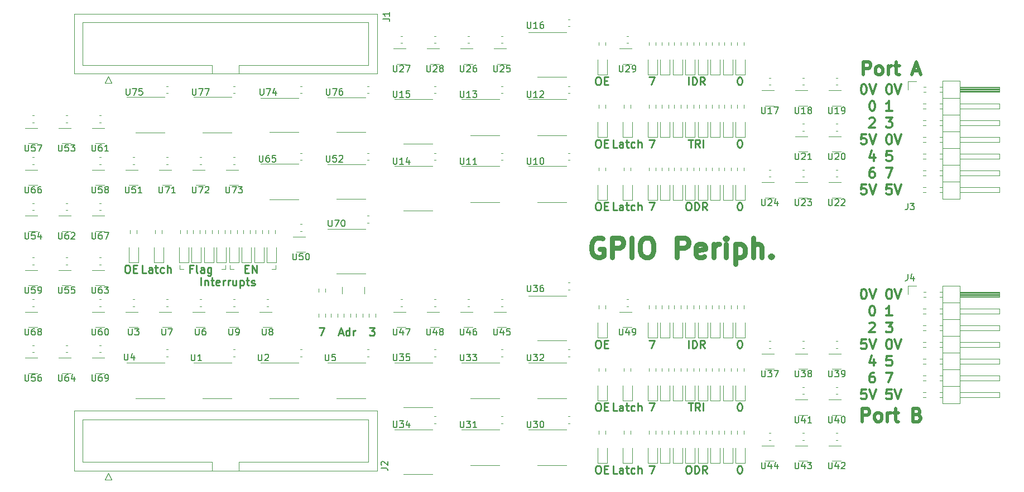
<source format=gbr>
%TF.GenerationSoftware,KiCad,Pcbnew,(5.1.9)-1*%
%TF.CreationDate,2021-05-31T11:51:56+02:00*%
%TF.ProjectId,periph_gpio,70657269-7068-45f6-9770-696f2e6b6963,v1.0*%
%TF.SameCoordinates,Original*%
%TF.FileFunction,Legend,Top*%
%TF.FilePolarity,Positive*%
%FSLAX46Y46*%
G04 Gerber Fmt 4.6, Leading zero omitted, Abs format (unit mm)*
G04 Created by KiCad (PCBNEW (5.1.9)-1) date 2021-05-31 11:51:56*
%MOMM*%
%LPD*%
G01*
G04 APERTURE LIST*
%ADD10C,0.250000*%
%ADD11C,0.750000*%
%ADD12C,0.120000*%
%ADD13C,0.300000*%
%ADD14C,0.500000*%
%ADD15C,0.150000*%
G04 APERTURE END LIST*
D10*
X-65969642Y-39277857D02*
X-65969642Y-38077857D01*
X-65398214Y-38477857D02*
X-65398214Y-39277857D01*
X-65398214Y-38592142D02*
X-65341071Y-38535000D01*
X-65226785Y-38477857D01*
X-65055357Y-38477857D01*
X-64941071Y-38535000D01*
X-64883928Y-38649285D01*
X-64883928Y-39277857D01*
X-64483928Y-38477857D02*
X-64026785Y-38477857D01*
X-64312500Y-38077857D02*
X-64312500Y-39106428D01*
X-64255357Y-39220714D01*
X-64141071Y-39277857D01*
X-64026785Y-39277857D01*
X-63169642Y-39220714D02*
X-63283928Y-39277857D01*
X-63512500Y-39277857D01*
X-63626785Y-39220714D01*
X-63683928Y-39106428D01*
X-63683928Y-38649285D01*
X-63626785Y-38535000D01*
X-63512500Y-38477857D01*
X-63283928Y-38477857D01*
X-63169642Y-38535000D01*
X-63112500Y-38649285D01*
X-63112500Y-38763571D01*
X-63683928Y-38877857D01*
X-62598214Y-39277857D02*
X-62598214Y-38477857D01*
X-62598214Y-38706428D02*
X-62541071Y-38592142D01*
X-62483928Y-38535000D01*
X-62369642Y-38477857D01*
X-62255357Y-38477857D01*
X-61855357Y-39277857D02*
X-61855357Y-38477857D01*
X-61855357Y-38706428D02*
X-61798214Y-38592142D01*
X-61741071Y-38535000D01*
X-61626785Y-38477857D01*
X-61512500Y-38477857D01*
X-60598214Y-38477857D02*
X-60598214Y-39277857D01*
X-61112500Y-38477857D02*
X-61112500Y-39106428D01*
X-61055357Y-39220714D01*
X-60941071Y-39277857D01*
X-60769642Y-39277857D01*
X-60655357Y-39220714D01*
X-60598214Y-39163571D01*
X-60026785Y-38477857D02*
X-60026785Y-39677857D01*
X-60026785Y-38535000D02*
X-59912500Y-38477857D01*
X-59683928Y-38477857D01*
X-59569642Y-38535000D01*
X-59512500Y-38592142D01*
X-59455357Y-38706428D01*
X-59455357Y-39049285D01*
X-59512500Y-39163571D01*
X-59569642Y-39220714D01*
X-59683928Y-39277857D01*
X-59912500Y-39277857D01*
X-60026785Y-39220714D01*
X-59112500Y-38477857D02*
X-58655357Y-38477857D01*
X-58941071Y-38077857D02*
X-58941071Y-39106428D01*
X-58883928Y-39220714D01*
X-58769642Y-39277857D01*
X-58655357Y-39277857D01*
X-58312500Y-39220714D02*
X-58198214Y-39277857D01*
X-57969642Y-39277857D01*
X-57855357Y-39220714D01*
X-57798214Y-39106428D01*
X-57798214Y-39049285D01*
X-57855357Y-38935000D01*
X-57969642Y-38877857D01*
X-58141071Y-38877857D01*
X-58255357Y-38820714D01*
X-58312500Y-38706428D01*
X-58312500Y-38649285D01*
X-58255357Y-38535000D01*
X-58141071Y-38477857D01*
X-57969642Y-38477857D01*
X-57855357Y-38535000D01*
D11*
X-5015000Y-32155000D02*
X-5300714Y-32012142D01*
X-5729285Y-32012142D01*
X-6157857Y-32155000D01*
X-6443571Y-32440714D01*
X-6586428Y-32726428D01*
X-6729285Y-33297857D01*
X-6729285Y-33726428D01*
X-6586428Y-34297857D01*
X-6443571Y-34583571D01*
X-6157857Y-34869285D01*
X-5729285Y-35012142D01*
X-5443571Y-35012142D01*
X-5015000Y-34869285D01*
X-4872142Y-34726428D01*
X-4872142Y-33726428D01*
X-5443571Y-33726428D01*
X-3586428Y-35012142D02*
X-3586428Y-32012142D01*
X-2443571Y-32012142D01*
X-2157857Y-32155000D01*
X-2015000Y-32297857D01*
X-1872142Y-32583571D01*
X-1872142Y-33012142D01*
X-2015000Y-33297857D01*
X-2157857Y-33440714D01*
X-2443571Y-33583571D01*
X-3586428Y-33583571D01*
X-586428Y-35012142D02*
X-586428Y-32012142D01*
X1413571Y-32012142D02*
X1985000Y-32012142D01*
X2270714Y-32155000D01*
X2556428Y-32440714D01*
X2699285Y-33012142D01*
X2699285Y-34012142D01*
X2556428Y-34583571D01*
X2270714Y-34869285D01*
X1985000Y-35012142D01*
X1413571Y-35012142D01*
X1127857Y-34869285D01*
X842142Y-34583571D01*
X699285Y-34012142D01*
X699285Y-33012142D01*
X842142Y-32440714D01*
X1127857Y-32155000D01*
X1413571Y-32012142D01*
X6270714Y-35012142D02*
X6270714Y-32012142D01*
X7413571Y-32012142D01*
X7699285Y-32155000D01*
X7842142Y-32297857D01*
X7984999Y-32583571D01*
X7984999Y-33012142D01*
X7842142Y-33297857D01*
X7699285Y-33440714D01*
X7413571Y-33583571D01*
X6270714Y-33583571D01*
X10413571Y-34869285D02*
X10127857Y-35012142D01*
X9556428Y-35012142D01*
X9270714Y-34869285D01*
X9127857Y-34583571D01*
X9127857Y-33440714D01*
X9270714Y-33155000D01*
X9556428Y-33012142D01*
X10127857Y-33012142D01*
X10413571Y-33155000D01*
X10556428Y-33440714D01*
X10556428Y-33726428D01*
X9127857Y-34012142D01*
X11842142Y-35012142D02*
X11842142Y-33012142D01*
X11842142Y-33583571D02*
X11985000Y-33297857D01*
X12127857Y-33155000D01*
X12413571Y-33012142D01*
X12699285Y-33012142D01*
X13699285Y-35012142D02*
X13699285Y-33012142D01*
X13699285Y-32012142D02*
X13556428Y-32155000D01*
X13699285Y-32297857D01*
X13842142Y-32155000D01*
X13699285Y-32012142D01*
X13699285Y-32297857D01*
X15127857Y-33012142D02*
X15127857Y-36012142D01*
X15127857Y-33155000D02*
X15413571Y-33012142D01*
X15985000Y-33012142D01*
X16270714Y-33155000D01*
X16413571Y-33297857D01*
X16556428Y-33583571D01*
X16556428Y-34440714D01*
X16413571Y-34726428D01*
X16270714Y-34869285D01*
X15985000Y-35012142D01*
X15413571Y-35012142D01*
X15127857Y-34869285D01*
X17842142Y-35012142D02*
X17842142Y-32012142D01*
X19127857Y-35012142D02*
X19127857Y-33440714D01*
X18985000Y-33155000D01*
X18699285Y-33012142D01*
X18270714Y-33012142D01*
X17985000Y-33155000D01*
X17842142Y-33297857D01*
X20556428Y-34726428D02*
X20699285Y-34869285D01*
X20556428Y-35012142D01*
X20413571Y-34869285D01*
X20556428Y-34726428D01*
X20556428Y-35012142D01*
D10*
X-40405000Y-45697857D02*
X-39662142Y-45697857D01*
X-40062142Y-46155000D01*
X-39890714Y-46155000D01*
X-39776428Y-46212142D01*
X-39719285Y-46269285D01*
X-39662142Y-46383571D01*
X-39662142Y-46669285D01*
X-39719285Y-46783571D01*
X-39776428Y-46840714D01*
X-39890714Y-46897857D01*
X-40233571Y-46897857D01*
X-40347857Y-46840714D01*
X-40405000Y-46783571D01*
X-48025000Y-45697857D02*
X-47225000Y-45697857D01*
X-47739285Y-46897857D01*
X-45015000Y-46555000D02*
X-44443571Y-46555000D01*
X-45129285Y-46897857D02*
X-44729285Y-45697857D01*
X-44329285Y-46897857D01*
X-43415000Y-46897857D02*
X-43415000Y-45697857D01*
X-43415000Y-46840714D02*
X-43529285Y-46897857D01*
X-43757857Y-46897857D01*
X-43872142Y-46840714D01*
X-43929285Y-46783571D01*
X-43986428Y-46669285D01*
X-43986428Y-46326428D01*
X-43929285Y-46212142D01*
X-43872142Y-46155000D01*
X-43757857Y-46097857D01*
X-43529285Y-46097857D01*
X-43415000Y-46155000D01*
X-42843571Y-46897857D02*
X-42843571Y-46097857D01*
X-42843571Y-46326428D02*
X-42786428Y-46212142D01*
X-42729285Y-46155000D01*
X-42615000Y-46097857D01*
X-42500714Y-46097857D01*
D12*
X-69215000Y-36195000D02*
X-69215000Y-36830000D01*
X-62230000Y-36830000D02*
X-62865000Y-36830000D01*
X-62230000Y-36195000D02*
X-62230000Y-36830000D01*
X-69215000Y-36830000D02*
X-68580000Y-36830000D01*
D10*
X-59305714Y-36744285D02*
X-58905714Y-36744285D01*
X-58734285Y-37372857D02*
X-59305714Y-37372857D01*
X-59305714Y-36172857D01*
X-58734285Y-36172857D01*
X-58220000Y-37372857D02*
X-58220000Y-36172857D01*
X-57534285Y-37372857D01*
X-57534285Y-36172857D01*
X-67268571Y-36744285D02*
X-67668571Y-36744285D01*
X-67668571Y-37372857D02*
X-67668571Y-36172857D01*
X-67097142Y-36172857D01*
X-66468571Y-37372857D02*
X-66582857Y-37315714D01*
X-66640000Y-37201428D01*
X-66640000Y-36172857D01*
X-65497142Y-37372857D02*
X-65497142Y-36744285D01*
X-65554285Y-36630000D01*
X-65668571Y-36572857D01*
X-65897142Y-36572857D01*
X-66011428Y-36630000D01*
X-65497142Y-37315714D02*
X-65611428Y-37372857D01*
X-65897142Y-37372857D01*
X-66011428Y-37315714D01*
X-66068571Y-37201428D01*
X-66068571Y-37087142D01*
X-66011428Y-36972857D01*
X-65897142Y-36915714D01*
X-65611428Y-36915714D01*
X-65497142Y-36858571D01*
X-64411428Y-36572857D02*
X-64411428Y-37544285D01*
X-64468571Y-37658571D01*
X-64525714Y-37715714D01*
X-64640000Y-37772857D01*
X-64811428Y-37772857D01*
X-64925714Y-37715714D01*
X-64411428Y-37315714D02*
X-64525714Y-37372857D01*
X-64754285Y-37372857D01*
X-64868571Y-37315714D01*
X-64925714Y-37258571D01*
X-64982857Y-37144285D01*
X-64982857Y-36801428D01*
X-64925714Y-36687142D01*
X-64868571Y-36630000D01*
X-64754285Y-36572857D01*
X-64525714Y-36572857D01*
X-64411428Y-36630000D01*
D12*
X-54610000Y-36830000D02*
X-55245000Y-36830000D01*
X-54610000Y-36195000D02*
X-54610000Y-36830000D01*
X-61595000Y-36830000D02*
X-60960000Y-36830000D01*
X-61595000Y-36195000D02*
X-61595000Y-36830000D01*
D10*
X-74278928Y-37372857D02*
X-74850357Y-37372857D01*
X-74850357Y-36172857D01*
X-73364642Y-37372857D02*
X-73364642Y-36744285D01*
X-73421785Y-36630000D01*
X-73536071Y-36572857D01*
X-73764642Y-36572857D01*
X-73878928Y-36630000D01*
X-73364642Y-37315714D02*
X-73478928Y-37372857D01*
X-73764642Y-37372857D01*
X-73878928Y-37315714D01*
X-73936071Y-37201428D01*
X-73936071Y-37087142D01*
X-73878928Y-36972857D01*
X-73764642Y-36915714D01*
X-73478928Y-36915714D01*
X-73364642Y-36858571D01*
X-72964642Y-36572857D02*
X-72507500Y-36572857D01*
X-72793214Y-36172857D02*
X-72793214Y-37201428D01*
X-72736071Y-37315714D01*
X-72621785Y-37372857D01*
X-72507500Y-37372857D01*
X-71593214Y-37315714D02*
X-71707500Y-37372857D01*
X-71936071Y-37372857D01*
X-72050357Y-37315714D01*
X-72107500Y-37258571D01*
X-72164642Y-37144285D01*
X-72164642Y-36801428D01*
X-72107500Y-36687142D01*
X-72050357Y-36630000D01*
X-71936071Y-36572857D01*
X-71707500Y-36572857D01*
X-71593214Y-36630000D01*
X-71078928Y-37372857D02*
X-71078928Y-36172857D01*
X-70564642Y-37372857D02*
X-70564642Y-36744285D01*
X-70621785Y-36630000D01*
X-70736071Y-36572857D01*
X-70907500Y-36572857D01*
X-71021785Y-36630000D01*
X-71078928Y-36687142D01*
X-77238571Y-36172857D02*
X-77010000Y-36172857D01*
X-76895714Y-36230000D01*
X-76781428Y-36344285D01*
X-76724285Y-36572857D01*
X-76724285Y-36972857D01*
X-76781428Y-37201428D01*
X-76895714Y-37315714D01*
X-77010000Y-37372857D01*
X-77238571Y-37372857D01*
X-77352857Y-37315714D01*
X-77467142Y-37201428D01*
X-77524285Y-36972857D01*
X-77524285Y-36572857D01*
X-77467142Y-36344285D01*
X-77352857Y-36230000D01*
X-77238571Y-36172857D01*
X-76210000Y-36744285D02*
X-75810000Y-36744285D01*
X-75638571Y-37372857D02*
X-76210000Y-37372857D01*
X-76210000Y-36172857D01*
X-75638571Y-36172857D01*
D13*
X34516428Y-39818571D02*
X34659285Y-39818571D01*
X34802142Y-39890000D01*
X34873571Y-39961428D01*
X34945000Y-40104285D01*
X35016428Y-40390000D01*
X35016428Y-40747142D01*
X34945000Y-41032857D01*
X34873571Y-41175714D01*
X34802142Y-41247142D01*
X34659285Y-41318571D01*
X34516428Y-41318571D01*
X34373571Y-41247142D01*
X34302142Y-41175714D01*
X34230714Y-41032857D01*
X34159285Y-40747142D01*
X34159285Y-40390000D01*
X34230714Y-40104285D01*
X34302142Y-39961428D01*
X34373571Y-39890000D01*
X34516428Y-39818571D01*
X35445000Y-39818571D02*
X35945000Y-41318571D01*
X36445000Y-39818571D01*
X38373571Y-39818571D02*
X38516428Y-39818571D01*
X38659285Y-39890000D01*
X38730714Y-39961428D01*
X38802142Y-40104285D01*
X38873571Y-40390000D01*
X38873571Y-40747142D01*
X38802142Y-41032857D01*
X38730714Y-41175714D01*
X38659285Y-41247142D01*
X38516428Y-41318571D01*
X38373571Y-41318571D01*
X38230714Y-41247142D01*
X38159285Y-41175714D01*
X38087857Y-41032857D01*
X38016428Y-40747142D01*
X38016428Y-40390000D01*
X38087857Y-40104285D01*
X38159285Y-39961428D01*
X38230714Y-39890000D01*
X38373571Y-39818571D01*
X39302142Y-39818571D02*
X39802142Y-41318571D01*
X40302142Y-39818571D01*
X35817857Y-42358571D02*
X35960714Y-42358571D01*
X36103571Y-42430000D01*
X36175000Y-42501428D01*
X36246428Y-42644285D01*
X36317857Y-42930000D01*
X36317857Y-43287142D01*
X36246428Y-43572857D01*
X36175000Y-43715714D01*
X36103571Y-43787142D01*
X35960714Y-43858571D01*
X35817857Y-43858571D01*
X35675000Y-43787142D01*
X35603571Y-43715714D01*
X35532142Y-43572857D01*
X35460714Y-43287142D01*
X35460714Y-42930000D01*
X35532142Y-42644285D01*
X35603571Y-42501428D01*
X35675000Y-42430000D01*
X35817857Y-42358571D01*
X38889285Y-43858571D02*
X38032142Y-43858571D01*
X38460714Y-43858571D02*
X38460714Y-42358571D01*
X38317857Y-42572857D01*
X38175000Y-42715714D01*
X38032142Y-42787142D01*
X35460714Y-45041428D02*
X35532142Y-44970000D01*
X35675000Y-44898571D01*
X36032142Y-44898571D01*
X36175000Y-44970000D01*
X36246428Y-45041428D01*
X36317857Y-45184285D01*
X36317857Y-45327142D01*
X36246428Y-45541428D01*
X35389285Y-46398571D01*
X36317857Y-46398571D01*
X37960714Y-44898571D02*
X38889285Y-44898571D01*
X38389285Y-45470000D01*
X38603571Y-45470000D01*
X38746428Y-45541428D01*
X38817857Y-45612857D01*
X38889285Y-45755714D01*
X38889285Y-46112857D01*
X38817857Y-46255714D01*
X38746428Y-46327142D01*
X38603571Y-46398571D01*
X38175000Y-46398571D01*
X38032142Y-46327142D01*
X37960714Y-46255714D01*
X34945000Y-47438571D02*
X34230714Y-47438571D01*
X34159285Y-48152857D01*
X34230714Y-48081428D01*
X34373571Y-48010000D01*
X34730714Y-48010000D01*
X34873571Y-48081428D01*
X34945000Y-48152857D01*
X35016428Y-48295714D01*
X35016428Y-48652857D01*
X34945000Y-48795714D01*
X34873571Y-48867142D01*
X34730714Y-48938571D01*
X34373571Y-48938571D01*
X34230714Y-48867142D01*
X34159285Y-48795714D01*
X35445000Y-47438571D02*
X35945000Y-48938571D01*
X36445000Y-47438571D01*
X38373571Y-47438571D02*
X38516428Y-47438571D01*
X38659285Y-47510000D01*
X38730714Y-47581428D01*
X38802142Y-47724285D01*
X38873571Y-48010000D01*
X38873571Y-48367142D01*
X38802142Y-48652857D01*
X38730714Y-48795714D01*
X38659285Y-48867142D01*
X38516428Y-48938571D01*
X38373571Y-48938571D01*
X38230714Y-48867142D01*
X38159285Y-48795714D01*
X38087857Y-48652857D01*
X38016428Y-48367142D01*
X38016428Y-48010000D01*
X38087857Y-47724285D01*
X38159285Y-47581428D01*
X38230714Y-47510000D01*
X38373571Y-47438571D01*
X39302142Y-47438571D02*
X39802142Y-48938571D01*
X40302142Y-47438571D01*
X36175000Y-50478571D02*
X36175000Y-51478571D01*
X35817857Y-49907142D02*
X35460714Y-50978571D01*
X36389285Y-50978571D01*
X38817857Y-49978571D02*
X38103571Y-49978571D01*
X38032142Y-50692857D01*
X38103571Y-50621428D01*
X38246428Y-50550000D01*
X38603571Y-50550000D01*
X38746428Y-50621428D01*
X38817857Y-50692857D01*
X38889285Y-50835714D01*
X38889285Y-51192857D01*
X38817857Y-51335714D01*
X38746428Y-51407142D01*
X38603571Y-51478571D01*
X38246428Y-51478571D01*
X38103571Y-51407142D01*
X38032142Y-51335714D01*
X36175000Y-52518571D02*
X35889285Y-52518571D01*
X35746428Y-52590000D01*
X35675000Y-52661428D01*
X35532142Y-52875714D01*
X35460714Y-53161428D01*
X35460714Y-53732857D01*
X35532142Y-53875714D01*
X35603571Y-53947142D01*
X35746428Y-54018571D01*
X36032142Y-54018571D01*
X36175000Y-53947142D01*
X36246428Y-53875714D01*
X36317857Y-53732857D01*
X36317857Y-53375714D01*
X36246428Y-53232857D01*
X36175000Y-53161428D01*
X36032142Y-53090000D01*
X35746428Y-53090000D01*
X35603571Y-53161428D01*
X35532142Y-53232857D01*
X35460714Y-53375714D01*
X37960714Y-52518571D02*
X38960714Y-52518571D01*
X38317857Y-54018571D01*
X34945000Y-55058571D02*
X34230714Y-55058571D01*
X34159285Y-55772857D01*
X34230714Y-55701428D01*
X34373571Y-55630000D01*
X34730714Y-55630000D01*
X34873571Y-55701428D01*
X34945000Y-55772857D01*
X35016428Y-55915714D01*
X35016428Y-56272857D01*
X34945000Y-56415714D01*
X34873571Y-56487142D01*
X34730714Y-56558571D01*
X34373571Y-56558571D01*
X34230714Y-56487142D01*
X34159285Y-56415714D01*
X35445000Y-55058571D02*
X35945000Y-56558571D01*
X36445000Y-55058571D01*
X38802142Y-55058571D02*
X38087857Y-55058571D01*
X38016428Y-55772857D01*
X38087857Y-55701428D01*
X38230714Y-55630000D01*
X38587857Y-55630000D01*
X38730714Y-55701428D01*
X38802142Y-55772857D01*
X38873571Y-55915714D01*
X38873571Y-56272857D01*
X38802142Y-56415714D01*
X38730714Y-56487142D01*
X38587857Y-56558571D01*
X38230714Y-56558571D01*
X38087857Y-56487142D01*
X38016428Y-56415714D01*
X39302142Y-55058571D02*
X39802142Y-56558571D01*
X40302142Y-55058571D01*
D10*
X2041071Y-47602857D02*
X2841071Y-47602857D01*
X2326785Y-48802857D01*
X15718928Y-47602857D02*
X15833214Y-47602857D01*
X15947500Y-47660000D01*
X16004642Y-47717142D01*
X16061785Y-47831428D01*
X16118928Y-48060000D01*
X16118928Y-48345714D01*
X16061785Y-48574285D01*
X16004642Y-48688571D01*
X15947500Y-48745714D01*
X15833214Y-48802857D01*
X15718928Y-48802857D01*
X15604642Y-48745714D01*
X15547500Y-48688571D01*
X15490357Y-48574285D01*
X15433214Y-48345714D01*
X15433214Y-48060000D01*
X15490357Y-47831428D01*
X15547500Y-47717142D01*
X15604642Y-47660000D01*
X15718928Y-47602857D01*
X15718928Y-57127857D02*
X15833214Y-57127857D01*
X15947500Y-57185000D01*
X16004642Y-57242142D01*
X16061785Y-57356428D01*
X16118928Y-57585000D01*
X16118928Y-57870714D01*
X16061785Y-58099285D01*
X16004642Y-58213571D01*
X15947500Y-58270714D01*
X15833214Y-58327857D01*
X15718928Y-58327857D01*
X15604642Y-58270714D01*
X15547500Y-58213571D01*
X15490357Y-58099285D01*
X15433214Y-57870714D01*
X15433214Y-57585000D01*
X15490357Y-57356428D01*
X15547500Y-57242142D01*
X15604642Y-57185000D01*
X15718928Y-57127857D01*
X2041071Y-57127857D02*
X2841071Y-57127857D01*
X2326785Y-58327857D01*
X15718928Y-66652857D02*
X15833214Y-66652857D01*
X15947500Y-66710000D01*
X16004642Y-66767142D01*
X16061785Y-66881428D01*
X16118928Y-67110000D01*
X16118928Y-67395714D01*
X16061785Y-67624285D01*
X16004642Y-67738571D01*
X15947500Y-67795714D01*
X15833214Y-67852857D01*
X15718928Y-67852857D01*
X15604642Y-67795714D01*
X15547500Y-67738571D01*
X15490357Y-67624285D01*
X15433214Y-67395714D01*
X15433214Y-67110000D01*
X15490357Y-66881428D01*
X15547500Y-66767142D01*
X15604642Y-66710000D01*
X15718928Y-66652857D01*
X2041071Y-66652857D02*
X2841071Y-66652857D01*
X2326785Y-67852857D01*
X-5801071Y-47602857D02*
X-5572500Y-47602857D01*
X-5458214Y-47660000D01*
X-5343928Y-47774285D01*
X-5286785Y-48002857D01*
X-5286785Y-48402857D01*
X-5343928Y-48631428D01*
X-5458214Y-48745714D01*
X-5572500Y-48802857D01*
X-5801071Y-48802857D01*
X-5915357Y-48745714D01*
X-6029642Y-48631428D01*
X-6086785Y-48402857D01*
X-6086785Y-48002857D01*
X-6029642Y-47774285D01*
X-5915357Y-47660000D01*
X-5801071Y-47602857D01*
X-4772500Y-48174285D02*
X-4372500Y-48174285D01*
X-4201071Y-48802857D02*
X-4772500Y-48802857D01*
X-4772500Y-47602857D01*
X-4201071Y-47602857D01*
X-5801071Y-57127857D02*
X-5572500Y-57127857D01*
X-5458214Y-57185000D01*
X-5343928Y-57299285D01*
X-5286785Y-57527857D01*
X-5286785Y-57927857D01*
X-5343928Y-58156428D01*
X-5458214Y-58270714D01*
X-5572500Y-58327857D01*
X-5801071Y-58327857D01*
X-5915357Y-58270714D01*
X-6029642Y-58156428D01*
X-6086785Y-57927857D01*
X-6086785Y-57527857D01*
X-6029642Y-57299285D01*
X-5915357Y-57185000D01*
X-5801071Y-57127857D01*
X-4772500Y-57699285D02*
X-4372500Y-57699285D01*
X-4201071Y-58327857D02*
X-4772500Y-58327857D01*
X-4772500Y-57127857D01*
X-4201071Y-57127857D01*
X-5801071Y-66652857D02*
X-5572500Y-66652857D01*
X-5458214Y-66710000D01*
X-5343928Y-66824285D01*
X-5286785Y-67052857D01*
X-5286785Y-67452857D01*
X-5343928Y-67681428D01*
X-5458214Y-67795714D01*
X-5572500Y-67852857D01*
X-5801071Y-67852857D01*
X-5915357Y-67795714D01*
X-6029642Y-67681428D01*
X-6086785Y-67452857D01*
X-6086785Y-67052857D01*
X-6029642Y-66824285D01*
X-5915357Y-66710000D01*
X-5801071Y-66652857D01*
X-4772500Y-67224285D02*
X-4372500Y-67224285D01*
X-4201071Y-67852857D02*
X-4772500Y-67852857D01*
X-4772500Y-66652857D01*
X-4201071Y-66652857D01*
X-2841428Y-58327857D02*
X-3412857Y-58327857D01*
X-3412857Y-57127857D01*
X-1927142Y-58327857D02*
X-1927142Y-57699285D01*
X-1984285Y-57585000D01*
X-2098571Y-57527857D01*
X-2327142Y-57527857D01*
X-2441428Y-57585000D01*
X-1927142Y-58270714D02*
X-2041428Y-58327857D01*
X-2327142Y-58327857D01*
X-2441428Y-58270714D01*
X-2498571Y-58156428D01*
X-2498571Y-58042142D01*
X-2441428Y-57927857D01*
X-2327142Y-57870714D01*
X-2041428Y-57870714D01*
X-1927142Y-57813571D01*
X-1527142Y-57527857D02*
X-1070000Y-57527857D01*
X-1355714Y-57127857D02*
X-1355714Y-58156428D01*
X-1298571Y-58270714D01*
X-1184285Y-58327857D01*
X-1070000Y-58327857D01*
X-155714Y-58270714D02*
X-270000Y-58327857D01*
X-498571Y-58327857D01*
X-612857Y-58270714D01*
X-670000Y-58213571D01*
X-727142Y-58099285D01*
X-727142Y-57756428D01*
X-670000Y-57642142D01*
X-612857Y-57585000D01*
X-498571Y-57527857D01*
X-270000Y-57527857D01*
X-155714Y-57585000D01*
X358571Y-58327857D02*
X358571Y-57127857D01*
X872857Y-58327857D02*
X872857Y-57699285D01*
X815714Y-57585000D01*
X701428Y-57527857D01*
X529999Y-57527857D01*
X415714Y-57585000D01*
X358571Y-57642142D01*
X-2841428Y-67852857D02*
X-3412857Y-67852857D01*
X-3412857Y-66652857D01*
X-1927142Y-67852857D02*
X-1927142Y-67224285D01*
X-1984285Y-67110000D01*
X-2098571Y-67052857D01*
X-2327142Y-67052857D01*
X-2441428Y-67110000D01*
X-1927142Y-67795714D02*
X-2041428Y-67852857D01*
X-2327142Y-67852857D01*
X-2441428Y-67795714D01*
X-2498571Y-67681428D01*
X-2498571Y-67567142D01*
X-2441428Y-67452857D01*
X-2327142Y-67395714D01*
X-2041428Y-67395714D01*
X-1927142Y-67338571D01*
X-1527142Y-67052857D02*
X-1070000Y-67052857D01*
X-1355714Y-66652857D02*
X-1355714Y-67681428D01*
X-1298571Y-67795714D01*
X-1184285Y-67852857D01*
X-1070000Y-67852857D01*
X-155714Y-67795714D02*
X-270000Y-67852857D01*
X-498571Y-67852857D01*
X-612857Y-67795714D01*
X-670000Y-67738571D01*
X-727142Y-67624285D01*
X-727142Y-67281428D01*
X-670000Y-67167142D01*
X-612857Y-67110000D01*
X-498571Y-67052857D01*
X-270000Y-67052857D01*
X-155714Y-67110000D01*
X358571Y-67852857D02*
X358571Y-66652857D01*
X872857Y-67852857D02*
X872857Y-67224285D01*
X815714Y-67110000D01*
X701428Y-67052857D01*
X529999Y-67052857D01*
X415714Y-67110000D01*
X358571Y-67167142D01*
X7978928Y-57127857D02*
X8664642Y-57127857D01*
X8321785Y-58327857D02*
X8321785Y-57127857D01*
X9750357Y-58327857D02*
X9350357Y-57756428D01*
X9064642Y-58327857D02*
X9064642Y-57127857D01*
X9521785Y-57127857D01*
X9636071Y-57185000D01*
X9693214Y-57242142D01*
X9750357Y-57356428D01*
X9750357Y-57527857D01*
X9693214Y-57642142D01*
X9636071Y-57699285D01*
X9521785Y-57756428D01*
X9064642Y-57756428D01*
X10264642Y-58327857D02*
X10264642Y-57127857D01*
X7893214Y-66652857D02*
X8121785Y-66652857D01*
X8236071Y-66710000D01*
X8350357Y-66824285D01*
X8407500Y-67052857D01*
X8407500Y-67452857D01*
X8350357Y-67681428D01*
X8236071Y-67795714D01*
X8121785Y-67852857D01*
X7893214Y-67852857D01*
X7778928Y-67795714D01*
X7664642Y-67681428D01*
X7607500Y-67452857D01*
X7607500Y-67052857D01*
X7664642Y-66824285D01*
X7778928Y-66710000D01*
X7893214Y-66652857D01*
X8921785Y-67852857D02*
X8921785Y-66652857D01*
X9207500Y-66652857D01*
X9378928Y-66710000D01*
X9493214Y-66824285D01*
X9550357Y-66938571D01*
X9607500Y-67167142D01*
X9607500Y-67338571D01*
X9550357Y-67567142D01*
X9493214Y-67681428D01*
X9378928Y-67795714D01*
X9207500Y-67852857D01*
X8921785Y-67852857D01*
X10807500Y-67852857D02*
X10407500Y-67281428D01*
X10121785Y-67852857D02*
X10121785Y-66652857D01*
X10578928Y-66652857D01*
X10693214Y-66710000D01*
X10750357Y-66767142D01*
X10807500Y-66881428D01*
X10807500Y-67052857D01*
X10750357Y-67167142D01*
X10693214Y-67224285D01*
X10578928Y-67281428D01*
X10121785Y-67281428D01*
X8007500Y-48802857D02*
X8007500Y-47602857D01*
X8578928Y-48802857D02*
X8578928Y-47602857D01*
X8864642Y-47602857D01*
X9036071Y-47660000D01*
X9150357Y-47774285D01*
X9207500Y-47888571D01*
X9264642Y-48117142D01*
X9264642Y-48288571D01*
X9207500Y-48517142D01*
X9150357Y-48631428D01*
X9036071Y-48745714D01*
X8864642Y-48802857D01*
X8578928Y-48802857D01*
X10464642Y-48802857D02*
X10064642Y-48231428D01*
X9778928Y-48802857D02*
X9778928Y-47602857D01*
X10236071Y-47602857D01*
X10350357Y-47660000D01*
X10407500Y-47717142D01*
X10464642Y-47831428D01*
X10464642Y-48002857D01*
X10407500Y-48117142D01*
X10350357Y-48174285D01*
X10236071Y-48231428D01*
X9778928Y-48231428D01*
D14*
X34354047Y-59959761D02*
X34354047Y-57959761D01*
X35115952Y-57959761D01*
X35306428Y-58055000D01*
X35401666Y-58150238D01*
X35496904Y-58340714D01*
X35496904Y-58626428D01*
X35401666Y-58816904D01*
X35306428Y-58912142D01*
X35115952Y-59007380D01*
X34354047Y-59007380D01*
X36639761Y-59959761D02*
X36449285Y-59864523D01*
X36354047Y-59769285D01*
X36258809Y-59578809D01*
X36258809Y-59007380D01*
X36354047Y-58816904D01*
X36449285Y-58721666D01*
X36639761Y-58626428D01*
X36925476Y-58626428D01*
X37115952Y-58721666D01*
X37211190Y-58816904D01*
X37306428Y-59007380D01*
X37306428Y-59578809D01*
X37211190Y-59769285D01*
X37115952Y-59864523D01*
X36925476Y-59959761D01*
X36639761Y-59959761D01*
X38163571Y-59959761D02*
X38163571Y-58626428D01*
X38163571Y-59007380D02*
X38258809Y-58816904D01*
X38354047Y-58721666D01*
X38544523Y-58626428D01*
X38735000Y-58626428D01*
X39115952Y-58626428D02*
X39877857Y-58626428D01*
X39401666Y-57959761D02*
X39401666Y-59674047D01*
X39496904Y-59864523D01*
X39687380Y-59959761D01*
X39877857Y-59959761D01*
X42735000Y-58912142D02*
X43020714Y-59007380D01*
X43115952Y-59102619D01*
X43211190Y-59293095D01*
X43211190Y-59578809D01*
X43115952Y-59769285D01*
X43020714Y-59864523D01*
X42830238Y-59959761D01*
X42068333Y-59959761D01*
X42068333Y-57959761D01*
X42735000Y-57959761D01*
X42925476Y-58055000D01*
X43020714Y-58150238D01*
X43115952Y-58340714D01*
X43115952Y-58531190D01*
X43020714Y-58721666D01*
X42925476Y-58816904D01*
X42735000Y-58912142D01*
X42068333Y-58912142D01*
X34496904Y-7254761D02*
X34496904Y-5254761D01*
X35258809Y-5254761D01*
X35449285Y-5350000D01*
X35544523Y-5445238D01*
X35639761Y-5635714D01*
X35639761Y-5921428D01*
X35544523Y-6111904D01*
X35449285Y-6207142D01*
X35258809Y-6302380D01*
X34496904Y-6302380D01*
X36782619Y-7254761D02*
X36592142Y-7159523D01*
X36496904Y-7064285D01*
X36401666Y-6873809D01*
X36401666Y-6302380D01*
X36496904Y-6111904D01*
X36592142Y-6016666D01*
X36782619Y-5921428D01*
X37068333Y-5921428D01*
X37258809Y-6016666D01*
X37354047Y-6111904D01*
X37449285Y-6302380D01*
X37449285Y-6873809D01*
X37354047Y-7064285D01*
X37258809Y-7159523D01*
X37068333Y-7254761D01*
X36782619Y-7254761D01*
X38306428Y-7254761D02*
X38306428Y-5921428D01*
X38306428Y-6302380D02*
X38401666Y-6111904D01*
X38496904Y-6016666D01*
X38687380Y-5921428D01*
X38877857Y-5921428D01*
X39258809Y-5921428D02*
X40020714Y-5921428D01*
X39544523Y-5254761D02*
X39544523Y-6969047D01*
X39639761Y-7159523D01*
X39830238Y-7254761D01*
X40020714Y-7254761D01*
X42115952Y-6683333D02*
X43068333Y-6683333D01*
X41925476Y-7254761D02*
X42592142Y-5254761D01*
X43258809Y-7254761D01*
D10*
X8007500Y-8797857D02*
X8007500Y-7597857D01*
X8578928Y-8797857D02*
X8578928Y-7597857D01*
X8864642Y-7597857D01*
X9036071Y-7655000D01*
X9150357Y-7769285D01*
X9207500Y-7883571D01*
X9264642Y-8112142D01*
X9264642Y-8283571D01*
X9207500Y-8512142D01*
X9150357Y-8626428D01*
X9036071Y-8740714D01*
X8864642Y-8797857D01*
X8578928Y-8797857D01*
X10464642Y-8797857D02*
X10064642Y-8226428D01*
X9778928Y-8797857D02*
X9778928Y-7597857D01*
X10236071Y-7597857D01*
X10350357Y-7655000D01*
X10407500Y-7712142D01*
X10464642Y-7826428D01*
X10464642Y-7997857D01*
X10407500Y-8112142D01*
X10350357Y-8169285D01*
X10236071Y-8226428D01*
X9778928Y-8226428D01*
X7893214Y-26647857D02*
X8121785Y-26647857D01*
X8236071Y-26705000D01*
X8350357Y-26819285D01*
X8407500Y-27047857D01*
X8407500Y-27447857D01*
X8350357Y-27676428D01*
X8236071Y-27790714D01*
X8121785Y-27847857D01*
X7893214Y-27847857D01*
X7778928Y-27790714D01*
X7664642Y-27676428D01*
X7607500Y-27447857D01*
X7607500Y-27047857D01*
X7664642Y-26819285D01*
X7778928Y-26705000D01*
X7893214Y-26647857D01*
X8921785Y-27847857D02*
X8921785Y-26647857D01*
X9207500Y-26647857D01*
X9378928Y-26705000D01*
X9493214Y-26819285D01*
X9550357Y-26933571D01*
X9607500Y-27162142D01*
X9607500Y-27333571D01*
X9550357Y-27562142D01*
X9493214Y-27676428D01*
X9378928Y-27790714D01*
X9207500Y-27847857D01*
X8921785Y-27847857D01*
X10807500Y-27847857D02*
X10407500Y-27276428D01*
X10121785Y-27847857D02*
X10121785Y-26647857D01*
X10578928Y-26647857D01*
X10693214Y-26705000D01*
X10750357Y-26762142D01*
X10807500Y-26876428D01*
X10807500Y-27047857D01*
X10750357Y-27162142D01*
X10693214Y-27219285D01*
X10578928Y-27276428D01*
X10121785Y-27276428D01*
X7978928Y-17122857D02*
X8664642Y-17122857D01*
X8321785Y-18322857D02*
X8321785Y-17122857D01*
X9750357Y-18322857D02*
X9350357Y-17751428D01*
X9064642Y-18322857D02*
X9064642Y-17122857D01*
X9521785Y-17122857D01*
X9636071Y-17180000D01*
X9693214Y-17237142D01*
X9750357Y-17351428D01*
X9750357Y-17522857D01*
X9693214Y-17637142D01*
X9636071Y-17694285D01*
X9521785Y-17751428D01*
X9064642Y-17751428D01*
X10264642Y-18322857D02*
X10264642Y-17122857D01*
X-2841428Y-27847857D02*
X-3412857Y-27847857D01*
X-3412857Y-26647857D01*
X-1927142Y-27847857D02*
X-1927142Y-27219285D01*
X-1984285Y-27105000D01*
X-2098571Y-27047857D01*
X-2327142Y-27047857D01*
X-2441428Y-27105000D01*
X-1927142Y-27790714D02*
X-2041428Y-27847857D01*
X-2327142Y-27847857D01*
X-2441428Y-27790714D01*
X-2498571Y-27676428D01*
X-2498571Y-27562142D01*
X-2441428Y-27447857D01*
X-2327142Y-27390714D01*
X-2041428Y-27390714D01*
X-1927142Y-27333571D01*
X-1527142Y-27047857D02*
X-1070000Y-27047857D01*
X-1355714Y-26647857D02*
X-1355714Y-27676428D01*
X-1298571Y-27790714D01*
X-1184285Y-27847857D01*
X-1070000Y-27847857D01*
X-155714Y-27790714D02*
X-270000Y-27847857D01*
X-498571Y-27847857D01*
X-612857Y-27790714D01*
X-670000Y-27733571D01*
X-727142Y-27619285D01*
X-727142Y-27276428D01*
X-670000Y-27162142D01*
X-612857Y-27105000D01*
X-498571Y-27047857D01*
X-270000Y-27047857D01*
X-155714Y-27105000D01*
X358571Y-27847857D02*
X358571Y-26647857D01*
X872857Y-27847857D02*
X872857Y-27219285D01*
X815714Y-27105000D01*
X701428Y-27047857D01*
X529999Y-27047857D01*
X415714Y-27105000D01*
X358571Y-27162142D01*
X-2841428Y-18322857D02*
X-3412857Y-18322857D01*
X-3412857Y-17122857D01*
X-1927142Y-18322857D02*
X-1927142Y-17694285D01*
X-1984285Y-17580000D01*
X-2098571Y-17522857D01*
X-2327142Y-17522857D01*
X-2441428Y-17580000D01*
X-1927142Y-18265714D02*
X-2041428Y-18322857D01*
X-2327142Y-18322857D01*
X-2441428Y-18265714D01*
X-2498571Y-18151428D01*
X-2498571Y-18037142D01*
X-2441428Y-17922857D01*
X-2327142Y-17865714D01*
X-2041428Y-17865714D01*
X-1927142Y-17808571D01*
X-1527142Y-17522857D02*
X-1070000Y-17522857D01*
X-1355714Y-17122857D02*
X-1355714Y-18151428D01*
X-1298571Y-18265714D01*
X-1184285Y-18322857D01*
X-1070000Y-18322857D01*
X-155714Y-18265714D02*
X-270000Y-18322857D01*
X-498571Y-18322857D01*
X-612857Y-18265714D01*
X-670000Y-18208571D01*
X-727142Y-18094285D01*
X-727142Y-17751428D01*
X-670000Y-17637142D01*
X-612857Y-17580000D01*
X-498571Y-17522857D01*
X-270000Y-17522857D01*
X-155714Y-17580000D01*
X358571Y-18322857D02*
X358571Y-17122857D01*
X872857Y-18322857D02*
X872857Y-17694285D01*
X815714Y-17580000D01*
X701428Y-17522857D01*
X529999Y-17522857D01*
X415714Y-17580000D01*
X358571Y-17637142D01*
X-5801071Y-26647857D02*
X-5572500Y-26647857D01*
X-5458214Y-26705000D01*
X-5343928Y-26819285D01*
X-5286785Y-27047857D01*
X-5286785Y-27447857D01*
X-5343928Y-27676428D01*
X-5458214Y-27790714D01*
X-5572500Y-27847857D01*
X-5801071Y-27847857D01*
X-5915357Y-27790714D01*
X-6029642Y-27676428D01*
X-6086785Y-27447857D01*
X-6086785Y-27047857D01*
X-6029642Y-26819285D01*
X-5915357Y-26705000D01*
X-5801071Y-26647857D01*
X-4772500Y-27219285D02*
X-4372500Y-27219285D01*
X-4201071Y-27847857D02*
X-4772500Y-27847857D01*
X-4772500Y-26647857D01*
X-4201071Y-26647857D01*
X-5801071Y-17122857D02*
X-5572500Y-17122857D01*
X-5458214Y-17180000D01*
X-5343928Y-17294285D01*
X-5286785Y-17522857D01*
X-5286785Y-17922857D01*
X-5343928Y-18151428D01*
X-5458214Y-18265714D01*
X-5572500Y-18322857D01*
X-5801071Y-18322857D01*
X-5915357Y-18265714D01*
X-6029642Y-18151428D01*
X-6086785Y-17922857D01*
X-6086785Y-17522857D01*
X-6029642Y-17294285D01*
X-5915357Y-17180000D01*
X-5801071Y-17122857D01*
X-4772500Y-17694285D02*
X-4372500Y-17694285D01*
X-4201071Y-18322857D02*
X-4772500Y-18322857D01*
X-4772500Y-17122857D01*
X-4201071Y-17122857D01*
X-5801071Y-7597857D02*
X-5572500Y-7597857D01*
X-5458214Y-7655000D01*
X-5343928Y-7769285D01*
X-5286785Y-7997857D01*
X-5286785Y-8397857D01*
X-5343928Y-8626428D01*
X-5458214Y-8740714D01*
X-5572500Y-8797857D01*
X-5801071Y-8797857D01*
X-5915357Y-8740714D01*
X-6029642Y-8626428D01*
X-6086785Y-8397857D01*
X-6086785Y-7997857D01*
X-6029642Y-7769285D01*
X-5915357Y-7655000D01*
X-5801071Y-7597857D01*
X-4772500Y-8169285D02*
X-4372500Y-8169285D01*
X-4201071Y-8797857D02*
X-4772500Y-8797857D01*
X-4772500Y-7597857D01*
X-4201071Y-7597857D01*
X2041071Y-26647857D02*
X2841071Y-26647857D01*
X2326785Y-27847857D01*
X15718928Y-26647857D02*
X15833214Y-26647857D01*
X15947500Y-26705000D01*
X16004642Y-26762142D01*
X16061785Y-26876428D01*
X16118928Y-27105000D01*
X16118928Y-27390714D01*
X16061785Y-27619285D01*
X16004642Y-27733571D01*
X15947500Y-27790714D01*
X15833214Y-27847857D01*
X15718928Y-27847857D01*
X15604642Y-27790714D01*
X15547500Y-27733571D01*
X15490357Y-27619285D01*
X15433214Y-27390714D01*
X15433214Y-27105000D01*
X15490357Y-26876428D01*
X15547500Y-26762142D01*
X15604642Y-26705000D01*
X15718928Y-26647857D01*
X2041071Y-17122857D02*
X2841071Y-17122857D01*
X2326785Y-18322857D01*
X15718928Y-17122857D02*
X15833214Y-17122857D01*
X15947500Y-17180000D01*
X16004642Y-17237142D01*
X16061785Y-17351428D01*
X16118928Y-17580000D01*
X16118928Y-17865714D01*
X16061785Y-18094285D01*
X16004642Y-18208571D01*
X15947500Y-18265714D01*
X15833214Y-18322857D01*
X15718928Y-18322857D01*
X15604642Y-18265714D01*
X15547500Y-18208571D01*
X15490357Y-18094285D01*
X15433214Y-17865714D01*
X15433214Y-17580000D01*
X15490357Y-17351428D01*
X15547500Y-17237142D01*
X15604642Y-17180000D01*
X15718928Y-17122857D01*
X15718928Y-7597857D02*
X15833214Y-7597857D01*
X15947500Y-7655000D01*
X16004642Y-7712142D01*
X16061785Y-7826428D01*
X16118928Y-8055000D01*
X16118928Y-8340714D01*
X16061785Y-8569285D01*
X16004642Y-8683571D01*
X15947500Y-8740714D01*
X15833214Y-8797857D01*
X15718928Y-8797857D01*
X15604642Y-8740714D01*
X15547500Y-8683571D01*
X15490357Y-8569285D01*
X15433214Y-8340714D01*
X15433214Y-8055000D01*
X15490357Y-7826428D01*
X15547500Y-7712142D01*
X15604642Y-7655000D01*
X15718928Y-7597857D01*
X2041071Y-7597857D02*
X2841071Y-7597857D01*
X2326785Y-8797857D01*
D13*
X34945000Y-23943571D02*
X34230714Y-23943571D01*
X34159285Y-24657857D01*
X34230714Y-24586428D01*
X34373571Y-24515000D01*
X34730714Y-24515000D01*
X34873571Y-24586428D01*
X34945000Y-24657857D01*
X35016428Y-24800714D01*
X35016428Y-25157857D01*
X34945000Y-25300714D01*
X34873571Y-25372142D01*
X34730714Y-25443571D01*
X34373571Y-25443571D01*
X34230714Y-25372142D01*
X34159285Y-25300714D01*
X35445000Y-23943571D02*
X35945000Y-25443571D01*
X36445000Y-23943571D01*
X38802142Y-23943571D02*
X38087857Y-23943571D01*
X38016428Y-24657857D01*
X38087857Y-24586428D01*
X38230714Y-24515000D01*
X38587857Y-24515000D01*
X38730714Y-24586428D01*
X38802142Y-24657857D01*
X38873571Y-24800714D01*
X38873571Y-25157857D01*
X38802142Y-25300714D01*
X38730714Y-25372142D01*
X38587857Y-25443571D01*
X38230714Y-25443571D01*
X38087857Y-25372142D01*
X38016428Y-25300714D01*
X39302142Y-23943571D02*
X39802142Y-25443571D01*
X40302142Y-23943571D01*
X36175000Y-21403571D02*
X35889285Y-21403571D01*
X35746428Y-21475000D01*
X35675000Y-21546428D01*
X35532142Y-21760714D01*
X35460714Y-22046428D01*
X35460714Y-22617857D01*
X35532142Y-22760714D01*
X35603571Y-22832142D01*
X35746428Y-22903571D01*
X36032142Y-22903571D01*
X36175000Y-22832142D01*
X36246428Y-22760714D01*
X36317857Y-22617857D01*
X36317857Y-22260714D01*
X36246428Y-22117857D01*
X36175000Y-22046428D01*
X36032142Y-21975000D01*
X35746428Y-21975000D01*
X35603571Y-22046428D01*
X35532142Y-22117857D01*
X35460714Y-22260714D01*
X37960714Y-21403571D02*
X38960714Y-21403571D01*
X38317857Y-22903571D01*
X36175000Y-19363571D02*
X36175000Y-20363571D01*
X35817857Y-18792142D02*
X35460714Y-19863571D01*
X36389285Y-19863571D01*
X38817857Y-18863571D02*
X38103571Y-18863571D01*
X38032142Y-19577857D01*
X38103571Y-19506428D01*
X38246428Y-19435000D01*
X38603571Y-19435000D01*
X38746428Y-19506428D01*
X38817857Y-19577857D01*
X38889285Y-19720714D01*
X38889285Y-20077857D01*
X38817857Y-20220714D01*
X38746428Y-20292142D01*
X38603571Y-20363571D01*
X38246428Y-20363571D01*
X38103571Y-20292142D01*
X38032142Y-20220714D01*
X34945000Y-16323571D02*
X34230714Y-16323571D01*
X34159285Y-17037857D01*
X34230714Y-16966428D01*
X34373571Y-16895000D01*
X34730714Y-16895000D01*
X34873571Y-16966428D01*
X34945000Y-17037857D01*
X35016428Y-17180714D01*
X35016428Y-17537857D01*
X34945000Y-17680714D01*
X34873571Y-17752142D01*
X34730714Y-17823571D01*
X34373571Y-17823571D01*
X34230714Y-17752142D01*
X34159285Y-17680714D01*
X35445000Y-16323571D02*
X35945000Y-17823571D01*
X36445000Y-16323571D01*
X38373571Y-16323571D02*
X38516428Y-16323571D01*
X38659285Y-16395000D01*
X38730714Y-16466428D01*
X38802142Y-16609285D01*
X38873571Y-16895000D01*
X38873571Y-17252142D01*
X38802142Y-17537857D01*
X38730714Y-17680714D01*
X38659285Y-17752142D01*
X38516428Y-17823571D01*
X38373571Y-17823571D01*
X38230714Y-17752142D01*
X38159285Y-17680714D01*
X38087857Y-17537857D01*
X38016428Y-17252142D01*
X38016428Y-16895000D01*
X38087857Y-16609285D01*
X38159285Y-16466428D01*
X38230714Y-16395000D01*
X38373571Y-16323571D01*
X39302142Y-16323571D02*
X39802142Y-17823571D01*
X40302142Y-16323571D01*
X35460714Y-13926428D02*
X35532142Y-13855000D01*
X35675000Y-13783571D01*
X36032142Y-13783571D01*
X36175000Y-13855000D01*
X36246428Y-13926428D01*
X36317857Y-14069285D01*
X36317857Y-14212142D01*
X36246428Y-14426428D01*
X35389285Y-15283571D01*
X36317857Y-15283571D01*
X37960714Y-13783571D02*
X38889285Y-13783571D01*
X38389285Y-14355000D01*
X38603571Y-14355000D01*
X38746428Y-14426428D01*
X38817857Y-14497857D01*
X38889285Y-14640714D01*
X38889285Y-14997857D01*
X38817857Y-15140714D01*
X38746428Y-15212142D01*
X38603571Y-15283571D01*
X38175000Y-15283571D01*
X38032142Y-15212142D01*
X37960714Y-15140714D01*
X35817857Y-11243571D02*
X35960714Y-11243571D01*
X36103571Y-11315000D01*
X36175000Y-11386428D01*
X36246428Y-11529285D01*
X36317857Y-11815000D01*
X36317857Y-12172142D01*
X36246428Y-12457857D01*
X36175000Y-12600714D01*
X36103571Y-12672142D01*
X35960714Y-12743571D01*
X35817857Y-12743571D01*
X35675000Y-12672142D01*
X35603571Y-12600714D01*
X35532142Y-12457857D01*
X35460714Y-12172142D01*
X35460714Y-11815000D01*
X35532142Y-11529285D01*
X35603571Y-11386428D01*
X35675000Y-11315000D01*
X35817857Y-11243571D01*
X38889285Y-12743571D02*
X38032142Y-12743571D01*
X38460714Y-12743571D02*
X38460714Y-11243571D01*
X38317857Y-11457857D01*
X38175000Y-11600714D01*
X38032142Y-11672142D01*
X34516428Y-8703571D02*
X34659285Y-8703571D01*
X34802142Y-8775000D01*
X34873571Y-8846428D01*
X34945000Y-8989285D01*
X35016428Y-9275000D01*
X35016428Y-9632142D01*
X34945000Y-9917857D01*
X34873571Y-10060714D01*
X34802142Y-10132142D01*
X34659285Y-10203571D01*
X34516428Y-10203571D01*
X34373571Y-10132142D01*
X34302142Y-10060714D01*
X34230714Y-9917857D01*
X34159285Y-9632142D01*
X34159285Y-9275000D01*
X34230714Y-8989285D01*
X34302142Y-8846428D01*
X34373571Y-8775000D01*
X34516428Y-8703571D01*
X35445000Y-8703571D02*
X35945000Y-10203571D01*
X36445000Y-8703571D01*
X38373571Y-8703571D02*
X38516428Y-8703571D01*
X38659285Y-8775000D01*
X38730714Y-8846428D01*
X38802142Y-8989285D01*
X38873571Y-9275000D01*
X38873571Y-9632142D01*
X38802142Y-9917857D01*
X38730714Y-10060714D01*
X38659285Y-10132142D01*
X38516428Y-10203571D01*
X38373571Y-10203571D01*
X38230714Y-10132142D01*
X38159285Y-10060714D01*
X38087857Y-9917857D01*
X38016428Y-9632142D01*
X38016428Y-9275000D01*
X38087857Y-8989285D01*
X38159285Y-8846428D01*
X38230714Y-8775000D01*
X38373571Y-8703571D01*
X39302142Y-8703571D02*
X39802142Y-10203571D01*
X40302142Y-8703571D01*
D12*
%TO.C,U77*%
X-63500000Y-16070000D02*
X-61300000Y-16070000D01*
X-63500000Y-16070000D02*
X-65700000Y-16070000D01*
X-63500000Y-10600000D02*
X-61300000Y-10600000D01*
X-63500000Y-10600000D02*
X-67100000Y-10600000D01*
%TO.C,U76*%
X-43180000Y-15945000D02*
X-40980000Y-15945000D01*
X-43180000Y-15945000D02*
X-45380000Y-15945000D01*
X-43180000Y-10725000D02*
X-40980000Y-10725000D01*
X-43180000Y-10725000D02*
X-46780000Y-10725000D01*
%TO.C,U75*%
X-73660000Y-16070000D02*
X-71460000Y-16070000D01*
X-73660000Y-16070000D02*
X-75860000Y-16070000D01*
X-73660000Y-10600000D02*
X-71460000Y-10600000D01*
X-73660000Y-10600000D02*
X-77260000Y-10600000D01*
%TO.C,U74*%
X-53340000Y-15990000D02*
X-51140000Y-15990000D01*
X-53340000Y-15990000D02*
X-55540000Y-15990000D01*
X-53340000Y-10770000D02*
X-51140000Y-10770000D01*
X-53340000Y-10770000D02*
X-56940000Y-10770000D01*
%TO.C,U73*%
X-60260000Y-21700000D02*
X-62160000Y-21700000D01*
X-61660000Y-24020000D02*
X-60260000Y-24020000D01*
%TO.C,U72*%
X-65340000Y-21700000D02*
X-67240000Y-21700000D01*
X-66740000Y-24020000D02*
X-65340000Y-24020000D01*
%TO.C,U71*%
X-70420000Y-21700000D02*
X-72320000Y-21700000D01*
X-71820000Y-24020000D02*
X-70420000Y-24020000D01*
%TO.C,U70*%
X-43180000Y-37425000D02*
X-40980000Y-37425000D01*
X-43180000Y-37425000D02*
X-45380000Y-37425000D01*
X-43180000Y-30655000D02*
X-40980000Y-30655000D01*
X-43180000Y-30655000D02*
X-46780000Y-30655000D01*
%TO.C,U69*%
X-80580000Y-50275000D02*
X-82480000Y-50275000D01*
X-81980000Y-52595000D02*
X-80580000Y-52595000D01*
%TO.C,U68*%
X-90740000Y-43290000D02*
X-92640000Y-43290000D01*
X-92140000Y-45610000D02*
X-90740000Y-45610000D01*
%TO.C,U67*%
X-80580000Y-28685000D02*
X-82480000Y-28685000D01*
X-81980000Y-31005000D02*
X-80580000Y-31005000D01*
%TO.C,U66*%
X-90740000Y-21700000D02*
X-92640000Y-21700000D01*
X-92140000Y-24020000D02*
X-90740000Y-24020000D01*
%TO.C,U65*%
X-53340000Y-26230000D02*
X-51140000Y-26230000D01*
X-53340000Y-26230000D02*
X-55540000Y-26230000D01*
X-53340000Y-20760000D02*
X-51140000Y-20760000D01*
X-53340000Y-20760000D02*
X-56940000Y-20760000D01*
%TO.C,U64*%
X-85660000Y-50275000D02*
X-87560000Y-50275000D01*
X-87060000Y-52595000D02*
X-85660000Y-52595000D01*
%TO.C,U63*%
X-80580000Y-36940000D02*
X-82480000Y-36940000D01*
X-81980000Y-39260000D02*
X-80580000Y-39260000D01*
%TO.C,U62*%
X-85660000Y-28685000D02*
X-87560000Y-28685000D01*
X-87060000Y-31005000D02*
X-85660000Y-31005000D01*
%TO.C,U61*%
X-80580000Y-15350000D02*
X-82480000Y-15350000D01*
X-81980000Y-17670000D02*
X-80580000Y-17670000D01*
%TO.C,U60*%
X-80580000Y-43290000D02*
X-82480000Y-43290000D01*
X-81980000Y-45610000D02*
X-80580000Y-45610000D01*
%TO.C,U59*%
X-90740000Y-36940000D02*
X-92640000Y-36940000D01*
X-92140000Y-39260000D02*
X-90740000Y-39260000D01*
%TO.C,U58*%
X-80580000Y-21700000D02*
X-82480000Y-21700000D01*
X-81980000Y-24020000D02*
X-80580000Y-24020000D01*
%TO.C,U57*%
X-90740000Y-15350000D02*
X-92640000Y-15350000D01*
X-92140000Y-17670000D02*
X-90740000Y-17670000D01*
%TO.C,U56*%
X-90740000Y-50275000D02*
X-92640000Y-50275000D01*
X-92140000Y-52595000D02*
X-90740000Y-52595000D01*
%TO.C,U55*%
X-85660000Y-36940000D02*
X-87560000Y-36940000D01*
X-87060000Y-39260000D02*
X-85660000Y-39260000D01*
%TO.C,U54*%
X-90740000Y-28685000D02*
X-92640000Y-28685000D01*
X-92140000Y-31005000D02*
X-90740000Y-31005000D01*
%TO.C,U53*%
X-85660000Y-15350000D02*
X-87560000Y-15350000D01*
X-87060000Y-17670000D02*
X-85660000Y-17670000D01*
%TO.C,U52*%
X-43180000Y-26105000D02*
X-40980000Y-26105000D01*
X-43180000Y-26105000D02*
X-45380000Y-26105000D01*
X-43180000Y-20885000D02*
X-40980000Y-20885000D01*
X-43180000Y-20885000D02*
X-46780000Y-20885000D01*
%TO.C,U51*%
X-75500000Y-21700000D02*
X-77400000Y-21700000D01*
X-76900000Y-24020000D02*
X-75500000Y-24020000D01*
%TO.C,U50*%
X-50100000Y-31860000D02*
X-52000000Y-31860000D01*
X-51500000Y-34180000D02*
X-50100000Y-34180000D01*
%TO.C,U49*%
X-570000Y-43290000D02*
X-2470000Y-43290000D01*
X-1970000Y-45610000D02*
X-570000Y-45610000D01*
%TO.C,U48*%
X-29780000Y-43290000D02*
X-31680000Y-43290000D01*
X-31180000Y-45610000D02*
X-29780000Y-45610000D01*
%TO.C,U47*%
X-34860000Y-43290000D02*
X-36760000Y-43290000D01*
X-36260000Y-45610000D02*
X-34860000Y-45610000D01*
%TO.C,U46*%
X-24700000Y-43290000D02*
X-26600000Y-43290000D01*
X-26100000Y-45610000D02*
X-24700000Y-45610000D01*
%TO.C,U45*%
X-19620000Y-43290000D02*
X-21520000Y-43290000D01*
X-21020000Y-45610000D02*
X-19620000Y-45610000D01*
%TO.C,U44*%
X21020000Y-63610000D02*
X19120000Y-63610000D01*
X19620000Y-65930000D02*
X21020000Y-65930000D01*
%TO.C,U43*%
X26100000Y-63610000D02*
X24200000Y-63610000D01*
X24700000Y-65930000D02*
X26100000Y-65930000D01*
%TO.C,U42*%
X31180000Y-63610000D02*
X29280000Y-63610000D01*
X29780000Y-65930000D02*
X31180000Y-65930000D01*
%TO.C,U41*%
X26100000Y-56625000D02*
X24200000Y-56625000D01*
X24700000Y-58945000D02*
X26100000Y-58945000D01*
%TO.C,U40*%
X31180000Y-56625000D02*
X29280000Y-56625000D01*
X29780000Y-58945000D02*
X31180000Y-58945000D01*
%TO.C,U39*%
X31180000Y-49640000D02*
X29280000Y-49640000D01*
X29780000Y-51960000D02*
X31180000Y-51960000D01*
%TO.C,U38*%
X26100000Y-49640000D02*
X24200000Y-49640000D01*
X24700000Y-51960000D02*
X26100000Y-51960000D01*
%TO.C,U37*%
X21020000Y-49640000D02*
X19120000Y-49640000D01*
X19620000Y-51960000D02*
X21020000Y-51960000D01*
%TO.C,U36*%
X-12700000Y-47585000D02*
X-10500000Y-47585000D01*
X-12700000Y-47585000D02*
X-14900000Y-47585000D01*
X-12700000Y-40815000D02*
X-10500000Y-40815000D01*
X-12700000Y-40815000D02*
X-16300000Y-40815000D01*
%TO.C,U35*%
X-33020000Y-57745000D02*
X-30820000Y-57745000D01*
X-33020000Y-57745000D02*
X-35220000Y-57745000D01*
X-33020000Y-50975000D02*
X-30820000Y-50975000D01*
X-33020000Y-50975000D02*
X-36620000Y-50975000D01*
%TO.C,U34*%
X-33020000Y-67905000D02*
X-30820000Y-67905000D01*
X-33020000Y-67905000D02*
X-35220000Y-67905000D01*
X-33020000Y-61135000D02*
X-30820000Y-61135000D01*
X-33020000Y-61135000D02*
X-36620000Y-61135000D01*
%TO.C,U33*%
X-22860000Y-56445000D02*
X-20660000Y-56445000D01*
X-22860000Y-56445000D02*
X-25060000Y-56445000D01*
X-22860000Y-50975000D02*
X-20660000Y-50975000D01*
X-22860000Y-50975000D02*
X-26460000Y-50975000D01*
%TO.C,U32*%
X-12700000Y-56445000D02*
X-10500000Y-56445000D01*
X-12700000Y-56445000D02*
X-14900000Y-56445000D01*
X-12700000Y-50975000D02*
X-10500000Y-50975000D01*
X-12700000Y-50975000D02*
X-16300000Y-50975000D01*
%TO.C,U31*%
X-22860000Y-66605000D02*
X-20660000Y-66605000D01*
X-22860000Y-66605000D02*
X-25060000Y-66605000D01*
X-22860000Y-61135000D02*
X-20660000Y-61135000D01*
X-22860000Y-61135000D02*
X-26460000Y-61135000D01*
%TO.C,U30*%
X-12700000Y-66605000D02*
X-10500000Y-66605000D01*
X-12700000Y-66605000D02*
X-14900000Y-66605000D01*
X-12700000Y-61135000D02*
X-10500000Y-61135000D01*
X-12700000Y-61135000D02*
X-16300000Y-61135000D01*
%TO.C,U29*%
X-570000Y-3285000D02*
X-2470000Y-3285000D01*
X-1970000Y-5605000D02*
X-570000Y-5605000D01*
%TO.C,U28*%
X-29780000Y-3285000D02*
X-31680000Y-3285000D01*
X-31180000Y-5605000D02*
X-29780000Y-5605000D01*
%TO.C,U27*%
X-34860000Y-3285000D02*
X-36760000Y-3285000D01*
X-36260000Y-5605000D02*
X-34860000Y-5605000D01*
%TO.C,U26*%
X-24700000Y-3285000D02*
X-26600000Y-3285000D01*
X-26100000Y-5605000D02*
X-24700000Y-5605000D01*
%TO.C,U25*%
X-19620000Y-3285000D02*
X-21520000Y-3285000D01*
X-21020000Y-5605000D02*
X-19620000Y-5605000D01*
%TO.C,U24*%
X21020000Y-23605000D02*
X19120000Y-23605000D01*
X19620000Y-25925000D02*
X21020000Y-25925000D01*
%TO.C,U23*%
X26100000Y-23605000D02*
X24200000Y-23605000D01*
X24700000Y-25925000D02*
X26100000Y-25925000D01*
%TO.C,U22*%
X31180000Y-23605000D02*
X29280000Y-23605000D01*
X29780000Y-25925000D02*
X31180000Y-25925000D01*
%TO.C,U21*%
X26100000Y-16620000D02*
X24200000Y-16620000D01*
X24700000Y-18940000D02*
X26100000Y-18940000D01*
%TO.C,U20*%
X31180000Y-16620000D02*
X29280000Y-16620000D01*
X29780000Y-18940000D02*
X31180000Y-18940000D01*
%TO.C,U19*%
X31180000Y-9635000D02*
X29280000Y-9635000D01*
X29780000Y-11955000D02*
X31180000Y-11955000D01*
%TO.C,U18*%
X26100000Y-9635000D02*
X24200000Y-9635000D01*
X24700000Y-11955000D02*
X26100000Y-11955000D01*
%TO.C,U17*%
X21020000Y-9635000D02*
X19120000Y-9635000D01*
X19620000Y-11955000D02*
X21020000Y-11955000D01*
%TO.C,U16*%
X-12700000Y-7580000D02*
X-10500000Y-7580000D01*
X-12700000Y-7580000D02*
X-14900000Y-7580000D01*
X-12700000Y-810000D02*
X-10500000Y-810000D01*
X-12700000Y-810000D02*
X-16300000Y-810000D01*
%TO.C,U15*%
X-33020000Y-17740000D02*
X-30820000Y-17740000D01*
X-33020000Y-17740000D02*
X-35220000Y-17740000D01*
X-33020000Y-10970000D02*
X-30820000Y-10970000D01*
X-33020000Y-10970000D02*
X-36620000Y-10970000D01*
%TO.C,U14*%
X-33020000Y-27900000D02*
X-30820000Y-27900000D01*
X-33020000Y-27900000D02*
X-35220000Y-27900000D01*
X-33020000Y-21130000D02*
X-30820000Y-21130000D01*
X-33020000Y-21130000D02*
X-36620000Y-21130000D01*
%TO.C,U13*%
X-22860000Y-16440000D02*
X-20660000Y-16440000D01*
X-22860000Y-16440000D02*
X-25060000Y-16440000D01*
X-22860000Y-10970000D02*
X-20660000Y-10970000D01*
X-22860000Y-10970000D02*
X-26460000Y-10970000D01*
%TO.C,U12*%
X-12700000Y-16440000D02*
X-10500000Y-16440000D01*
X-12700000Y-16440000D02*
X-14900000Y-16440000D01*
X-12700000Y-10970000D02*
X-10500000Y-10970000D01*
X-12700000Y-10970000D02*
X-16300000Y-10970000D01*
%TO.C,U11*%
X-22860000Y-26600000D02*
X-20660000Y-26600000D01*
X-22860000Y-26600000D02*
X-25060000Y-26600000D01*
X-22860000Y-21130000D02*
X-20660000Y-21130000D01*
X-22860000Y-21130000D02*
X-26460000Y-21130000D01*
%TO.C,U10*%
X-12700000Y-26600000D02*
X-10500000Y-26600000D01*
X-12700000Y-26600000D02*
X-14900000Y-26600000D01*
X-12700000Y-21130000D02*
X-10500000Y-21130000D01*
X-12700000Y-21130000D02*
X-16300000Y-21130000D01*
%TO.C,U9*%
X-60260000Y-43290000D02*
X-62160000Y-43290000D01*
X-61660000Y-45610000D02*
X-60260000Y-45610000D01*
%TO.C,U8*%
X-55180000Y-43290000D02*
X-57080000Y-43290000D01*
X-56580000Y-45610000D02*
X-55180000Y-45610000D01*
%TO.C,U7*%
X-70420000Y-43290000D02*
X-72320000Y-43290000D01*
X-71820000Y-45610000D02*
X-70420000Y-45610000D01*
%TO.C,U6*%
X-65340000Y-43290000D02*
X-67240000Y-43290000D01*
X-66740000Y-45610000D02*
X-65340000Y-45610000D01*
%TO.C,U5*%
X-43180000Y-56445000D02*
X-40980000Y-56445000D01*
X-43180000Y-56445000D02*
X-45380000Y-56445000D01*
X-43180000Y-50975000D02*
X-40980000Y-50975000D01*
X-43180000Y-50975000D02*
X-46780000Y-50975000D01*
%TO.C,U4*%
X-73660000Y-56445000D02*
X-71460000Y-56445000D01*
X-73660000Y-56445000D02*
X-75860000Y-56445000D01*
X-73660000Y-50975000D02*
X-71460000Y-50975000D01*
X-73660000Y-50975000D02*
X-77260000Y-50975000D01*
%TO.C,U3*%
X-75500000Y-43290000D02*
X-77400000Y-43290000D01*
X-76900000Y-45610000D02*
X-75500000Y-45610000D01*
%TO.C,U2*%
X-53340000Y-56445000D02*
X-51140000Y-56445000D01*
X-53340000Y-56445000D02*
X-55540000Y-56445000D01*
X-53340000Y-50975000D02*
X-51140000Y-50975000D01*
X-53340000Y-50975000D02*
X-56940000Y-50975000D01*
%TO.C,U1*%
X-63500000Y-56445000D02*
X-61300000Y-56445000D01*
X-63500000Y-56445000D02*
X-65700000Y-56445000D01*
X-63500000Y-50975000D02*
X-61300000Y-50975000D01*
X-63500000Y-50975000D02*
X-67100000Y-50975000D01*
%TO.C,RN1*%
X-44542500Y-39505000D02*
X-44542500Y-40505000D01*
X-41182500Y-39505000D02*
X-41182500Y-40505000D01*
%TO.C,R74*%
X-68057500Y-31352258D02*
X-68057500Y-30877742D01*
X-69102500Y-31352258D02*
X-69102500Y-30877742D01*
%TO.C,R73*%
X-66152500Y-31352258D02*
X-66152500Y-30877742D01*
X-67197500Y-31352258D02*
X-67197500Y-30877742D01*
%TO.C,R72*%
X-64247500Y-31352258D02*
X-64247500Y-30877742D01*
X-65292500Y-31352258D02*
X-65292500Y-30877742D01*
%TO.C,R71*%
X-62342500Y-31352258D02*
X-62342500Y-30877742D01*
X-63387500Y-31352258D02*
X-63387500Y-30877742D01*
%TO.C,R70*%
X-60437500Y-31352258D02*
X-60437500Y-30877742D01*
X-61482500Y-31352258D02*
X-61482500Y-30877742D01*
%TO.C,R69*%
X-58532500Y-31352258D02*
X-58532500Y-30877742D01*
X-59577500Y-31352258D02*
X-59577500Y-30877742D01*
%TO.C,R68*%
X-56627500Y-31352258D02*
X-56627500Y-30877742D01*
X-57672500Y-31352258D02*
X-57672500Y-30877742D01*
%TO.C,R67*%
X-54722500Y-31352258D02*
X-54722500Y-30877742D01*
X-55767500Y-31352258D02*
X-55767500Y-30877742D01*
%TO.C,R66*%
X-75677500Y-31352258D02*
X-75677500Y-30877742D01*
X-76722500Y-31352258D02*
X-76722500Y-30877742D01*
%TO.C,R65*%
X-71867500Y-31352258D02*
X-71867500Y-30877742D01*
X-72912500Y-31352258D02*
X-72912500Y-30877742D01*
%TO.C,R64*%
X-4557500Y-42782258D02*
X-4557500Y-42307742D01*
X-5602500Y-42782258D02*
X-5602500Y-42307742D01*
%TO.C,R63*%
X-4557500Y-61832258D02*
X-4557500Y-61357742D01*
X-5602500Y-61832258D02*
X-5602500Y-61357742D01*
%TO.C,R62*%
X-4557500Y-52307258D02*
X-4557500Y-51832742D01*
X-5602500Y-52307258D02*
X-5602500Y-51832742D01*
%TO.C,R61*%
X-747500Y-52307258D02*
X-747500Y-51832742D01*
X-1792500Y-52307258D02*
X-1792500Y-51832742D01*
%TO.C,R60*%
X-747500Y-61832258D02*
X-747500Y-61357742D01*
X-1792500Y-61832258D02*
X-1792500Y-61357742D01*
%TO.C,R59*%
X16397500Y-42782258D02*
X16397500Y-42307742D01*
X15352500Y-42782258D02*
X15352500Y-42307742D01*
%TO.C,R58*%
X14492500Y-42782258D02*
X14492500Y-42307742D01*
X13447500Y-42782258D02*
X13447500Y-42307742D01*
%TO.C,R57*%
X12587500Y-42782258D02*
X12587500Y-42307742D01*
X11542500Y-42782258D02*
X11542500Y-42307742D01*
%TO.C,R56*%
X10682500Y-42782258D02*
X10682500Y-42307742D01*
X9637500Y-42782258D02*
X9637500Y-42307742D01*
%TO.C,R55*%
X8777500Y-42782258D02*
X8777500Y-42307742D01*
X7732500Y-42782258D02*
X7732500Y-42307742D01*
%TO.C,R54*%
X6872500Y-42782258D02*
X6872500Y-42307742D01*
X5827500Y-42782258D02*
X5827500Y-42307742D01*
%TO.C,R53*%
X4967500Y-42782258D02*
X4967500Y-42307742D01*
X3922500Y-42782258D02*
X3922500Y-42307742D01*
%TO.C,R52*%
X3062500Y-42782258D02*
X3062500Y-42307742D01*
X2017500Y-42782258D02*
X2017500Y-42307742D01*
%TO.C,R51*%
X16397500Y-52307258D02*
X16397500Y-51832742D01*
X15352500Y-52307258D02*
X15352500Y-51832742D01*
%TO.C,R50*%
X14492500Y-52307258D02*
X14492500Y-51832742D01*
X13447500Y-52307258D02*
X13447500Y-51832742D01*
%TO.C,R49*%
X12587500Y-52307258D02*
X12587500Y-51832742D01*
X11542500Y-52307258D02*
X11542500Y-51832742D01*
%TO.C,R48*%
X10682500Y-52307258D02*
X10682500Y-51832742D01*
X9637500Y-52307258D02*
X9637500Y-51832742D01*
%TO.C,R47*%
X8777500Y-52307258D02*
X8777500Y-51832742D01*
X7732500Y-52307258D02*
X7732500Y-51832742D01*
%TO.C,R46*%
X6872500Y-52307258D02*
X6872500Y-51832742D01*
X5827500Y-52307258D02*
X5827500Y-51832742D01*
%TO.C,R45*%
X4967500Y-52307258D02*
X4967500Y-51832742D01*
X3922500Y-52307258D02*
X3922500Y-51832742D01*
%TO.C,R44*%
X3062500Y-52307258D02*
X3062500Y-51832742D01*
X2017500Y-52307258D02*
X2017500Y-51832742D01*
%TO.C,R43*%
X3062500Y-61832258D02*
X3062500Y-61357742D01*
X2017500Y-61832258D02*
X2017500Y-61357742D01*
%TO.C,R42*%
X4967500Y-61832258D02*
X4967500Y-61357742D01*
X3922500Y-61832258D02*
X3922500Y-61357742D01*
%TO.C,R41*%
X6872500Y-61832258D02*
X6872500Y-61357742D01*
X5827500Y-61832258D02*
X5827500Y-61357742D01*
%TO.C,R40*%
X8777500Y-61832258D02*
X8777500Y-61357742D01*
X7732500Y-61832258D02*
X7732500Y-61357742D01*
%TO.C,R39*%
X10682500Y-61832258D02*
X10682500Y-61357742D01*
X9637500Y-61832258D02*
X9637500Y-61357742D01*
%TO.C,R38*%
X12587500Y-61832258D02*
X12587500Y-61357742D01*
X11542500Y-61832258D02*
X11542500Y-61357742D01*
%TO.C,R37*%
X14492500Y-61832258D02*
X14492500Y-61357742D01*
X13447500Y-61832258D02*
X13447500Y-61357742D01*
%TO.C,R36*%
X16397500Y-61832258D02*
X16397500Y-61357742D01*
X15352500Y-61832258D02*
X15352500Y-61357742D01*
%TO.C,R35*%
X-4557500Y-2777258D02*
X-4557500Y-2302742D01*
X-5602500Y-2777258D02*
X-5602500Y-2302742D01*
%TO.C,R34*%
X-4557500Y-21827258D02*
X-4557500Y-21352742D01*
X-5602500Y-21827258D02*
X-5602500Y-21352742D01*
%TO.C,R33*%
X-4557500Y-12302258D02*
X-4557500Y-11827742D01*
X-5602500Y-12302258D02*
X-5602500Y-11827742D01*
%TO.C,R32*%
X-747500Y-12302258D02*
X-747500Y-11827742D01*
X-1792500Y-12302258D02*
X-1792500Y-11827742D01*
%TO.C,R31*%
X-747500Y-21827258D02*
X-747500Y-21352742D01*
X-1792500Y-21827258D02*
X-1792500Y-21352742D01*
%TO.C,R30*%
X16397500Y-2777258D02*
X16397500Y-2302742D01*
X15352500Y-2777258D02*
X15352500Y-2302742D01*
%TO.C,R29*%
X14492500Y-2777258D02*
X14492500Y-2302742D01*
X13447500Y-2777258D02*
X13447500Y-2302742D01*
%TO.C,R28*%
X12587500Y-2777258D02*
X12587500Y-2302742D01*
X11542500Y-2777258D02*
X11542500Y-2302742D01*
%TO.C,R27*%
X10682500Y-2777258D02*
X10682500Y-2302742D01*
X9637500Y-2777258D02*
X9637500Y-2302742D01*
%TO.C,R26*%
X8777500Y-2777258D02*
X8777500Y-2302742D01*
X7732500Y-2777258D02*
X7732500Y-2302742D01*
%TO.C,R25*%
X6872500Y-2777258D02*
X6872500Y-2302742D01*
X5827500Y-2777258D02*
X5827500Y-2302742D01*
%TO.C,R24*%
X4967500Y-2777258D02*
X4967500Y-2302742D01*
X3922500Y-2777258D02*
X3922500Y-2302742D01*
%TO.C,R23*%
X3062500Y-2777258D02*
X3062500Y-2302742D01*
X2017500Y-2777258D02*
X2017500Y-2302742D01*
%TO.C,R22*%
X16397500Y-12302258D02*
X16397500Y-11827742D01*
X15352500Y-12302258D02*
X15352500Y-11827742D01*
%TO.C,R21*%
X14492500Y-12302258D02*
X14492500Y-11827742D01*
X13447500Y-12302258D02*
X13447500Y-11827742D01*
%TO.C,R20*%
X12587500Y-12302258D02*
X12587500Y-11827742D01*
X11542500Y-12302258D02*
X11542500Y-11827742D01*
%TO.C,R19*%
X10682500Y-12302258D02*
X10682500Y-11827742D01*
X9637500Y-12302258D02*
X9637500Y-11827742D01*
%TO.C,R18*%
X8777500Y-12302258D02*
X8777500Y-11827742D01*
X7732500Y-12302258D02*
X7732500Y-11827742D01*
%TO.C,R17*%
X6872500Y-12302258D02*
X6872500Y-11827742D01*
X5827500Y-12302258D02*
X5827500Y-11827742D01*
%TO.C,R16*%
X4967500Y-12302258D02*
X4967500Y-11827742D01*
X3922500Y-12302258D02*
X3922500Y-11827742D01*
%TO.C,R15*%
X3062500Y-12302258D02*
X3062500Y-11827742D01*
X2017500Y-12302258D02*
X2017500Y-11827742D01*
%TO.C,R14*%
X3062500Y-21827258D02*
X3062500Y-21352742D01*
X2017500Y-21827258D02*
X2017500Y-21352742D01*
%TO.C,R13*%
X4967500Y-21827258D02*
X4967500Y-21352742D01*
X3922500Y-21827258D02*
X3922500Y-21352742D01*
%TO.C,R12*%
X6872500Y-21827258D02*
X6872500Y-21352742D01*
X5827500Y-21827258D02*
X5827500Y-21352742D01*
%TO.C,R11*%
X8777500Y-21827258D02*
X8777500Y-21352742D01*
X7732500Y-21827258D02*
X7732500Y-21352742D01*
%TO.C,R10*%
X10682500Y-21827258D02*
X10682500Y-21352742D01*
X9637500Y-21827258D02*
X9637500Y-21352742D01*
%TO.C,R9*%
X12587500Y-21827258D02*
X12587500Y-21352742D01*
X11542500Y-21827258D02*
X11542500Y-21352742D01*
%TO.C,R8*%
X14492500Y-21827258D02*
X14492500Y-21352742D01*
X13447500Y-21827258D02*
X13447500Y-21352742D01*
%TO.C,R7*%
X16397500Y-21827258D02*
X16397500Y-21352742D01*
X15352500Y-21827258D02*
X15352500Y-21352742D01*
%TO.C,R6*%
X-47102500Y-40242258D02*
X-47102500Y-39767742D01*
X-48147500Y-40242258D02*
X-48147500Y-39767742D01*
%TO.C,R5*%
X-47102500Y-44052258D02*
X-47102500Y-43577742D01*
X-48147500Y-44052258D02*
X-48147500Y-43577742D01*
%TO.C,R4*%
X-45197500Y-44052258D02*
X-45197500Y-43577742D01*
X-46242500Y-44052258D02*
X-46242500Y-43577742D01*
%TO.C,R3*%
X-43292500Y-44052258D02*
X-43292500Y-43577742D01*
X-44337500Y-44052258D02*
X-44337500Y-43577742D01*
%TO.C,R2*%
X-41387500Y-44052258D02*
X-41387500Y-43577742D01*
X-42432500Y-44052258D02*
X-42432500Y-43577742D01*
%TO.C,R1*%
X-39482500Y-44052258D02*
X-39482500Y-43577742D01*
X-40527500Y-44052258D02*
X-40527500Y-43577742D01*
%TO.C,J4*%
X46525000Y-39310000D02*
X46525000Y-57210000D01*
X46525000Y-57210000D02*
X49185000Y-57210000D01*
X49185000Y-57210000D02*
X49185000Y-39310000D01*
X49185000Y-39310000D02*
X46525000Y-39310000D01*
X49185000Y-40260000D02*
X55185000Y-40260000D01*
X55185000Y-40260000D02*
X55185000Y-41020000D01*
X55185000Y-41020000D02*
X49185000Y-41020000D01*
X49185000Y-40320000D02*
X55185000Y-40320000D01*
X49185000Y-40440000D02*
X55185000Y-40440000D01*
X49185000Y-40560000D02*
X55185000Y-40560000D01*
X49185000Y-40680000D02*
X55185000Y-40680000D01*
X49185000Y-40800000D02*
X55185000Y-40800000D01*
X49185000Y-40920000D02*
X55185000Y-40920000D01*
X46127929Y-40260000D02*
X46525000Y-40260000D01*
X46127929Y-41020000D02*
X46525000Y-41020000D01*
X43655000Y-40260000D02*
X44042071Y-40260000D01*
X43655000Y-41020000D02*
X44042071Y-41020000D01*
X46525000Y-41910000D02*
X49185000Y-41910000D01*
X49185000Y-42800000D02*
X55185000Y-42800000D01*
X55185000Y-42800000D02*
X55185000Y-43560000D01*
X55185000Y-43560000D02*
X49185000Y-43560000D01*
X46127929Y-42800000D02*
X46525000Y-42800000D01*
X46127929Y-43560000D02*
X46525000Y-43560000D01*
X43587929Y-42800000D02*
X44042071Y-42800000D01*
X43587929Y-43560000D02*
X44042071Y-43560000D01*
X46525000Y-44450000D02*
X49185000Y-44450000D01*
X49185000Y-45340000D02*
X55185000Y-45340000D01*
X55185000Y-45340000D02*
X55185000Y-46100000D01*
X55185000Y-46100000D02*
X49185000Y-46100000D01*
X46127929Y-45340000D02*
X46525000Y-45340000D01*
X46127929Y-46100000D02*
X46525000Y-46100000D01*
X43587929Y-45340000D02*
X44042071Y-45340000D01*
X43587929Y-46100000D02*
X44042071Y-46100000D01*
X46525000Y-46990000D02*
X49185000Y-46990000D01*
X49185000Y-47880000D02*
X55185000Y-47880000D01*
X55185000Y-47880000D02*
X55185000Y-48640000D01*
X55185000Y-48640000D02*
X49185000Y-48640000D01*
X46127929Y-47880000D02*
X46525000Y-47880000D01*
X46127929Y-48640000D02*
X46525000Y-48640000D01*
X43587929Y-47880000D02*
X44042071Y-47880000D01*
X43587929Y-48640000D02*
X44042071Y-48640000D01*
X46525000Y-49530000D02*
X49185000Y-49530000D01*
X49185000Y-50420000D02*
X55185000Y-50420000D01*
X55185000Y-50420000D02*
X55185000Y-51180000D01*
X55185000Y-51180000D02*
X49185000Y-51180000D01*
X46127929Y-50420000D02*
X46525000Y-50420000D01*
X46127929Y-51180000D02*
X46525000Y-51180000D01*
X43587929Y-50420000D02*
X44042071Y-50420000D01*
X43587929Y-51180000D02*
X44042071Y-51180000D01*
X46525000Y-52070000D02*
X49185000Y-52070000D01*
X49185000Y-52960000D02*
X55185000Y-52960000D01*
X55185000Y-52960000D02*
X55185000Y-53720000D01*
X55185000Y-53720000D02*
X49185000Y-53720000D01*
X46127929Y-52960000D02*
X46525000Y-52960000D01*
X46127929Y-53720000D02*
X46525000Y-53720000D01*
X43587929Y-52960000D02*
X44042071Y-52960000D01*
X43587929Y-53720000D02*
X44042071Y-53720000D01*
X46525000Y-54610000D02*
X49185000Y-54610000D01*
X49185000Y-55500000D02*
X55185000Y-55500000D01*
X55185000Y-55500000D02*
X55185000Y-56260000D01*
X55185000Y-56260000D02*
X49185000Y-56260000D01*
X46127929Y-55500000D02*
X46525000Y-55500000D01*
X46127929Y-56260000D02*
X46525000Y-56260000D01*
X43587929Y-55500000D02*
X44042071Y-55500000D01*
X43587929Y-56260000D02*
X44042071Y-56260000D01*
X41275000Y-40640000D02*
X41275000Y-39370000D01*
X41275000Y-39370000D02*
X42545000Y-39370000D01*
%TO.C,J3*%
X46525000Y-8195000D02*
X46525000Y-26095000D01*
X46525000Y-26095000D02*
X49185000Y-26095000D01*
X49185000Y-26095000D02*
X49185000Y-8195000D01*
X49185000Y-8195000D02*
X46525000Y-8195000D01*
X49185000Y-9145000D02*
X55185000Y-9145000D01*
X55185000Y-9145000D02*
X55185000Y-9905000D01*
X55185000Y-9905000D02*
X49185000Y-9905000D01*
X49185000Y-9205000D02*
X55185000Y-9205000D01*
X49185000Y-9325000D02*
X55185000Y-9325000D01*
X49185000Y-9445000D02*
X55185000Y-9445000D01*
X49185000Y-9565000D02*
X55185000Y-9565000D01*
X49185000Y-9685000D02*
X55185000Y-9685000D01*
X49185000Y-9805000D02*
X55185000Y-9805000D01*
X46127929Y-9145000D02*
X46525000Y-9145000D01*
X46127929Y-9905000D02*
X46525000Y-9905000D01*
X43655000Y-9145000D02*
X44042071Y-9145000D01*
X43655000Y-9905000D02*
X44042071Y-9905000D01*
X46525000Y-10795000D02*
X49185000Y-10795000D01*
X49185000Y-11685000D02*
X55185000Y-11685000D01*
X55185000Y-11685000D02*
X55185000Y-12445000D01*
X55185000Y-12445000D02*
X49185000Y-12445000D01*
X46127929Y-11685000D02*
X46525000Y-11685000D01*
X46127929Y-12445000D02*
X46525000Y-12445000D01*
X43587929Y-11685000D02*
X44042071Y-11685000D01*
X43587929Y-12445000D02*
X44042071Y-12445000D01*
X46525000Y-13335000D02*
X49185000Y-13335000D01*
X49185000Y-14225000D02*
X55185000Y-14225000D01*
X55185000Y-14225000D02*
X55185000Y-14985000D01*
X55185000Y-14985000D02*
X49185000Y-14985000D01*
X46127929Y-14225000D02*
X46525000Y-14225000D01*
X46127929Y-14985000D02*
X46525000Y-14985000D01*
X43587929Y-14225000D02*
X44042071Y-14225000D01*
X43587929Y-14985000D02*
X44042071Y-14985000D01*
X46525000Y-15875000D02*
X49185000Y-15875000D01*
X49185000Y-16765000D02*
X55185000Y-16765000D01*
X55185000Y-16765000D02*
X55185000Y-17525000D01*
X55185000Y-17525000D02*
X49185000Y-17525000D01*
X46127929Y-16765000D02*
X46525000Y-16765000D01*
X46127929Y-17525000D02*
X46525000Y-17525000D01*
X43587929Y-16765000D02*
X44042071Y-16765000D01*
X43587929Y-17525000D02*
X44042071Y-17525000D01*
X46525000Y-18415000D02*
X49185000Y-18415000D01*
X49185000Y-19305000D02*
X55185000Y-19305000D01*
X55185000Y-19305000D02*
X55185000Y-20065000D01*
X55185000Y-20065000D02*
X49185000Y-20065000D01*
X46127929Y-19305000D02*
X46525000Y-19305000D01*
X46127929Y-20065000D02*
X46525000Y-20065000D01*
X43587929Y-19305000D02*
X44042071Y-19305000D01*
X43587929Y-20065000D02*
X44042071Y-20065000D01*
X46525000Y-20955000D02*
X49185000Y-20955000D01*
X49185000Y-21845000D02*
X55185000Y-21845000D01*
X55185000Y-21845000D02*
X55185000Y-22605000D01*
X55185000Y-22605000D02*
X49185000Y-22605000D01*
X46127929Y-21845000D02*
X46525000Y-21845000D01*
X46127929Y-22605000D02*
X46525000Y-22605000D01*
X43587929Y-21845000D02*
X44042071Y-21845000D01*
X43587929Y-22605000D02*
X44042071Y-22605000D01*
X46525000Y-23495000D02*
X49185000Y-23495000D01*
X49185000Y-24385000D02*
X55185000Y-24385000D01*
X55185000Y-24385000D02*
X55185000Y-25145000D01*
X55185000Y-25145000D02*
X49185000Y-25145000D01*
X46127929Y-24385000D02*
X46525000Y-24385000D01*
X46127929Y-25145000D02*
X46525000Y-25145000D01*
X43587929Y-24385000D02*
X44042071Y-24385000D01*
X43587929Y-25145000D02*
X44042071Y-25145000D01*
X41275000Y-9525000D02*
X41275000Y-8255000D01*
X41275000Y-8255000D02*
X42545000Y-8255000D01*
%TO.C,J2*%
X-85220000Y-67425000D02*
X-85220000Y-58305000D01*
X-85220000Y-58305000D02*
X-39240000Y-58305000D01*
X-39240000Y-58305000D02*
X-39240000Y-67425000D01*
X-39240000Y-67425000D02*
X-85220000Y-67425000D01*
X-64280000Y-67425000D02*
X-64280000Y-66115000D01*
X-64280000Y-66115000D02*
X-83920000Y-66115000D01*
X-83920000Y-66115000D02*
X-83920000Y-59615000D01*
X-83920000Y-59615000D02*
X-40540000Y-59615000D01*
X-40540000Y-59615000D02*
X-40540000Y-66115000D01*
X-40540000Y-66115000D02*
X-60180000Y-66115000D01*
X-60180000Y-66115000D02*
X-60180000Y-66115000D01*
X-60180000Y-66115000D02*
X-60180000Y-67425000D01*
X-80010000Y-67815000D02*
X-80510000Y-68815000D01*
X-80510000Y-68815000D02*
X-79510000Y-68815000D01*
X-79510000Y-68815000D02*
X-80010000Y-67815000D01*
%TO.C,J1*%
X-85220000Y-7100000D02*
X-85220000Y2020000D01*
X-85220000Y2020000D02*
X-39240000Y2020000D01*
X-39240000Y2020000D02*
X-39240000Y-7100000D01*
X-39240000Y-7100000D02*
X-85220000Y-7100000D01*
X-64280000Y-7100000D02*
X-64280000Y-5790000D01*
X-64280000Y-5790000D02*
X-83920000Y-5790000D01*
X-83920000Y-5790000D02*
X-83920000Y710000D01*
X-83920000Y710000D02*
X-40540000Y710000D01*
X-40540000Y710000D02*
X-40540000Y-5790000D01*
X-40540000Y-5790000D02*
X-60180000Y-5790000D01*
X-60180000Y-5790000D02*
X-60180000Y-5790000D01*
X-60180000Y-5790000D02*
X-60180000Y-7100000D01*
X-80010000Y-7490000D02*
X-80510000Y-8490000D01*
X-80510000Y-8490000D02*
X-79510000Y-8490000D01*
X-79510000Y-8490000D02*
X-80010000Y-7490000D01*
%TO.C,D68*%
X-67845000Y-35775000D02*
X-67845000Y-33490000D01*
X-69315000Y-35775000D02*
X-67845000Y-35775000D01*
X-69315000Y-33490000D02*
X-69315000Y-35775000D01*
%TO.C,D67*%
X-64035000Y-35775000D02*
X-64035000Y-33490000D01*
X-65505000Y-35775000D02*
X-64035000Y-35775000D01*
X-65505000Y-33490000D02*
X-65505000Y-35775000D01*
%TO.C,D66*%
X-60225000Y-35775000D02*
X-60225000Y-33490000D01*
X-61695000Y-35775000D02*
X-60225000Y-35775000D01*
X-61695000Y-33490000D02*
X-61695000Y-35775000D01*
%TO.C,D65*%
X-56415000Y-35790000D02*
X-56415000Y-33505000D01*
X-57885000Y-35790000D02*
X-56415000Y-35790000D01*
X-57885000Y-33505000D02*
X-57885000Y-35790000D01*
%TO.C,D64*%
X-65940000Y-35775000D02*
X-65940000Y-33490000D01*
X-67410000Y-35775000D02*
X-65940000Y-35775000D01*
X-67410000Y-33490000D02*
X-67410000Y-35775000D01*
%TO.C,D63*%
X-62130000Y-35775000D02*
X-62130000Y-33490000D01*
X-63600000Y-35775000D02*
X-62130000Y-35775000D01*
X-63600000Y-33490000D02*
X-63600000Y-35775000D01*
%TO.C,D62*%
X-58320000Y-35775000D02*
X-58320000Y-33490000D01*
X-59790000Y-35775000D02*
X-58320000Y-35775000D01*
X-59790000Y-33490000D02*
X-59790000Y-35775000D01*
%TO.C,D61*%
X-54510000Y-35775000D02*
X-54510000Y-33490000D01*
X-55980000Y-35775000D02*
X-54510000Y-35775000D01*
X-55980000Y-33490000D02*
X-55980000Y-35775000D01*
%TO.C,D60*%
X-75465000Y-35775000D02*
X-75465000Y-33490000D01*
X-76935000Y-35775000D02*
X-75465000Y-35775000D01*
X-76935000Y-33490000D02*
X-76935000Y-35775000D01*
%TO.C,D59*%
X-71655000Y-35775000D02*
X-71655000Y-33490000D01*
X-73125000Y-35775000D02*
X-71655000Y-35775000D01*
X-73125000Y-33490000D02*
X-73125000Y-35775000D01*
%TO.C,D58*%
X-4345000Y-47205000D02*
X-4345000Y-44920000D01*
X-5815000Y-47205000D02*
X-4345000Y-47205000D01*
X-5815000Y-44920000D02*
X-5815000Y-47205000D01*
%TO.C,D57*%
X-4345000Y-66255000D02*
X-4345000Y-63970000D01*
X-5815000Y-66255000D02*
X-4345000Y-66255000D01*
X-5815000Y-63970000D02*
X-5815000Y-66255000D01*
%TO.C,D56*%
X-4345000Y-56730000D02*
X-4345000Y-54445000D01*
X-5815000Y-56730000D02*
X-4345000Y-56730000D01*
X-5815000Y-54445000D02*
X-5815000Y-56730000D01*
%TO.C,D55*%
X-535000Y-56730000D02*
X-535000Y-54445000D01*
X-2005000Y-56730000D02*
X-535000Y-56730000D01*
X-2005000Y-54445000D02*
X-2005000Y-56730000D01*
%TO.C,D54*%
X-535000Y-66255000D02*
X-535000Y-63970000D01*
X-2005000Y-66255000D02*
X-535000Y-66255000D01*
X-2005000Y-63970000D02*
X-2005000Y-66255000D01*
%TO.C,D53*%
X16610000Y-47205000D02*
X16610000Y-44920000D01*
X15140000Y-47205000D02*
X16610000Y-47205000D01*
X15140000Y-44920000D02*
X15140000Y-47205000D01*
%TO.C,D52*%
X12800000Y-47205000D02*
X12800000Y-44920000D01*
X11330000Y-47205000D02*
X12800000Y-47205000D01*
X11330000Y-44920000D02*
X11330000Y-47205000D01*
%TO.C,D51*%
X8990000Y-47205000D02*
X8990000Y-44920000D01*
X7520000Y-47205000D02*
X8990000Y-47205000D01*
X7520000Y-44920000D02*
X7520000Y-47205000D01*
%TO.C,D50*%
X5180000Y-47205000D02*
X5180000Y-44920000D01*
X3710000Y-47205000D02*
X5180000Y-47205000D01*
X3710000Y-44920000D02*
X3710000Y-47205000D01*
%TO.C,D49*%
X16610000Y-56730000D02*
X16610000Y-54445000D01*
X15140000Y-56730000D02*
X16610000Y-56730000D01*
X15140000Y-54445000D02*
X15140000Y-56730000D01*
%TO.C,D48*%
X12800000Y-56730000D02*
X12800000Y-54445000D01*
X11330000Y-56730000D02*
X12800000Y-56730000D01*
X11330000Y-54445000D02*
X11330000Y-56730000D01*
%TO.C,D47*%
X8990000Y-56730000D02*
X8990000Y-54445000D01*
X7520000Y-56730000D02*
X8990000Y-56730000D01*
X7520000Y-54445000D02*
X7520000Y-56730000D01*
%TO.C,D46*%
X5180000Y-56730000D02*
X5180000Y-54445000D01*
X3710000Y-56730000D02*
X5180000Y-56730000D01*
X3710000Y-54445000D02*
X3710000Y-56730000D01*
%TO.C,D45*%
X14705000Y-47205000D02*
X14705000Y-44920000D01*
X13235000Y-47205000D02*
X14705000Y-47205000D01*
X13235000Y-44920000D02*
X13235000Y-47205000D01*
%TO.C,D44*%
X10895000Y-47205000D02*
X10895000Y-44920000D01*
X9425000Y-47205000D02*
X10895000Y-47205000D01*
X9425000Y-44920000D02*
X9425000Y-47205000D01*
%TO.C,D43*%
X7085000Y-47205000D02*
X7085000Y-44920000D01*
X5615000Y-47205000D02*
X7085000Y-47205000D01*
X5615000Y-44920000D02*
X5615000Y-47205000D01*
%TO.C,D42*%
X3275000Y-47205000D02*
X3275000Y-44920000D01*
X1805000Y-47205000D02*
X3275000Y-47205000D01*
X1805000Y-44920000D02*
X1805000Y-47205000D01*
%TO.C,D41*%
X14705000Y-56730000D02*
X14705000Y-54445000D01*
X13235000Y-56730000D02*
X14705000Y-56730000D01*
X13235000Y-54445000D02*
X13235000Y-56730000D01*
%TO.C,D40*%
X10895000Y-56730000D02*
X10895000Y-54445000D01*
X9425000Y-56730000D02*
X10895000Y-56730000D01*
X9425000Y-54445000D02*
X9425000Y-56730000D01*
%TO.C,D39*%
X7085000Y-56730000D02*
X7085000Y-54445000D01*
X5615000Y-56730000D02*
X7085000Y-56730000D01*
X5615000Y-54445000D02*
X5615000Y-56730000D01*
%TO.C,D38*%
X3275000Y-56730000D02*
X3275000Y-54445000D01*
X1805000Y-56730000D02*
X3275000Y-56730000D01*
X1805000Y-54445000D02*
X1805000Y-56730000D01*
%TO.C,D37*%
X3275000Y-66255000D02*
X3275000Y-63970000D01*
X1805000Y-66255000D02*
X3275000Y-66255000D01*
X1805000Y-63970000D02*
X1805000Y-66255000D01*
%TO.C,D36*%
X7085000Y-66255000D02*
X7085000Y-63970000D01*
X5615000Y-66255000D02*
X7085000Y-66255000D01*
X5615000Y-63970000D02*
X5615000Y-66255000D01*
%TO.C,D35*%
X10895000Y-66255000D02*
X10895000Y-63970000D01*
X9425000Y-66255000D02*
X10895000Y-66255000D01*
X9425000Y-63970000D02*
X9425000Y-66255000D01*
%TO.C,D34*%
X14705000Y-66255000D02*
X14705000Y-63970000D01*
X13235000Y-66255000D02*
X14705000Y-66255000D01*
X13235000Y-63970000D02*
X13235000Y-66255000D01*
%TO.C,D33*%
X5180000Y-66255000D02*
X5180000Y-63970000D01*
X3710000Y-66255000D02*
X5180000Y-66255000D01*
X3710000Y-63970000D02*
X3710000Y-66255000D01*
%TO.C,D32*%
X8990000Y-66255000D02*
X8990000Y-63970000D01*
X7520000Y-66255000D02*
X8990000Y-66255000D01*
X7520000Y-63970000D02*
X7520000Y-66255000D01*
%TO.C,D31*%
X12800000Y-66255000D02*
X12800000Y-63970000D01*
X11330000Y-66255000D02*
X12800000Y-66255000D01*
X11330000Y-63970000D02*
X11330000Y-66255000D01*
%TO.C,D30*%
X16610000Y-66255000D02*
X16610000Y-63970000D01*
X15140000Y-66255000D02*
X16610000Y-66255000D01*
X15140000Y-63970000D02*
X15140000Y-66255000D01*
%TO.C,D29*%
X-4345000Y-7200000D02*
X-4345000Y-4915000D01*
X-5815000Y-7200000D02*
X-4345000Y-7200000D01*
X-5815000Y-4915000D02*
X-5815000Y-7200000D01*
%TO.C,D28*%
X-4345000Y-26250000D02*
X-4345000Y-23965000D01*
X-5815000Y-26250000D02*
X-4345000Y-26250000D01*
X-5815000Y-23965000D02*
X-5815000Y-26250000D01*
%TO.C,D27*%
X-4345000Y-16725000D02*
X-4345000Y-14440000D01*
X-5815000Y-16725000D02*
X-4345000Y-16725000D01*
X-5815000Y-14440000D02*
X-5815000Y-16725000D01*
%TO.C,D26*%
X-535000Y-16725000D02*
X-535000Y-14440000D01*
X-2005000Y-16725000D02*
X-535000Y-16725000D01*
X-2005000Y-14440000D02*
X-2005000Y-16725000D01*
%TO.C,D25*%
X-535000Y-26250000D02*
X-535000Y-23965000D01*
X-2005000Y-26250000D02*
X-535000Y-26250000D01*
X-2005000Y-23965000D02*
X-2005000Y-26250000D01*
%TO.C,D24*%
X16610000Y-7200000D02*
X16610000Y-4915000D01*
X15140000Y-7200000D02*
X16610000Y-7200000D01*
X15140000Y-4915000D02*
X15140000Y-7200000D01*
%TO.C,D23*%
X12800000Y-7200000D02*
X12800000Y-4915000D01*
X11330000Y-7200000D02*
X12800000Y-7200000D01*
X11330000Y-4915000D02*
X11330000Y-7200000D01*
%TO.C,D22*%
X8990000Y-7200000D02*
X8990000Y-4915000D01*
X7520000Y-7200000D02*
X8990000Y-7200000D01*
X7520000Y-4915000D02*
X7520000Y-7200000D01*
%TO.C,D21*%
X5180000Y-7200000D02*
X5180000Y-4915000D01*
X3710000Y-7200000D02*
X5180000Y-7200000D01*
X3710000Y-4915000D02*
X3710000Y-7200000D01*
%TO.C,D20*%
X16610000Y-16725000D02*
X16610000Y-14440000D01*
X15140000Y-16725000D02*
X16610000Y-16725000D01*
X15140000Y-14440000D02*
X15140000Y-16725000D01*
%TO.C,D19*%
X12800000Y-16725000D02*
X12800000Y-14440000D01*
X11330000Y-16725000D02*
X12800000Y-16725000D01*
X11330000Y-14440000D02*
X11330000Y-16725000D01*
%TO.C,D18*%
X8990000Y-16725000D02*
X8990000Y-14440000D01*
X7520000Y-16725000D02*
X8990000Y-16725000D01*
X7520000Y-14440000D02*
X7520000Y-16725000D01*
%TO.C,D17*%
X5180000Y-16725000D02*
X5180000Y-14440000D01*
X3710000Y-16725000D02*
X5180000Y-16725000D01*
X3710000Y-14440000D02*
X3710000Y-16725000D01*
%TO.C,D16*%
X14705000Y-7200000D02*
X14705000Y-4915000D01*
X13235000Y-7200000D02*
X14705000Y-7200000D01*
X13235000Y-4915000D02*
X13235000Y-7200000D01*
%TO.C,D15*%
X10895000Y-7200000D02*
X10895000Y-4915000D01*
X9425000Y-7200000D02*
X10895000Y-7200000D01*
X9425000Y-4915000D02*
X9425000Y-7200000D01*
%TO.C,D14*%
X7085000Y-7200000D02*
X7085000Y-4915000D01*
X5615000Y-7200000D02*
X7085000Y-7200000D01*
X5615000Y-4915000D02*
X5615000Y-7200000D01*
%TO.C,D13*%
X3275000Y-7200000D02*
X3275000Y-4915000D01*
X1805000Y-7200000D02*
X3275000Y-7200000D01*
X1805000Y-4915000D02*
X1805000Y-7200000D01*
%TO.C,D12*%
X14705000Y-16725000D02*
X14705000Y-14440000D01*
X13235000Y-16725000D02*
X14705000Y-16725000D01*
X13235000Y-14440000D02*
X13235000Y-16725000D01*
%TO.C,D11*%
X10895000Y-16725000D02*
X10895000Y-14440000D01*
X9425000Y-16725000D02*
X10895000Y-16725000D01*
X9425000Y-14440000D02*
X9425000Y-16725000D01*
%TO.C,D10*%
X7085000Y-16725000D02*
X7085000Y-14440000D01*
X5615000Y-16725000D02*
X7085000Y-16725000D01*
X5615000Y-14440000D02*
X5615000Y-16725000D01*
%TO.C,D9*%
X3275000Y-16725000D02*
X3275000Y-14440000D01*
X1805000Y-16725000D02*
X3275000Y-16725000D01*
X1805000Y-14440000D02*
X1805000Y-16725000D01*
%TO.C,D8*%
X3275000Y-26250000D02*
X3275000Y-23965000D01*
X1805000Y-26250000D02*
X3275000Y-26250000D01*
X1805000Y-23965000D02*
X1805000Y-26250000D01*
%TO.C,D7*%
X7085000Y-26250000D02*
X7085000Y-23965000D01*
X5615000Y-26250000D02*
X7085000Y-26250000D01*
X5615000Y-23965000D02*
X5615000Y-26250000D01*
%TO.C,D6*%
X10895000Y-26250000D02*
X10895000Y-23965000D01*
X9425000Y-26250000D02*
X10895000Y-26250000D01*
X9425000Y-23965000D02*
X9425000Y-26250000D01*
%TO.C,D5*%
X14705000Y-26250000D02*
X14705000Y-23965000D01*
X13235000Y-26250000D02*
X14705000Y-26250000D01*
X13235000Y-23965000D02*
X13235000Y-26250000D01*
%TO.C,D4*%
X5180000Y-26250000D02*
X5180000Y-23965000D01*
X3710000Y-26250000D02*
X5180000Y-26250000D01*
X3710000Y-23965000D02*
X3710000Y-26250000D01*
%TO.C,D3*%
X8990000Y-26250000D02*
X8990000Y-23965000D01*
X7520000Y-26250000D02*
X8990000Y-26250000D01*
X7520000Y-23965000D02*
X7520000Y-26250000D01*
%TO.C,D2*%
X12800000Y-26250000D02*
X12800000Y-23965000D01*
X11330000Y-26250000D02*
X12800000Y-26250000D01*
X11330000Y-23965000D02*
X11330000Y-26250000D01*
%TO.C,D1*%
X16610000Y-26250000D02*
X16610000Y-23965000D01*
X15140000Y-26250000D02*
X16610000Y-26250000D01*
X15140000Y-23965000D02*
X15140000Y-26250000D01*
%TO.C,C77*%
X-40780580Y-10035000D02*
X-40499420Y-10035000D01*
X-40780580Y-9015000D02*
X-40499420Y-9015000D01*
%TO.C,C76*%
X-61100580Y-10035000D02*
X-60819420Y-10035000D01*
X-61100580Y-9015000D02*
X-60819420Y-9015000D01*
%TO.C,C75*%
X-50940580Y-10035000D02*
X-50659420Y-10035000D01*
X-50940580Y-9015000D02*
X-50659420Y-9015000D01*
%TO.C,C74*%
X-71260580Y-10035000D02*
X-70979420Y-10035000D01*
X-71260580Y-9015000D02*
X-70979420Y-9015000D01*
%TO.C,C73*%
X-61100580Y-20830000D02*
X-60819420Y-20830000D01*
X-61100580Y-19810000D02*
X-60819420Y-19810000D01*
%TO.C,C72*%
X-66180580Y-20830000D02*
X-65899420Y-20830000D01*
X-66180580Y-19810000D02*
X-65899420Y-19810000D01*
%TO.C,C71*%
X-71260580Y-20830000D02*
X-70979420Y-20830000D01*
X-71260580Y-19810000D02*
X-70979420Y-19810000D01*
%TO.C,C70*%
X-40780580Y-29720000D02*
X-40499420Y-29720000D01*
X-40780580Y-28700000D02*
X-40499420Y-28700000D01*
%TO.C,C69*%
X-81420580Y-49405000D02*
X-81139420Y-49405000D01*
X-81420580Y-48385000D02*
X-81139420Y-48385000D01*
%TO.C,C68*%
X-91580580Y-42420000D02*
X-91299420Y-42420000D01*
X-91580580Y-41400000D02*
X-91299420Y-41400000D01*
%TO.C,C67*%
X-81420580Y-27815000D02*
X-81139420Y-27815000D01*
X-81420580Y-26795000D02*
X-81139420Y-26795000D01*
%TO.C,C66*%
X-91580580Y-20830000D02*
X-91299420Y-20830000D01*
X-91580580Y-19810000D02*
X-91299420Y-19810000D01*
%TO.C,C65*%
X-50940580Y-20195000D02*
X-50659420Y-20195000D01*
X-50940580Y-19175000D02*
X-50659420Y-19175000D01*
%TO.C,C64*%
X-86500580Y-49405000D02*
X-86219420Y-49405000D01*
X-86500580Y-48385000D02*
X-86219420Y-48385000D01*
%TO.C,C63*%
X-81420580Y-36070000D02*
X-81139420Y-36070000D01*
X-81420580Y-35050000D02*
X-81139420Y-35050000D01*
%TO.C,C62*%
X-86500580Y-27815000D02*
X-86219420Y-27815000D01*
X-86500580Y-26795000D02*
X-86219420Y-26795000D01*
%TO.C,C61*%
X-81420580Y-14480000D02*
X-81139420Y-14480000D01*
X-81420580Y-13460000D02*
X-81139420Y-13460000D01*
%TO.C,C60*%
X-81420580Y-42420000D02*
X-81139420Y-42420000D01*
X-81420580Y-41400000D02*
X-81139420Y-41400000D01*
%TO.C,C59*%
X-91580580Y-36070000D02*
X-91299420Y-36070000D01*
X-91580580Y-35050000D02*
X-91299420Y-35050000D01*
%TO.C,C58*%
X-81420580Y-20830000D02*
X-81139420Y-20830000D01*
X-81420580Y-19810000D02*
X-81139420Y-19810000D01*
%TO.C,C57*%
X-91580580Y-14480000D02*
X-91299420Y-14480000D01*
X-91580580Y-13460000D02*
X-91299420Y-13460000D01*
%TO.C,C56*%
X-91580580Y-49405000D02*
X-91299420Y-49405000D01*
X-91580580Y-48385000D02*
X-91299420Y-48385000D01*
%TO.C,C55*%
X-86500580Y-36070000D02*
X-86219420Y-36070000D01*
X-86500580Y-35050000D02*
X-86219420Y-35050000D01*
%TO.C,C54*%
X-91580580Y-27815000D02*
X-91299420Y-27815000D01*
X-91580580Y-26795000D02*
X-91299420Y-26795000D01*
%TO.C,C53*%
X-86500580Y-14480000D02*
X-86219420Y-14480000D01*
X-86500580Y-13460000D02*
X-86219420Y-13460000D01*
%TO.C,C52*%
X-40780580Y-20195000D02*
X-40499420Y-20195000D01*
X-40780580Y-19175000D02*
X-40499420Y-19175000D01*
%TO.C,C51*%
X-76340580Y-20830000D02*
X-76059420Y-20830000D01*
X-76340580Y-19810000D02*
X-76059420Y-19810000D01*
%TO.C,C50*%
X-50940580Y-30990000D02*
X-50659420Y-30990000D01*
X-50940580Y-29970000D02*
X-50659420Y-29970000D01*
%TO.C,C49*%
X-1410580Y-42420000D02*
X-1129420Y-42420000D01*
X-1410580Y-41400000D02*
X-1129420Y-41400000D01*
%TO.C,C48*%
X-30620580Y-42420000D02*
X-30339420Y-42420000D01*
X-30620580Y-41400000D02*
X-30339420Y-41400000D01*
%TO.C,C47*%
X-35700580Y-42420000D02*
X-35419420Y-42420000D01*
X-35700580Y-41400000D02*
X-35419420Y-41400000D01*
%TO.C,C46*%
X-25540580Y-42420000D02*
X-25259420Y-42420000D01*
X-25540580Y-41400000D02*
X-25259420Y-41400000D01*
%TO.C,C45*%
X-20460580Y-42420000D02*
X-20179420Y-42420000D01*
X-20460580Y-41400000D02*
X-20179420Y-41400000D01*
%TO.C,C44*%
X20179420Y-62740000D02*
X20460580Y-62740000D01*
X20179420Y-61720000D02*
X20460580Y-61720000D01*
%TO.C,C43*%
X25259420Y-62740000D02*
X25540580Y-62740000D01*
X25259420Y-61720000D02*
X25540580Y-61720000D01*
%TO.C,C42*%
X30339420Y-62740000D02*
X30620580Y-62740000D01*
X30339420Y-61720000D02*
X30620580Y-61720000D01*
%TO.C,C41*%
X25259420Y-55755000D02*
X25540580Y-55755000D01*
X25259420Y-54735000D02*
X25540580Y-54735000D01*
%TO.C,C40*%
X30339420Y-55755000D02*
X30620580Y-55755000D01*
X30339420Y-54735000D02*
X30620580Y-54735000D01*
%TO.C,C39*%
X30339420Y-48770000D02*
X30620580Y-48770000D01*
X30339420Y-47750000D02*
X30620580Y-47750000D01*
%TO.C,C38*%
X25259420Y-48770000D02*
X25540580Y-48770000D01*
X25259420Y-47750000D02*
X25540580Y-47750000D01*
%TO.C,C37*%
X20179420Y-48770000D02*
X20460580Y-48770000D01*
X20179420Y-47750000D02*
X20460580Y-47750000D01*
%TO.C,C36*%
X-10300580Y-39880000D02*
X-10019420Y-39880000D01*
X-10300580Y-38860000D02*
X-10019420Y-38860000D01*
%TO.C,C35*%
X-30620580Y-50040000D02*
X-30339420Y-50040000D01*
X-30620580Y-49020000D02*
X-30339420Y-49020000D01*
%TO.C,C34*%
X-30620580Y-60200000D02*
X-30339420Y-60200000D01*
X-30620580Y-59180000D02*
X-30339420Y-59180000D01*
%TO.C,C33*%
X-20460580Y-50040000D02*
X-20179420Y-50040000D01*
X-20460580Y-49020000D02*
X-20179420Y-49020000D01*
%TO.C,C32*%
X-10300580Y-50040000D02*
X-10019420Y-50040000D01*
X-10300580Y-49020000D02*
X-10019420Y-49020000D01*
%TO.C,C31*%
X-20460580Y-60200000D02*
X-20179420Y-60200000D01*
X-20460580Y-59180000D02*
X-20179420Y-59180000D01*
%TO.C,C30*%
X-10300580Y-60200000D02*
X-10019420Y-60200000D01*
X-10300580Y-59180000D02*
X-10019420Y-59180000D01*
%TO.C,C29*%
X-1410580Y-2415000D02*
X-1129420Y-2415000D01*
X-1410580Y-1395000D02*
X-1129420Y-1395000D01*
%TO.C,C28*%
X-30620580Y-2415000D02*
X-30339420Y-2415000D01*
X-30620580Y-1395000D02*
X-30339420Y-1395000D01*
%TO.C,C27*%
X-35700580Y-2415000D02*
X-35419420Y-2415000D01*
X-35700580Y-1395000D02*
X-35419420Y-1395000D01*
%TO.C,C26*%
X-25540580Y-2415000D02*
X-25259420Y-2415000D01*
X-25540580Y-1395000D02*
X-25259420Y-1395000D01*
%TO.C,C25*%
X-20460580Y-2415000D02*
X-20179420Y-2415000D01*
X-20460580Y-1395000D02*
X-20179420Y-1395000D01*
%TO.C,C24*%
X20179420Y-22735000D02*
X20460580Y-22735000D01*
X20179420Y-21715000D02*
X20460580Y-21715000D01*
%TO.C,C23*%
X25259420Y-22735000D02*
X25540580Y-22735000D01*
X25259420Y-21715000D02*
X25540580Y-21715000D01*
%TO.C,C22*%
X30339420Y-22735000D02*
X30620580Y-22735000D01*
X30339420Y-21715000D02*
X30620580Y-21715000D01*
%TO.C,C21*%
X25259420Y-15750000D02*
X25540580Y-15750000D01*
X25259420Y-14730000D02*
X25540580Y-14730000D01*
%TO.C,C20*%
X30339420Y-15750000D02*
X30620580Y-15750000D01*
X30339420Y-14730000D02*
X30620580Y-14730000D01*
%TO.C,C19*%
X30339420Y-8765000D02*
X30620580Y-8765000D01*
X30339420Y-7745000D02*
X30620580Y-7745000D01*
%TO.C,C18*%
X25259420Y-8765000D02*
X25540580Y-8765000D01*
X25259420Y-7745000D02*
X25540580Y-7745000D01*
%TO.C,C17*%
X20179420Y-8765000D02*
X20460580Y-8765000D01*
X20179420Y-7745000D02*
X20460580Y-7745000D01*
%TO.C,C16*%
X-10300580Y125000D02*
X-10019420Y125000D01*
X-10300580Y1145000D02*
X-10019420Y1145000D01*
%TO.C,C15*%
X-30620580Y-10035000D02*
X-30339420Y-10035000D01*
X-30620580Y-9015000D02*
X-30339420Y-9015000D01*
%TO.C,C14*%
X-30620580Y-20195000D02*
X-30339420Y-20195000D01*
X-30620580Y-19175000D02*
X-30339420Y-19175000D01*
%TO.C,C13*%
X-20460580Y-10035000D02*
X-20179420Y-10035000D01*
X-20460580Y-9015000D02*
X-20179420Y-9015000D01*
%TO.C,C12*%
X-10300580Y-10035000D02*
X-10019420Y-10035000D01*
X-10300580Y-9015000D02*
X-10019420Y-9015000D01*
%TO.C,C11*%
X-20460580Y-20195000D02*
X-20179420Y-20195000D01*
X-20460580Y-19175000D02*
X-20179420Y-19175000D01*
%TO.C,C10*%
X-10300580Y-20195000D02*
X-10019420Y-20195000D01*
X-10300580Y-19175000D02*
X-10019420Y-19175000D01*
%TO.C,C9*%
X-61100580Y-42420000D02*
X-60819420Y-42420000D01*
X-61100580Y-41400000D02*
X-60819420Y-41400000D01*
%TO.C,C8*%
X-56020580Y-42420000D02*
X-55739420Y-42420000D01*
X-56020580Y-41400000D02*
X-55739420Y-41400000D01*
%TO.C,C7*%
X-71260580Y-42420000D02*
X-70979420Y-42420000D01*
X-71260580Y-41400000D02*
X-70979420Y-41400000D01*
%TO.C,C6*%
X-66180580Y-42420000D02*
X-65899420Y-42420000D01*
X-66180580Y-41400000D02*
X-65899420Y-41400000D01*
%TO.C,C5*%
X-40780580Y-50040000D02*
X-40499420Y-50040000D01*
X-40780580Y-49020000D02*
X-40499420Y-49020000D01*
%TO.C,C4*%
X-71260580Y-50040000D02*
X-70979420Y-50040000D01*
X-71260580Y-49020000D02*
X-70979420Y-49020000D01*
%TO.C,C3*%
X-76340580Y-42420000D02*
X-76059420Y-42420000D01*
X-76340580Y-41400000D02*
X-76059420Y-41400000D01*
%TO.C,C2*%
X-50940580Y-50040000D02*
X-50659420Y-50040000D01*
X-50940580Y-49020000D02*
X-50659420Y-49020000D01*
%TO.C,C1*%
X-61100580Y-50040000D02*
X-60819420Y-50040000D01*
X-61100580Y-49020000D02*
X-60819420Y-49020000D01*
%TO.C,U77*%
D15*
X-67278095Y-9337380D02*
X-67278095Y-10146904D01*
X-67230476Y-10242142D01*
X-67182857Y-10289761D01*
X-67087619Y-10337380D01*
X-66897142Y-10337380D01*
X-66801904Y-10289761D01*
X-66754285Y-10242142D01*
X-66706666Y-10146904D01*
X-66706666Y-9337380D01*
X-66325714Y-9337380D02*
X-65659047Y-9337380D01*
X-66087619Y-10337380D01*
X-65373333Y-9337380D02*
X-64706666Y-9337380D01*
X-65135238Y-10337380D01*
%TO.C,U76*%
X-46958095Y-9337380D02*
X-46958095Y-10146904D01*
X-46910476Y-10242142D01*
X-46862857Y-10289761D01*
X-46767619Y-10337380D01*
X-46577142Y-10337380D01*
X-46481904Y-10289761D01*
X-46434285Y-10242142D01*
X-46386666Y-10146904D01*
X-46386666Y-9337380D01*
X-46005714Y-9337380D02*
X-45339047Y-9337380D01*
X-45767619Y-10337380D01*
X-44529523Y-9337380D02*
X-44720000Y-9337380D01*
X-44815238Y-9385000D01*
X-44862857Y-9432619D01*
X-44958095Y-9575476D01*
X-45005714Y-9765952D01*
X-45005714Y-10146904D01*
X-44958095Y-10242142D01*
X-44910476Y-10289761D01*
X-44815238Y-10337380D01*
X-44624761Y-10337380D01*
X-44529523Y-10289761D01*
X-44481904Y-10242142D01*
X-44434285Y-10146904D01*
X-44434285Y-9908809D01*
X-44481904Y-9813571D01*
X-44529523Y-9765952D01*
X-44624761Y-9718333D01*
X-44815238Y-9718333D01*
X-44910476Y-9765952D01*
X-44958095Y-9813571D01*
X-45005714Y-9908809D01*
%TO.C,U75*%
X-77338095Y-9337380D02*
X-77338095Y-10146904D01*
X-77290476Y-10242142D01*
X-77242857Y-10289761D01*
X-77147619Y-10337380D01*
X-76957142Y-10337380D01*
X-76861904Y-10289761D01*
X-76814285Y-10242142D01*
X-76766666Y-10146904D01*
X-76766666Y-9337380D01*
X-76385714Y-9337380D02*
X-75719047Y-9337380D01*
X-76147619Y-10337380D01*
X-74861904Y-9337380D02*
X-75338095Y-9337380D01*
X-75385714Y-9813571D01*
X-75338095Y-9765952D01*
X-75242857Y-9718333D01*
X-75004761Y-9718333D01*
X-74909523Y-9765952D01*
X-74861904Y-9813571D01*
X-74814285Y-9908809D01*
X-74814285Y-10146904D01*
X-74861904Y-10242142D01*
X-74909523Y-10289761D01*
X-75004761Y-10337380D01*
X-75242857Y-10337380D01*
X-75338095Y-10289761D01*
X-75385714Y-10242142D01*
%TO.C,U74*%
X-57018095Y-9339880D02*
X-57018095Y-10149404D01*
X-56970476Y-10244642D01*
X-56922857Y-10292261D01*
X-56827619Y-10339880D01*
X-56637142Y-10339880D01*
X-56541904Y-10292261D01*
X-56494285Y-10244642D01*
X-56446666Y-10149404D01*
X-56446666Y-9339880D01*
X-56065714Y-9339880D02*
X-55399047Y-9339880D01*
X-55827619Y-10339880D01*
X-54589523Y-9673214D02*
X-54589523Y-10339880D01*
X-54827619Y-9292261D02*
X-55065714Y-10006547D01*
X-54446666Y-10006547D01*
%TO.C,U73*%
X-62198095Y-24217380D02*
X-62198095Y-25026904D01*
X-62150476Y-25122142D01*
X-62102857Y-25169761D01*
X-62007619Y-25217380D01*
X-61817142Y-25217380D01*
X-61721904Y-25169761D01*
X-61674285Y-25122142D01*
X-61626666Y-25026904D01*
X-61626666Y-24217380D01*
X-61245714Y-24217380D02*
X-60579047Y-24217380D01*
X-61007619Y-25217380D01*
X-60293333Y-24217380D02*
X-59674285Y-24217380D01*
X-60007619Y-24598333D01*
X-59864761Y-24598333D01*
X-59769523Y-24645952D01*
X-59721904Y-24693571D01*
X-59674285Y-24788809D01*
X-59674285Y-25026904D01*
X-59721904Y-25122142D01*
X-59769523Y-25169761D01*
X-59864761Y-25217380D01*
X-60150476Y-25217380D01*
X-60245714Y-25169761D01*
X-60293333Y-25122142D01*
%TO.C,U72*%
X-67278095Y-24217380D02*
X-67278095Y-25026904D01*
X-67230476Y-25122142D01*
X-67182857Y-25169761D01*
X-67087619Y-25217380D01*
X-66897142Y-25217380D01*
X-66801904Y-25169761D01*
X-66754285Y-25122142D01*
X-66706666Y-25026904D01*
X-66706666Y-24217380D01*
X-66325714Y-24217380D02*
X-65659047Y-24217380D01*
X-66087619Y-25217380D01*
X-65325714Y-24312619D02*
X-65278095Y-24265000D01*
X-65182857Y-24217380D01*
X-64944761Y-24217380D01*
X-64849523Y-24265000D01*
X-64801904Y-24312619D01*
X-64754285Y-24407857D01*
X-64754285Y-24503095D01*
X-64801904Y-24645952D01*
X-65373333Y-25217380D01*
X-64754285Y-25217380D01*
%TO.C,U71*%
X-72358095Y-24217380D02*
X-72358095Y-25026904D01*
X-72310476Y-25122142D01*
X-72262857Y-25169761D01*
X-72167619Y-25217380D01*
X-71977142Y-25217380D01*
X-71881904Y-25169761D01*
X-71834285Y-25122142D01*
X-71786666Y-25026904D01*
X-71786666Y-24217380D01*
X-71405714Y-24217380D02*
X-70739047Y-24217380D01*
X-71167619Y-25217380D01*
X-69834285Y-25217380D02*
X-70405714Y-25217380D01*
X-70120000Y-25217380D02*
X-70120000Y-24217380D01*
X-70215238Y-24360238D01*
X-70310476Y-24455476D01*
X-70405714Y-24503095D01*
%TO.C,U70*%
X-46635595Y-29297380D02*
X-46635595Y-30106904D01*
X-46587976Y-30202142D01*
X-46540357Y-30249761D01*
X-46445119Y-30297380D01*
X-46254642Y-30297380D01*
X-46159404Y-30249761D01*
X-46111785Y-30202142D01*
X-46064166Y-30106904D01*
X-46064166Y-29297380D01*
X-45683214Y-29297380D02*
X-45016547Y-29297380D01*
X-45445119Y-30297380D01*
X-44445119Y-29297380D02*
X-44349880Y-29297380D01*
X-44254642Y-29345000D01*
X-44207023Y-29392619D01*
X-44159404Y-29487857D01*
X-44111785Y-29678333D01*
X-44111785Y-29916428D01*
X-44159404Y-30106904D01*
X-44207023Y-30202142D01*
X-44254642Y-30249761D01*
X-44349880Y-30297380D01*
X-44445119Y-30297380D01*
X-44540357Y-30249761D01*
X-44587976Y-30202142D01*
X-44635595Y-30106904D01*
X-44683214Y-29916428D01*
X-44683214Y-29678333D01*
X-44635595Y-29487857D01*
X-44587976Y-29392619D01*
X-44540357Y-29345000D01*
X-44445119Y-29297380D01*
%TO.C,U69*%
X-82518095Y-52792380D02*
X-82518095Y-53601904D01*
X-82470476Y-53697142D01*
X-82422857Y-53744761D01*
X-82327619Y-53792380D01*
X-82137142Y-53792380D01*
X-82041904Y-53744761D01*
X-81994285Y-53697142D01*
X-81946666Y-53601904D01*
X-81946666Y-52792380D01*
X-81041904Y-52792380D02*
X-81232380Y-52792380D01*
X-81327619Y-52840000D01*
X-81375238Y-52887619D01*
X-81470476Y-53030476D01*
X-81518095Y-53220952D01*
X-81518095Y-53601904D01*
X-81470476Y-53697142D01*
X-81422857Y-53744761D01*
X-81327619Y-53792380D01*
X-81137142Y-53792380D01*
X-81041904Y-53744761D01*
X-80994285Y-53697142D01*
X-80946666Y-53601904D01*
X-80946666Y-53363809D01*
X-80994285Y-53268571D01*
X-81041904Y-53220952D01*
X-81137142Y-53173333D01*
X-81327619Y-53173333D01*
X-81422857Y-53220952D01*
X-81470476Y-53268571D01*
X-81518095Y-53363809D01*
X-80470476Y-53792380D02*
X-80280000Y-53792380D01*
X-80184761Y-53744761D01*
X-80137142Y-53697142D01*
X-80041904Y-53554285D01*
X-79994285Y-53363809D01*
X-79994285Y-52982857D01*
X-80041904Y-52887619D01*
X-80089523Y-52840000D01*
X-80184761Y-52792380D01*
X-80375238Y-52792380D01*
X-80470476Y-52840000D01*
X-80518095Y-52887619D01*
X-80565714Y-52982857D01*
X-80565714Y-53220952D01*
X-80518095Y-53316190D01*
X-80470476Y-53363809D01*
X-80375238Y-53411428D01*
X-80184761Y-53411428D01*
X-80089523Y-53363809D01*
X-80041904Y-53316190D01*
X-79994285Y-53220952D01*
%TO.C,U68*%
X-92678095Y-45807380D02*
X-92678095Y-46616904D01*
X-92630476Y-46712142D01*
X-92582857Y-46759761D01*
X-92487619Y-46807380D01*
X-92297142Y-46807380D01*
X-92201904Y-46759761D01*
X-92154285Y-46712142D01*
X-92106666Y-46616904D01*
X-92106666Y-45807380D01*
X-91201904Y-45807380D02*
X-91392380Y-45807380D01*
X-91487619Y-45855000D01*
X-91535238Y-45902619D01*
X-91630476Y-46045476D01*
X-91678095Y-46235952D01*
X-91678095Y-46616904D01*
X-91630476Y-46712142D01*
X-91582857Y-46759761D01*
X-91487619Y-46807380D01*
X-91297142Y-46807380D01*
X-91201904Y-46759761D01*
X-91154285Y-46712142D01*
X-91106666Y-46616904D01*
X-91106666Y-46378809D01*
X-91154285Y-46283571D01*
X-91201904Y-46235952D01*
X-91297142Y-46188333D01*
X-91487619Y-46188333D01*
X-91582857Y-46235952D01*
X-91630476Y-46283571D01*
X-91678095Y-46378809D01*
X-90535238Y-46235952D02*
X-90630476Y-46188333D01*
X-90678095Y-46140714D01*
X-90725714Y-46045476D01*
X-90725714Y-45997857D01*
X-90678095Y-45902619D01*
X-90630476Y-45855000D01*
X-90535238Y-45807380D01*
X-90344761Y-45807380D01*
X-90249523Y-45855000D01*
X-90201904Y-45902619D01*
X-90154285Y-45997857D01*
X-90154285Y-46045476D01*
X-90201904Y-46140714D01*
X-90249523Y-46188333D01*
X-90344761Y-46235952D01*
X-90535238Y-46235952D01*
X-90630476Y-46283571D01*
X-90678095Y-46331190D01*
X-90725714Y-46426428D01*
X-90725714Y-46616904D01*
X-90678095Y-46712142D01*
X-90630476Y-46759761D01*
X-90535238Y-46807380D01*
X-90344761Y-46807380D01*
X-90249523Y-46759761D01*
X-90201904Y-46712142D01*
X-90154285Y-46616904D01*
X-90154285Y-46426428D01*
X-90201904Y-46331190D01*
X-90249523Y-46283571D01*
X-90344761Y-46235952D01*
%TO.C,U67*%
X-82518095Y-31202380D02*
X-82518095Y-32011904D01*
X-82470476Y-32107142D01*
X-82422857Y-32154761D01*
X-82327619Y-32202380D01*
X-82137142Y-32202380D01*
X-82041904Y-32154761D01*
X-81994285Y-32107142D01*
X-81946666Y-32011904D01*
X-81946666Y-31202380D01*
X-81041904Y-31202380D02*
X-81232380Y-31202380D01*
X-81327619Y-31250000D01*
X-81375238Y-31297619D01*
X-81470476Y-31440476D01*
X-81518095Y-31630952D01*
X-81518095Y-32011904D01*
X-81470476Y-32107142D01*
X-81422857Y-32154761D01*
X-81327619Y-32202380D01*
X-81137142Y-32202380D01*
X-81041904Y-32154761D01*
X-80994285Y-32107142D01*
X-80946666Y-32011904D01*
X-80946666Y-31773809D01*
X-80994285Y-31678571D01*
X-81041904Y-31630952D01*
X-81137142Y-31583333D01*
X-81327619Y-31583333D01*
X-81422857Y-31630952D01*
X-81470476Y-31678571D01*
X-81518095Y-31773809D01*
X-80613333Y-31202380D02*
X-79946666Y-31202380D01*
X-80375238Y-32202380D01*
%TO.C,U66*%
X-92678095Y-24217380D02*
X-92678095Y-25026904D01*
X-92630476Y-25122142D01*
X-92582857Y-25169761D01*
X-92487619Y-25217380D01*
X-92297142Y-25217380D01*
X-92201904Y-25169761D01*
X-92154285Y-25122142D01*
X-92106666Y-25026904D01*
X-92106666Y-24217380D01*
X-91201904Y-24217380D02*
X-91392380Y-24217380D01*
X-91487619Y-24265000D01*
X-91535238Y-24312619D01*
X-91630476Y-24455476D01*
X-91678095Y-24645952D01*
X-91678095Y-25026904D01*
X-91630476Y-25122142D01*
X-91582857Y-25169761D01*
X-91487619Y-25217380D01*
X-91297142Y-25217380D01*
X-91201904Y-25169761D01*
X-91154285Y-25122142D01*
X-91106666Y-25026904D01*
X-91106666Y-24788809D01*
X-91154285Y-24693571D01*
X-91201904Y-24645952D01*
X-91297142Y-24598333D01*
X-91487619Y-24598333D01*
X-91582857Y-24645952D01*
X-91630476Y-24693571D01*
X-91678095Y-24788809D01*
X-90249523Y-24217380D02*
X-90440000Y-24217380D01*
X-90535238Y-24265000D01*
X-90582857Y-24312619D01*
X-90678095Y-24455476D01*
X-90725714Y-24645952D01*
X-90725714Y-25026904D01*
X-90678095Y-25122142D01*
X-90630476Y-25169761D01*
X-90535238Y-25217380D01*
X-90344761Y-25217380D01*
X-90249523Y-25169761D01*
X-90201904Y-25122142D01*
X-90154285Y-25026904D01*
X-90154285Y-24788809D01*
X-90201904Y-24693571D01*
X-90249523Y-24645952D01*
X-90344761Y-24598333D01*
X-90535238Y-24598333D01*
X-90630476Y-24645952D01*
X-90678095Y-24693571D01*
X-90725714Y-24788809D01*
%TO.C,U65*%
X-57118095Y-19497380D02*
X-57118095Y-20306904D01*
X-57070476Y-20402142D01*
X-57022857Y-20449761D01*
X-56927619Y-20497380D01*
X-56737142Y-20497380D01*
X-56641904Y-20449761D01*
X-56594285Y-20402142D01*
X-56546666Y-20306904D01*
X-56546666Y-19497380D01*
X-55641904Y-19497380D02*
X-55832380Y-19497380D01*
X-55927619Y-19545000D01*
X-55975238Y-19592619D01*
X-56070476Y-19735476D01*
X-56118095Y-19925952D01*
X-56118095Y-20306904D01*
X-56070476Y-20402142D01*
X-56022857Y-20449761D01*
X-55927619Y-20497380D01*
X-55737142Y-20497380D01*
X-55641904Y-20449761D01*
X-55594285Y-20402142D01*
X-55546666Y-20306904D01*
X-55546666Y-20068809D01*
X-55594285Y-19973571D01*
X-55641904Y-19925952D01*
X-55737142Y-19878333D01*
X-55927619Y-19878333D01*
X-56022857Y-19925952D01*
X-56070476Y-19973571D01*
X-56118095Y-20068809D01*
X-54641904Y-19497380D02*
X-55118095Y-19497380D01*
X-55165714Y-19973571D01*
X-55118095Y-19925952D01*
X-55022857Y-19878333D01*
X-54784761Y-19878333D01*
X-54689523Y-19925952D01*
X-54641904Y-19973571D01*
X-54594285Y-20068809D01*
X-54594285Y-20306904D01*
X-54641904Y-20402142D01*
X-54689523Y-20449761D01*
X-54784761Y-20497380D01*
X-55022857Y-20497380D01*
X-55118095Y-20449761D01*
X-55165714Y-20402142D01*
%TO.C,U64*%
X-87598095Y-52792380D02*
X-87598095Y-53601904D01*
X-87550476Y-53697142D01*
X-87502857Y-53744761D01*
X-87407619Y-53792380D01*
X-87217142Y-53792380D01*
X-87121904Y-53744761D01*
X-87074285Y-53697142D01*
X-87026666Y-53601904D01*
X-87026666Y-52792380D01*
X-86121904Y-52792380D02*
X-86312380Y-52792380D01*
X-86407619Y-52840000D01*
X-86455238Y-52887619D01*
X-86550476Y-53030476D01*
X-86598095Y-53220952D01*
X-86598095Y-53601904D01*
X-86550476Y-53697142D01*
X-86502857Y-53744761D01*
X-86407619Y-53792380D01*
X-86217142Y-53792380D01*
X-86121904Y-53744761D01*
X-86074285Y-53697142D01*
X-86026666Y-53601904D01*
X-86026666Y-53363809D01*
X-86074285Y-53268571D01*
X-86121904Y-53220952D01*
X-86217142Y-53173333D01*
X-86407619Y-53173333D01*
X-86502857Y-53220952D01*
X-86550476Y-53268571D01*
X-86598095Y-53363809D01*
X-85169523Y-53125714D02*
X-85169523Y-53792380D01*
X-85407619Y-52744761D02*
X-85645714Y-53459047D01*
X-85026666Y-53459047D01*
%TO.C,U63*%
X-82518095Y-39457380D02*
X-82518095Y-40266904D01*
X-82470476Y-40362142D01*
X-82422857Y-40409761D01*
X-82327619Y-40457380D01*
X-82137142Y-40457380D01*
X-82041904Y-40409761D01*
X-81994285Y-40362142D01*
X-81946666Y-40266904D01*
X-81946666Y-39457380D01*
X-81041904Y-39457380D02*
X-81232380Y-39457380D01*
X-81327619Y-39505000D01*
X-81375238Y-39552619D01*
X-81470476Y-39695476D01*
X-81518095Y-39885952D01*
X-81518095Y-40266904D01*
X-81470476Y-40362142D01*
X-81422857Y-40409761D01*
X-81327619Y-40457380D01*
X-81137142Y-40457380D01*
X-81041904Y-40409761D01*
X-80994285Y-40362142D01*
X-80946666Y-40266904D01*
X-80946666Y-40028809D01*
X-80994285Y-39933571D01*
X-81041904Y-39885952D01*
X-81137142Y-39838333D01*
X-81327619Y-39838333D01*
X-81422857Y-39885952D01*
X-81470476Y-39933571D01*
X-81518095Y-40028809D01*
X-80613333Y-39457380D02*
X-79994285Y-39457380D01*
X-80327619Y-39838333D01*
X-80184761Y-39838333D01*
X-80089523Y-39885952D01*
X-80041904Y-39933571D01*
X-79994285Y-40028809D01*
X-79994285Y-40266904D01*
X-80041904Y-40362142D01*
X-80089523Y-40409761D01*
X-80184761Y-40457380D01*
X-80470476Y-40457380D01*
X-80565714Y-40409761D01*
X-80613333Y-40362142D01*
%TO.C,U62*%
X-87598095Y-31202380D02*
X-87598095Y-32011904D01*
X-87550476Y-32107142D01*
X-87502857Y-32154761D01*
X-87407619Y-32202380D01*
X-87217142Y-32202380D01*
X-87121904Y-32154761D01*
X-87074285Y-32107142D01*
X-87026666Y-32011904D01*
X-87026666Y-31202380D01*
X-86121904Y-31202380D02*
X-86312380Y-31202380D01*
X-86407619Y-31250000D01*
X-86455238Y-31297619D01*
X-86550476Y-31440476D01*
X-86598095Y-31630952D01*
X-86598095Y-32011904D01*
X-86550476Y-32107142D01*
X-86502857Y-32154761D01*
X-86407619Y-32202380D01*
X-86217142Y-32202380D01*
X-86121904Y-32154761D01*
X-86074285Y-32107142D01*
X-86026666Y-32011904D01*
X-86026666Y-31773809D01*
X-86074285Y-31678571D01*
X-86121904Y-31630952D01*
X-86217142Y-31583333D01*
X-86407619Y-31583333D01*
X-86502857Y-31630952D01*
X-86550476Y-31678571D01*
X-86598095Y-31773809D01*
X-85645714Y-31297619D02*
X-85598095Y-31250000D01*
X-85502857Y-31202380D01*
X-85264761Y-31202380D01*
X-85169523Y-31250000D01*
X-85121904Y-31297619D01*
X-85074285Y-31392857D01*
X-85074285Y-31488095D01*
X-85121904Y-31630952D01*
X-85693333Y-32202380D01*
X-85074285Y-32202380D01*
%TO.C,U61*%
X-82518095Y-17867380D02*
X-82518095Y-18676904D01*
X-82470476Y-18772142D01*
X-82422857Y-18819761D01*
X-82327619Y-18867380D01*
X-82137142Y-18867380D01*
X-82041904Y-18819761D01*
X-81994285Y-18772142D01*
X-81946666Y-18676904D01*
X-81946666Y-17867380D01*
X-81041904Y-17867380D02*
X-81232380Y-17867380D01*
X-81327619Y-17915000D01*
X-81375238Y-17962619D01*
X-81470476Y-18105476D01*
X-81518095Y-18295952D01*
X-81518095Y-18676904D01*
X-81470476Y-18772142D01*
X-81422857Y-18819761D01*
X-81327619Y-18867380D01*
X-81137142Y-18867380D01*
X-81041904Y-18819761D01*
X-80994285Y-18772142D01*
X-80946666Y-18676904D01*
X-80946666Y-18438809D01*
X-80994285Y-18343571D01*
X-81041904Y-18295952D01*
X-81137142Y-18248333D01*
X-81327619Y-18248333D01*
X-81422857Y-18295952D01*
X-81470476Y-18343571D01*
X-81518095Y-18438809D01*
X-79994285Y-18867380D02*
X-80565714Y-18867380D01*
X-80280000Y-18867380D02*
X-80280000Y-17867380D01*
X-80375238Y-18010238D01*
X-80470476Y-18105476D01*
X-80565714Y-18153095D01*
%TO.C,U60*%
X-82518095Y-45807380D02*
X-82518095Y-46616904D01*
X-82470476Y-46712142D01*
X-82422857Y-46759761D01*
X-82327619Y-46807380D01*
X-82137142Y-46807380D01*
X-82041904Y-46759761D01*
X-81994285Y-46712142D01*
X-81946666Y-46616904D01*
X-81946666Y-45807380D01*
X-81041904Y-45807380D02*
X-81232380Y-45807380D01*
X-81327619Y-45855000D01*
X-81375238Y-45902619D01*
X-81470476Y-46045476D01*
X-81518095Y-46235952D01*
X-81518095Y-46616904D01*
X-81470476Y-46712142D01*
X-81422857Y-46759761D01*
X-81327619Y-46807380D01*
X-81137142Y-46807380D01*
X-81041904Y-46759761D01*
X-80994285Y-46712142D01*
X-80946666Y-46616904D01*
X-80946666Y-46378809D01*
X-80994285Y-46283571D01*
X-81041904Y-46235952D01*
X-81137142Y-46188333D01*
X-81327619Y-46188333D01*
X-81422857Y-46235952D01*
X-81470476Y-46283571D01*
X-81518095Y-46378809D01*
X-80327619Y-45807380D02*
X-80232380Y-45807380D01*
X-80137142Y-45855000D01*
X-80089523Y-45902619D01*
X-80041904Y-45997857D01*
X-79994285Y-46188333D01*
X-79994285Y-46426428D01*
X-80041904Y-46616904D01*
X-80089523Y-46712142D01*
X-80137142Y-46759761D01*
X-80232380Y-46807380D01*
X-80327619Y-46807380D01*
X-80422857Y-46759761D01*
X-80470476Y-46712142D01*
X-80518095Y-46616904D01*
X-80565714Y-46426428D01*
X-80565714Y-46188333D01*
X-80518095Y-45997857D01*
X-80470476Y-45902619D01*
X-80422857Y-45855000D01*
X-80327619Y-45807380D01*
%TO.C,U59*%
X-92678095Y-39457380D02*
X-92678095Y-40266904D01*
X-92630476Y-40362142D01*
X-92582857Y-40409761D01*
X-92487619Y-40457380D01*
X-92297142Y-40457380D01*
X-92201904Y-40409761D01*
X-92154285Y-40362142D01*
X-92106666Y-40266904D01*
X-92106666Y-39457380D01*
X-91154285Y-39457380D02*
X-91630476Y-39457380D01*
X-91678095Y-39933571D01*
X-91630476Y-39885952D01*
X-91535238Y-39838333D01*
X-91297142Y-39838333D01*
X-91201904Y-39885952D01*
X-91154285Y-39933571D01*
X-91106666Y-40028809D01*
X-91106666Y-40266904D01*
X-91154285Y-40362142D01*
X-91201904Y-40409761D01*
X-91297142Y-40457380D01*
X-91535238Y-40457380D01*
X-91630476Y-40409761D01*
X-91678095Y-40362142D01*
X-90630476Y-40457380D02*
X-90440000Y-40457380D01*
X-90344761Y-40409761D01*
X-90297142Y-40362142D01*
X-90201904Y-40219285D01*
X-90154285Y-40028809D01*
X-90154285Y-39647857D01*
X-90201904Y-39552619D01*
X-90249523Y-39505000D01*
X-90344761Y-39457380D01*
X-90535238Y-39457380D01*
X-90630476Y-39505000D01*
X-90678095Y-39552619D01*
X-90725714Y-39647857D01*
X-90725714Y-39885952D01*
X-90678095Y-39981190D01*
X-90630476Y-40028809D01*
X-90535238Y-40076428D01*
X-90344761Y-40076428D01*
X-90249523Y-40028809D01*
X-90201904Y-39981190D01*
X-90154285Y-39885952D01*
%TO.C,U58*%
X-82518095Y-24217380D02*
X-82518095Y-25026904D01*
X-82470476Y-25122142D01*
X-82422857Y-25169761D01*
X-82327619Y-25217380D01*
X-82137142Y-25217380D01*
X-82041904Y-25169761D01*
X-81994285Y-25122142D01*
X-81946666Y-25026904D01*
X-81946666Y-24217380D01*
X-80994285Y-24217380D02*
X-81470476Y-24217380D01*
X-81518095Y-24693571D01*
X-81470476Y-24645952D01*
X-81375238Y-24598333D01*
X-81137142Y-24598333D01*
X-81041904Y-24645952D01*
X-80994285Y-24693571D01*
X-80946666Y-24788809D01*
X-80946666Y-25026904D01*
X-80994285Y-25122142D01*
X-81041904Y-25169761D01*
X-81137142Y-25217380D01*
X-81375238Y-25217380D01*
X-81470476Y-25169761D01*
X-81518095Y-25122142D01*
X-80375238Y-24645952D02*
X-80470476Y-24598333D01*
X-80518095Y-24550714D01*
X-80565714Y-24455476D01*
X-80565714Y-24407857D01*
X-80518095Y-24312619D01*
X-80470476Y-24265000D01*
X-80375238Y-24217380D01*
X-80184761Y-24217380D01*
X-80089523Y-24265000D01*
X-80041904Y-24312619D01*
X-79994285Y-24407857D01*
X-79994285Y-24455476D01*
X-80041904Y-24550714D01*
X-80089523Y-24598333D01*
X-80184761Y-24645952D01*
X-80375238Y-24645952D01*
X-80470476Y-24693571D01*
X-80518095Y-24741190D01*
X-80565714Y-24836428D01*
X-80565714Y-25026904D01*
X-80518095Y-25122142D01*
X-80470476Y-25169761D01*
X-80375238Y-25217380D01*
X-80184761Y-25217380D01*
X-80089523Y-25169761D01*
X-80041904Y-25122142D01*
X-79994285Y-25026904D01*
X-79994285Y-24836428D01*
X-80041904Y-24741190D01*
X-80089523Y-24693571D01*
X-80184761Y-24645952D01*
%TO.C,U57*%
X-92678095Y-17867380D02*
X-92678095Y-18676904D01*
X-92630476Y-18772142D01*
X-92582857Y-18819761D01*
X-92487619Y-18867380D01*
X-92297142Y-18867380D01*
X-92201904Y-18819761D01*
X-92154285Y-18772142D01*
X-92106666Y-18676904D01*
X-92106666Y-17867380D01*
X-91154285Y-17867380D02*
X-91630476Y-17867380D01*
X-91678095Y-18343571D01*
X-91630476Y-18295952D01*
X-91535238Y-18248333D01*
X-91297142Y-18248333D01*
X-91201904Y-18295952D01*
X-91154285Y-18343571D01*
X-91106666Y-18438809D01*
X-91106666Y-18676904D01*
X-91154285Y-18772142D01*
X-91201904Y-18819761D01*
X-91297142Y-18867380D01*
X-91535238Y-18867380D01*
X-91630476Y-18819761D01*
X-91678095Y-18772142D01*
X-90773333Y-17867380D02*
X-90106666Y-17867380D01*
X-90535238Y-18867380D01*
%TO.C,U56*%
X-92678095Y-52792380D02*
X-92678095Y-53601904D01*
X-92630476Y-53697142D01*
X-92582857Y-53744761D01*
X-92487619Y-53792380D01*
X-92297142Y-53792380D01*
X-92201904Y-53744761D01*
X-92154285Y-53697142D01*
X-92106666Y-53601904D01*
X-92106666Y-52792380D01*
X-91154285Y-52792380D02*
X-91630476Y-52792380D01*
X-91678095Y-53268571D01*
X-91630476Y-53220952D01*
X-91535238Y-53173333D01*
X-91297142Y-53173333D01*
X-91201904Y-53220952D01*
X-91154285Y-53268571D01*
X-91106666Y-53363809D01*
X-91106666Y-53601904D01*
X-91154285Y-53697142D01*
X-91201904Y-53744761D01*
X-91297142Y-53792380D01*
X-91535238Y-53792380D01*
X-91630476Y-53744761D01*
X-91678095Y-53697142D01*
X-90249523Y-52792380D02*
X-90440000Y-52792380D01*
X-90535238Y-52840000D01*
X-90582857Y-52887619D01*
X-90678095Y-53030476D01*
X-90725714Y-53220952D01*
X-90725714Y-53601904D01*
X-90678095Y-53697142D01*
X-90630476Y-53744761D01*
X-90535238Y-53792380D01*
X-90344761Y-53792380D01*
X-90249523Y-53744761D01*
X-90201904Y-53697142D01*
X-90154285Y-53601904D01*
X-90154285Y-53363809D01*
X-90201904Y-53268571D01*
X-90249523Y-53220952D01*
X-90344761Y-53173333D01*
X-90535238Y-53173333D01*
X-90630476Y-53220952D01*
X-90678095Y-53268571D01*
X-90725714Y-53363809D01*
%TO.C,U55*%
X-87598095Y-39457380D02*
X-87598095Y-40266904D01*
X-87550476Y-40362142D01*
X-87502857Y-40409761D01*
X-87407619Y-40457380D01*
X-87217142Y-40457380D01*
X-87121904Y-40409761D01*
X-87074285Y-40362142D01*
X-87026666Y-40266904D01*
X-87026666Y-39457380D01*
X-86074285Y-39457380D02*
X-86550476Y-39457380D01*
X-86598095Y-39933571D01*
X-86550476Y-39885952D01*
X-86455238Y-39838333D01*
X-86217142Y-39838333D01*
X-86121904Y-39885952D01*
X-86074285Y-39933571D01*
X-86026666Y-40028809D01*
X-86026666Y-40266904D01*
X-86074285Y-40362142D01*
X-86121904Y-40409761D01*
X-86217142Y-40457380D01*
X-86455238Y-40457380D01*
X-86550476Y-40409761D01*
X-86598095Y-40362142D01*
X-85121904Y-39457380D02*
X-85598095Y-39457380D01*
X-85645714Y-39933571D01*
X-85598095Y-39885952D01*
X-85502857Y-39838333D01*
X-85264761Y-39838333D01*
X-85169523Y-39885952D01*
X-85121904Y-39933571D01*
X-85074285Y-40028809D01*
X-85074285Y-40266904D01*
X-85121904Y-40362142D01*
X-85169523Y-40409761D01*
X-85264761Y-40457380D01*
X-85502857Y-40457380D01*
X-85598095Y-40409761D01*
X-85645714Y-40362142D01*
%TO.C,U54*%
X-92678095Y-31202380D02*
X-92678095Y-32011904D01*
X-92630476Y-32107142D01*
X-92582857Y-32154761D01*
X-92487619Y-32202380D01*
X-92297142Y-32202380D01*
X-92201904Y-32154761D01*
X-92154285Y-32107142D01*
X-92106666Y-32011904D01*
X-92106666Y-31202380D01*
X-91154285Y-31202380D02*
X-91630476Y-31202380D01*
X-91678095Y-31678571D01*
X-91630476Y-31630952D01*
X-91535238Y-31583333D01*
X-91297142Y-31583333D01*
X-91201904Y-31630952D01*
X-91154285Y-31678571D01*
X-91106666Y-31773809D01*
X-91106666Y-32011904D01*
X-91154285Y-32107142D01*
X-91201904Y-32154761D01*
X-91297142Y-32202380D01*
X-91535238Y-32202380D01*
X-91630476Y-32154761D01*
X-91678095Y-32107142D01*
X-90249523Y-31535714D02*
X-90249523Y-32202380D01*
X-90487619Y-31154761D02*
X-90725714Y-31869047D01*
X-90106666Y-31869047D01*
%TO.C,U53*%
X-87598095Y-17867380D02*
X-87598095Y-18676904D01*
X-87550476Y-18772142D01*
X-87502857Y-18819761D01*
X-87407619Y-18867380D01*
X-87217142Y-18867380D01*
X-87121904Y-18819761D01*
X-87074285Y-18772142D01*
X-87026666Y-18676904D01*
X-87026666Y-17867380D01*
X-86074285Y-17867380D02*
X-86550476Y-17867380D01*
X-86598095Y-18343571D01*
X-86550476Y-18295952D01*
X-86455238Y-18248333D01*
X-86217142Y-18248333D01*
X-86121904Y-18295952D01*
X-86074285Y-18343571D01*
X-86026666Y-18438809D01*
X-86026666Y-18676904D01*
X-86074285Y-18772142D01*
X-86121904Y-18819761D01*
X-86217142Y-18867380D01*
X-86455238Y-18867380D01*
X-86550476Y-18819761D01*
X-86598095Y-18772142D01*
X-85693333Y-17867380D02*
X-85074285Y-17867380D01*
X-85407619Y-18248333D01*
X-85264761Y-18248333D01*
X-85169523Y-18295952D01*
X-85121904Y-18343571D01*
X-85074285Y-18438809D01*
X-85074285Y-18676904D01*
X-85121904Y-18772142D01*
X-85169523Y-18819761D01*
X-85264761Y-18867380D01*
X-85550476Y-18867380D01*
X-85645714Y-18819761D01*
X-85693333Y-18772142D01*
%TO.C,U52*%
X-46958095Y-19497380D02*
X-46958095Y-20306904D01*
X-46910476Y-20402142D01*
X-46862857Y-20449761D01*
X-46767619Y-20497380D01*
X-46577142Y-20497380D01*
X-46481904Y-20449761D01*
X-46434285Y-20402142D01*
X-46386666Y-20306904D01*
X-46386666Y-19497380D01*
X-45434285Y-19497380D02*
X-45910476Y-19497380D01*
X-45958095Y-19973571D01*
X-45910476Y-19925952D01*
X-45815238Y-19878333D01*
X-45577142Y-19878333D01*
X-45481904Y-19925952D01*
X-45434285Y-19973571D01*
X-45386666Y-20068809D01*
X-45386666Y-20306904D01*
X-45434285Y-20402142D01*
X-45481904Y-20449761D01*
X-45577142Y-20497380D01*
X-45815238Y-20497380D01*
X-45910476Y-20449761D01*
X-45958095Y-20402142D01*
X-45005714Y-19592619D02*
X-44958095Y-19545000D01*
X-44862857Y-19497380D01*
X-44624761Y-19497380D01*
X-44529523Y-19545000D01*
X-44481904Y-19592619D01*
X-44434285Y-19687857D01*
X-44434285Y-19783095D01*
X-44481904Y-19925952D01*
X-45053333Y-20497380D01*
X-44434285Y-20497380D01*
%TO.C,U51*%
X-77438095Y-24217380D02*
X-77438095Y-25026904D01*
X-77390476Y-25122142D01*
X-77342857Y-25169761D01*
X-77247619Y-25217380D01*
X-77057142Y-25217380D01*
X-76961904Y-25169761D01*
X-76914285Y-25122142D01*
X-76866666Y-25026904D01*
X-76866666Y-24217380D01*
X-75914285Y-24217380D02*
X-76390476Y-24217380D01*
X-76438095Y-24693571D01*
X-76390476Y-24645952D01*
X-76295238Y-24598333D01*
X-76057142Y-24598333D01*
X-75961904Y-24645952D01*
X-75914285Y-24693571D01*
X-75866666Y-24788809D01*
X-75866666Y-25026904D01*
X-75914285Y-25122142D01*
X-75961904Y-25169761D01*
X-76057142Y-25217380D01*
X-76295238Y-25217380D01*
X-76390476Y-25169761D01*
X-76438095Y-25122142D01*
X-74914285Y-25217380D02*
X-75485714Y-25217380D01*
X-75200000Y-25217380D02*
X-75200000Y-24217380D01*
X-75295238Y-24360238D01*
X-75390476Y-24455476D01*
X-75485714Y-24503095D01*
%TO.C,U50*%
X-52038095Y-34377380D02*
X-52038095Y-35186904D01*
X-51990476Y-35282142D01*
X-51942857Y-35329761D01*
X-51847619Y-35377380D01*
X-51657142Y-35377380D01*
X-51561904Y-35329761D01*
X-51514285Y-35282142D01*
X-51466666Y-35186904D01*
X-51466666Y-34377380D01*
X-50514285Y-34377380D02*
X-50990476Y-34377380D01*
X-51038095Y-34853571D01*
X-50990476Y-34805952D01*
X-50895238Y-34758333D01*
X-50657142Y-34758333D01*
X-50561904Y-34805952D01*
X-50514285Y-34853571D01*
X-50466666Y-34948809D01*
X-50466666Y-35186904D01*
X-50514285Y-35282142D01*
X-50561904Y-35329761D01*
X-50657142Y-35377380D01*
X-50895238Y-35377380D01*
X-50990476Y-35329761D01*
X-51038095Y-35282142D01*
X-49847619Y-34377380D02*
X-49752380Y-34377380D01*
X-49657142Y-34425000D01*
X-49609523Y-34472619D01*
X-49561904Y-34567857D01*
X-49514285Y-34758333D01*
X-49514285Y-34996428D01*
X-49561904Y-35186904D01*
X-49609523Y-35282142D01*
X-49657142Y-35329761D01*
X-49752380Y-35377380D01*
X-49847619Y-35377380D01*
X-49942857Y-35329761D01*
X-49990476Y-35282142D01*
X-50038095Y-35186904D01*
X-50085714Y-34996428D01*
X-50085714Y-34758333D01*
X-50038095Y-34567857D01*
X-49990476Y-34472619D01*
X-49942857Y-34425000D01*
X-49847619Y-34377380D01*
%TO.C,U49*%
X-2508095Y-45807380D02*
X-2508095Y-46616904D01*
X-2460476Y-46712142D01*
X-2412857Y-46759761D01*
X-2317619Y-46807380D01*
X-2127142Y-46807380D01*
X-2031904Y-46759761D01*
X-1984285Y-46712142D01*
X-1936666Y-46616904D01*
X-1936666Y-45807380D01*
X-1031904Y-46140714D02*
X-1031904Y-46807380D01*
X-1269999Y-45759761D02*
X-1508095Y-46474047D01*
X-889047Y-46474047D01*
X-460476Y-46807380D02*
X-270000Y-46807380D01*
X-174761Y-46759761D01*
X-127142Y-46712142D01*
X-31904Y-46569285D01*
X15714Y-46378809D01*
X15714Y-45997857D01*
X-31904Y-45902619D01*
X-79523Y-45855000D01*
X-174761Y-45807380D01*
X-365238Y-45807380D01*
X-460476Y-45855000D01*
X-508095Y-45902619D01*
X-555714Y-45997857D01*
X-555714Y-46235952D01*
X-508095Y-46331190D01*
X-460476Y-46378809D01*
X-365238Y-46426428D01*
X-174761Y-46426428D01*
X-79523Y-46378809D01*
X-31904Y-46331190D01*
X15714Y-46235952D01*
%TO.C,U48*%
X-31718095Y-45807380D02*
X-31718095Y-46616904D01*
X-31670476Y-46712142D01*
X-31622857Y-46759761D01*
X-31527619Y-46807380D01*
X-31337142Y-46807380D01*
X-31241904Y-46759761D01*
X-31194285Y-46712142D01*
X-31146666Y-46616904D01*
X-31146666Y-45807380D01*
X-30241904Y-46140714D02*
X-30241904Y-46807380D01*
X-30480000Y-45759761D02*
X-30718095Y-46474047D01*
X-30099047Y-46474047D01*
X-29575238Y-46235952D02*
X-29670476Y-46188333D01*
X-29718095Y-46140714D01*
X-29765714Y-46045476D01*
X-29765714Y-45997857D01*
X-29718095Y-45902619D01*
X-29670476Y-45855000D01*
X-29575238Y-45807380D01*
X-29384761Y-45807380D01*
X-29289523Y-45855000D01*
X-29241904Y-45902619D01*
X-29194285Y-45997857D01*
X-29194285Y-46045476D01*
X-29241904Y-46140714D01*
X-29289523Y-46188333D01*
X-29384761Y-46235952D01*
X-29575238Y-46235952D01*
X-29670476Y-46283571D01*
X-29718095Y-46331190D01*
X-29765714Y-46426428D01*
X-29765714Y-46616904D01*
X-29718095Y-46712142D01*
X-29670476Y-46759761D01*
X-29575238Y-46807380D01*
X-29384761Y-46807380D01*
X-29289523Y-46759761D01*
X-29241904Y-46712142D01*
X-29194285Y-46616904D01*
X-29194285Y-46426428D01*
X-29241904Y-46331190D01*
X-29289523Y-46283571D01*
X-29384761Y-46235952D01*
%TO.C,U47*%
X-36798095Y-45807380D02*
X-36798095Y-46616904D01*
X-36750476Y-46712142D01*
X-36702857Y-46759761D01*
X-36607619Y-46807380D01*
X-36417142Y-46807380D01*
X-36321904Y-46759761D01*
X-36274285Y-46712142D01*
X-36226666Y-46616904D01*
X-36226666Y-45807380D01*
X-35321904Y-46140714D02*
X-35321904Y-46807380D01*
X-35560000Y-45759761D02*
X-35798095Y-46474047D01*
X-35179047Y-46474047D01*
X-34893333Y-45807380D02*
X-34226666Y-45807380D01*
X-34655238Y-46807380D01*
%TO.C,U46*%
X-26638095Y-45807380D02*
X-26638095Y-46616904D01*
X-26590476Y-46712142D01*
X-26542857Y-46759761D01*
X-26447619Y-46807380D01*
X-26257142Y-46807380D01*
X-26161904Y-46759761D01*
X-26114285Y-46712142D01*
X-26066666Y-46616904D01*
X-26066666Y-45807380D01*
X-25161904Y-46140714D02*
X-25161904Y-46807380D01*
X-25400000Y-45759761D02*
X-25638095Y-46474047D01*
X-25019047Y-46474047D01*
X-24209523Y-45807380D02*
X-24400000Y-45807380D01*
X-24495238Y-45855000D01*
X-24542857Y-45902619D01*
X-24638095Y-46045476D01*
X-24685714Y-46235952D01*
X-24685714Y-46616904D01*
X-24638095Y-46712142D01*
X-24590476Y-46759761D01*
X-24495238Y-46807380D01*
X-24304761Y-46807380D01*
X-24209523Y-46759761D01*
X-24161904Y-46712142D01*
X-24114285Y-46616904D01*
X-24114285Y-46378809D01*
X-24161904Y-46283571D01*
X-24209523Y-46235952D01*
X-24304761Y-46188333D01*
X-24495238Y-46188333D01*
X-24590476Y-46235952D01*
X-24638095Y-46283571D01*
X-24685714Y-46378809D01*
%TO.C,U45*%
X-21558095Y-45807380D02*
X-21558095Y-46616904D01*
X-21510476Y-46712142D01*
X-21462857Y-46759761D01*
X-21367619Y-46807380D01*
X-21177142Y-46807380D01*
X-21081904Y-46759761D01*
X-21034285Y-46712142D01*
X-20986666Y-46616904D01*
X-20986666Y-45807380D01*
X-20081904Y-46140714D02*
X-20081904Y-46807380D01*
X-20320000Y-45759761D02*
X-20558095Y-46474047D01*
X-19939047Y-46474047D01*
X-19081904Y-45807380D02*
X-19558095Y-45807380D01*
X-19605714Y-46283571D01*
X-19558095Y-46235952D01*
X-19462857Y-46188333D01*
X-19224761Y-46188333D01*
X-19129523Y-46235952D01*
X-19081904Y-46283571D01*
X-19034285Y-46378809D01*
X-19034285Y-46616904D01*
X-19081904Y-46712142D01*
X-19129523Y-46759761D01*
X-19224761Y-46807380D01*
X-19462857Y-46807380D01*
X-19558095Y-46759761D01*
X-19605714Y-46712142D01*
%TO.C,U44*%
X19081904Y-66127380D02*
X19081904Y-66936904D01*
X19129523Y-67032142D01*
X19177142Y-67079761D01*
X19272380Y-67127380D01*
X19462857Y-67127380D01*
X19558095Y-67079761D01*
X19605714Y-67032142D01*
X19653333Y-66936904D01*
X19653333Y-66127380D01*
X20558095Y-66460714D02*
X20558095Y-67127380D01*
X20320000Y-66079761D02*
X20081904Y-66794047D01*
X20700952Y-66794047D01*
X21510476Y-66460714D02*
X21510476Y-67127380D01*
X21272380Y-66079761D02*
X21034285Y-66794047D01*
X21653333Y-66794047D01*
%TO.C,U43*%
X24161904Y-66127380D02*
X24161904Y-66936904D01*
X24209523Y-67032142D01*
X24257142Y-67079761D01*
X24352380Y-67127380D01*
X24542857Y-67127380D01*
X24638095Y-67079761D01*
X24685714Y-67032142D01*
X24733333Y-66936904D01*
X24733333Y-66127380D01*
X25638095Y-66460714D02*
X25638095Y-67127380D01*
X25400000Y-66079761D02*
X25161904Y-66794047D01*
X25780952Y-66794047D01*
X26066666Y-66127380D02*
X26685714Y-66127380D01*
X26352380Y-66508333D01*
X26495238Y-66508333D01*
X26590476Y-66555952D01*
X26638095Y-66603571D01*
X26685714Y-66698809D01*
X26685714Y-66936904D01*
X26638095Y-67032142D01*
X26590476Y-67079761D01*
X26495238Y-67127380D01*
X26209523Y-67127380D01*
X26114285Y-67079761D01*
X26066666Y-67032142D01*
%TO.C,U42*%
X29241904Y-66127380D02*
X29241904Y-66936904D01*
X29289523Y-67032142D01*
X29337142Y-67079761D01*
X29432380Y-67127380D01*
X29622857Y-67127380D01*
X29718095Y-67079761D01*
X29765714Y-67032142D01*
X29813333Y-66936904D01*
X29813333Y-66127380D01*
X30718095Y-66460714D02*
X30718095Y-67127380D01*
X30480000Y-66079761D02*
X30241904Y-66794047D01*
X30860952Y-66794047D01*
X31194285Y-66222619D02*
X31241904Y-66175000D01*
X31337142Y-66127380D01*
X31575238Y-66127380D01*
X31670476Y-66175000D01*
X31718095Y-66222619D01*
X31765714Y-66317857D01*
X31765714Y-66413095D01*
X31718095Y-66555952D01*
X31146666Y-67127380D01*
X31765714Y-67127380D01*
%TO.C,U41*%
X24161904Y-59142380D02*
X24161904Y-59951904D01*
X24209523Y-60047142D01*
X24257142Y-60094761D01*
X24352380Y-60142380D01*
X24542857Y-60142380D01*
X24638095Y-60094761D01*
X24685714Y-60047142D01*
X24733333Y-59951904D01*
X24733333Y-59142380D01*
X25638095Y-59475714D02*
X25638095Y-60142380D01*
X25400000Y-59094761D02*
X25161904Y-59809047D01*
X25780952Y-59809047D01*
X26685714Y-60142380D02*
X26114285Y-60142380D01*
X26400000Y-60142380D02*
X26400000Y-59142380D01*
X26304761Y-59285238D01*
X26209523Y-59380476D01*
X26114285Y-59428095D01*
%TO.C,U40*%
X29241904Y-59142380D02*
X29241904Y-59951904D01*
X29289523Y-60047142D01*
X29337142Y-60094761D01*
X29432380Y-60142380D01*
X29622857Y-60142380D01*
X29718095Y-60094761D01*
X29765714Y-60047142D01*
X29813333Y-59951904D01*
X29813333Y-59142380D01*
X30718095Y-59475714D02*
X30718095Y-60142380D01*
X30480000Y-59094761D02*
X30241904Y-59809047D01*
X30860952Y-59809047D01*
X31432380Y-59142380D02*
X31527619Y-59142380D01*
X31622857Y-59190000D01*
X31670476Y-59237619D01*
X31718095Y-59332857D01*
X31765714Y-59523333D01*
X31765714Y-59761428D01*
X31718095Y-59951904D01*
X31670476Y-60047142D01*
X31622857Y-60094761D01*
X31527619Y-60142380D01*
X31432380Y-60142380D01*
X31337142Y-60094761D01*
X31289523Y-60047142D01*
X31241904Y-59951904D01*
X31194285Y-59761428D01*
X31194285Y-59523333D01*
X31241904Y-59332857D01*
X31289523Y-59237619D01*
X31337142Y-59190000D01*
X31432380Y-59142380D01*
%TO.C,U39*%
X29241904Y-52157380D02*
X29241904Y-52966904D01*
X29289523Y-53062142D01*
X29337142Y-53109761D01*
X29432380Y-53157380D01*
X29622857Y-53157380D01*
X29718095Y-53109761D01*
X29765714Y-53062142D01*
X29813333Y-52966904D01*
X29813333Y-52157380D01*
X30194285Y-52157380D02*
X30813333Y-52157380D01*
X30480000Y-52538333D01*
X30622857Y-52538333D01*
X30718095Y-52585952D01*
X30765714Y-52633571D01*
X30813333Y-52728809D01*
X30813333Y-52966904D01*
X30765714Y-53062142D01*
X30718095Y-53109761D01*
X30622857Y-53157380D01*
X30337142Y-53157380D01*
X30241904Y-53109761D01*
X30194285Y-53062142D01*
X31289523Y-53157380D02*
X31480000Y-53157380D01*
X31575238Y-53109761D01*
X31622857Y-53062142D01*
X31718095Y-52919285D01*
X31765714Y-52728809D01*
X31765714Y-52347857D01*
X31718095Y-52252619D01*
X31670476Y-52205000D01*
X31575238Y-52157380D01*
X31384761Y-52157380D01*
X31289523Y-52205000D01*
X31241904Y-52252619D01*
X31194285Y-52347857D01*
X31194285Y-52585952D01*
X31241904Y-52681190D01*
X31289523Y-52728809D01*
X31384761Y-52776428D01*
X31575238Y-52776428D01*
X31670476Y-52728809D01*
X31718095Y-52681190D01*
X31765714Y-52585952D01*
%TO.C,U38*%
X24161904Y-52157380D02*
X24161904Y-52966904D01*
X24209523Y-53062142D01*
X24257142Y-53109761D01*
X24352380Y-53157380D01*
X24542857Y-53157380D01*
X24638095Y-53109761D01*
X24685714Y-53062142D01*
X24733333Y-52966904D01*
X24733333Y-52157380D01*
X25114285Y-52157380D02*
X25733333Y-52157380D01*
X25400000Y-52538333D01*
X25542857Y-52538333D01*
X25638095Y-52585952D01*
X25685714Y-52633571D01*
X25733333Y-52728809D01*
X25733333Y-52966904D01*
X25685714Y-53062142D01*
X25638095Y-53109761D01*
X25542857Y-53157380D01*
X25257142Y-53157380D01*
X25161904Y-53109761D01*
X25114285Y-53062142D01*
X26304761Y-52585952D02*
X26209523Y-52538333D01*
X26161904Y-52490714D01*
X26114285Y-52395476D01*
X26114285Y-52347857D01*
X26161904Y-52252619D01*
X26209523Y-52205000D01*
X26304761Y-52157380D01*
X26495238Y-52157380D01*
X26590476Y-52205000D01*
X26638095Y-52252619D01*
X26685714Y-52347857D01*
X26685714Y-52395476D01*
X26638095Y-52490714D01*
X26590476Y-52538333D01*
X26495238Y-52585952D01*
X26304761Y-52585952D01*
X26209523Y-52633571D01*
X26161904Y-52681190D01*
X26114285Y-52776428D01*
X26114285Y-52966904D01*
X26161904Y-53062142D01*
X26209523Y-53109761D01*
X26304761Y-53157380D01*
X26495238Y-53157380D01*
X26590476Y-53109761D01*
X26638095Y-53062142D01*
X26685714Y-52966904D01*
X26685714Y-52776428D01*
X26638095Y-52681190D01*
X26590476Y-52633571D01*
X26495238Y-52585952D01*
%TO.C,U37*%
X19081904Y-52157380D02*
X19081904Y-52966904D01*
X19129523Y-53062142D01*
X19177142Y-53109761D01*
X19272380Y-53157380D01*
X19462857Y-53157380D01*
X19558095Y-53109761D01*
X19605714Y-53062142D01*
X19653333Y-52966904D01*
X19653333Y-52157380D01*
X20034285Y-52157380D02*
X20653333Y-52157380D01*
X20320000Y-52538333D01*
X20462857Y-52538333D01*
X20558095Y-52585952D01*
X20605714Y-52633571D01*
X20653333Y-52728809D01*
X20653333Y-52966904D01*
X20605714Y-53062142D01*
X20558095Y-53109761D01*
X20462857Y-53157380D01*
X20177142Y-53157380D01*
X20081904Y-53109761D01*
X20034285Y-53062142D01*
X20986666Y-52157380D02*
X21653333Y-52157380D01*
X21224761Y-53157380D01*
%TO.C,U36*%
X-16478095Y-39207380D02*
X-16478095Y-40016904D01*
X-16430476Y-40112142D01*
X-16382857Y-40159761D01*
X-16287619Y-40207380D01*
X-16097142Y-40207380D01*
X-16001904Y-40159761D01*
X-15954285Y-40112142D01*
X-15906666Y-40016904D01*
X-15906666Y-39207380D01*
X-15525714Y-39207380D02*
X-14906666Y-39207380D01*
X-15240000Y-39588333D01*
X-15097142Y-39588333D01*
X-15001904Y-39635952D01*
X-14954285Y-39683571D01*
X-14906666Y-39778809D01*
X-14906666Y-40016904D01*
X-14954285Y-40112142D01*
X-15001904Y-40159761D01*
X-15097142Y-40207380D01*
X-15382857Y-40207380D01*
X-15478095Y-40159761D01*
X-15525714Y-40112142D01*
X-14049523Y-39207380D02*
X-14240000Y-39207380D01*
X-14335238Y-39255000D01*
X-14382857Y-39302619D01*
X-14478095Y-39445476D01*
X-14525714Y-39635952D01*
X-14525714Y-40016904D01*
X-14478095Y-40112142D01*
X-14430476Y-40159761D01*
X-14335238Y-40207380D01*
X-14144761Y-40207380D01*
X-14049523Y-40159761D01*
X-14001904Y-40112142D01*
X-13954285Y-40016904D01*
X-13954285Y-39778809D01*
X-14001904Y-39683571D01*
X-14049523Y-39635952D01*
X-14144761Y-39588333D01*
X-14335238Y-39588333D01*
X-14430476Y-39635952D01*
X-14478095Y-39683571D01*
X-14525714Y-39778809D01*
%TO.C,U35*%
X-36798095Y-49684880D02*
X-36798095Y-50494404D01*
X-36750476Y-50589642D01*
X-36702857Y-50637261D01*
X-36607619Y-50684880D01*
X-36417142Y-50684880D01*
X-36321904Y-50637261D01*
X-36274285Y-50589642D01*
X-36226666Y-50494404D01*
X-36226666Y-49684880D01*
X-35845714Y-49684880D02*
X-35226666Y-49684880D01*
X-35560000Y-50065833D01*
X-35417142Y-50065833D01*
X-35321904Y-50113452D01*
X-35274285Y-50161071D01*
X-35226666Y-50256309D01*
X-35226666Y-50494404D01*
X-35274285Y-50589642D01*
X-35321904Y-50637261D01*
X-35417142Y-50684880D01*
X-35702857Y-50684880D01*
X-35798095Y-50637261D01*
X-35845714Y-50589642D01*
X-34321904Y-49684880D02*
X-34798095Y-49684880D01*
X-34845714Y-50161071D01*
X-34798095Y-50113452D01*
X-34702857Y-50065833D01*
X-34464761Y-50065833D01*
X-34369523Y-50113452D01*
X-34321904Y-50161071D01*
X-34274285Y-50256309D01*
X-34274285Y-50494404D01*
X-34321904Y-50589642D01*
X-34369523Y-50637261D01*
X-34464761Y-50684880D01*
X-34702857Y-50684880D01*
X-34798095Y-50637261D01*
X-34845714Y-50589642D01*
%TO.C,U34*%
X-36798095Y-59844880D02*
X-36798095Y-60654404D01*
X-36750476Y-60749642D01*
X-36702857Y-60797261D01*
X-36607619Y-60844880D01*
X-36417142Y-60844880D01*
X-36321904Y-60797261D01*
X-36274285Y-60749642D01*
X-36226666Y-60654404D01*
X-36226666Y-59844880D01*
X-35845714Y-59844880D02*
X-35226666Y-59844880D01*
X-35560000Y-60225833D01*
X-35417142Y-60225833D01*
X-35321904Y-60273452D01*
X-35274285Y-60321071D01*
X-35226666Y-60416309D01*
X-35226666Y-60654404D01*
X-35274285Y-60749642D01*
X-35321904Y-60797261D01*
X-35417142Y-60844880D01*
X-35702857Y-60844880D01*
X-35798095Y-60797261D01*
X-35845714Y-60749642D01*
X-34369523Y-60178214D02*
X-34369523Y-60844880D01*
X-34607619Y-59797261D02*
X-34845714Y-60511547D01*
X-34226666Y-60511547D01*
%TO.C,U33*%
X-26638095Y-49712380D02*
X-26638095Y-50521904D01*
X-26590476Y-50617142D01*
X-26542857Y-50664761D01*
X-26447619Y-50712380D01*
X-26257142Y-50712380D01*
X-26161904Y-50664761D01*
X-26114285Y-50617142D01*
X-26066666Y-50521904D01*
X-26066666Y-49712380D01*
X-25685714Y-49712380D02*
X-25066666Y-49712380D01*
X-25400000Y-50093333D01*
X-25257142Y-50093333D01*
X-25161904Y-50140952D01*
X-25114285Y-50188571D01*
X-25066666Y-50283809D01*
X-25066666Y-50521904D01*
X-25114285Y-50617142D01*
X-25161904Y-50664761D01*
X-25257142Y-50712380D01*
X-25542857Y-50712380D01*
X-25638095Y-50664761D01*
X-25685714Y-50617142D01*
X-24733333Y-49712380D02*
X-24114285Y-49712380D01*
X-24447619Y-50093333D01*
X-24304761Y-50093333D01*
X-24209523Y-50140952D01*
X-24161904Y-50188571D01*
X-24114285Y-50283809D01*
X-24114285Y-50521904D01*
X-24161904Y-50617142D01*
X-24209523Y-50664761D01*
X-24304761Y-50712380D01*
X-24590476Y-50712380D01*
X-24685714Y-50664761D01*
X-24733333Y-50617142D01*
%TO.C,U32*%
X-16478095Y-49712380D02*
X-16478095Y-50521904D01*
X-16430476Y-50617142D01*
X-16382857Y-50664761D01*
X-16287619Y-50712380D01*
X-16097142Y-50712380D01*
X-16001904Y-50664761D01*
X-15954285Y-50617142D01*
X-15906666Y-50521904D01*
X-15906666Y-49712380D01*
X-15525714Y-49712380D02*
X-14906666Y-49712380D01*
X-15240000Y-50093333D01*
X-15097142Y-50093333D01*
X-15001904Y-50140952D01*
X-14954285Y-50188571D01*
X-14906666Y-50283809D01*
X-14906666Y-50521904D01*
X-14954285Y-50617142D01*
X-15001904Y-50664761D01*
X-15097142Y-50712380D01*
X-15382857Y-50712380D01*
X-15478095Y-50664761D01*
X-15525714Y-50617142D01*
X-14525714Y-49807619D02*
X-14478095Y-49760000D01*
X-14382857Y-49712380D01*
X-14144761Y-49712380D01*
X-14049523Y-49760000D01*
X-14001904Y-49807619D01*
X-13954285Y-49902857D01*
X-13954285Y-49998095D01*
X-14001904Y-50140952D01*
X-14573333Y-50712380D01*
X-13954285Y-50712380D01*
%TO.C,U31*%
X-26638095Y-59872380D02*
X-26638095Y-60681904D01*
X-26590476Y-60777142D01*
X-26542857Y-60824761D01*
X-26447619Y-60872380D01*
X-26257142Y-60872380D01*
X-26161904Y-60824761D01*
X-26114285Y-60777142D01*
X-26066666Y-60681904D01*
X-26066666Y-59872380D01*
X-25685714Y-59872380D02*
X-25066666Y-59872380D01*
X-25400000Y-60253333D01*
X-25257142Y-60253333D01*
X-25161904Y-60300952D01*
X-25114285Y-60348571D01*
X-25066666Y-60443809D01*
X-25066666Y-60681904D01*
X-25114285Y-60777142D01*
X-25161904Y-60824761D01*
X-25257142Y-60872380D01*
X-25542857Y-60872380D01*
X-25638095Y-60824761D01*
X-25685714Y-60777142D01*
X-24114285Y-60872380D02*
X-24685714Y-60872380D01*
X-24400000Y-60872380D02*
X-24400000Y-59872380D01*
X-24495238Y-60015238D01*
X-24590476Y-60110476D01*
X-24685714Y-60158095D01*
%TO.C,U30*%
X-16478095Y-59872380D02*
X-16478095Y-60681904D01*
X-16430476Y-60777142D01*
X-16382857Y-60824761D01*
X-16287619Y-60872380D01*
X-16097142Y-60872380D01*
X-16001904Y-60824761D01*
X-15954285Y-60777142D01*
X-15906666Y-60681904D01*
X-15906666Y-59872380D01*
X-15525714Y-59872380D02*
X-14906666Y-59872380D01*
X-15240000Y-60253333D01*
X-15097142Y-60253333D01*
X-15001904Y-60300952D01*
X-14954285Y-60348571D01*
X-14906666Y-60443809D01*
X-14906666Y-60681904D01*
X-14954285Y-60777142D01*
X-15001904Y-60824761D01*
X-15097142Y-60872380D01*
X-15382857Y-60872380D01*
X-15478095Y-60824761D01*
X-15525714Y-60777142D01*
X-14287619Y-59872380D02*
X-14192380Y-59872380D01*
X-14097142Y-59920000D01*
X-14049523Y-59967619D01*
X-14001904Y-60062857D01*
X-13954285Y-60253333D01*
X-13954285Y-60491428D01*
X-14001904Y-60681904D01*
X-14049523Y-60777142D01*
X-14097142Y-60824761D01*
X-14192380Y-60872380D01*
X-14287619Y-60872380D01*
X-14382857Y-60824761D01*
X-14430476Y-60777142D01*
X-14478095Y-60681904D01*
X-14525714Y-60491428D01*
X-14525714Y-60253333D01*
X-14478095Y-60062857D01*
X-14430476Y-59967619D01*
X-14382857Y-59920000D01*
X-14287619Y-59872380D01*
%TO.C,U29*%
X-2508095Y-5802380D02*
X-2508095Y-6611904D01*
X-2460476Y-6707142D01*
X-2412857Y-6754761D01*
X-2317619Y-6802380D01*
X-2127142Y-6802380D01*
X-2031904Y-6754761D01*
X-1984285Y-6707142D01*
X-1936666Y-6611904D01*
X-1936666Y-5802380D01*
X-1508095Y-5897619D02*
X-1460476Y-5850000D01*
X-1365238Y-5802380D01*
X-1127142Y-5802380D01*
X-1031904Y-5850000D01*
X-984285Y-5897619D01*
X-936666Y-5992857D01*
X-936666Y-6088095D01*
X-984285Y-6230952D01*
X-1555714Y-6802380D01*
X-936666Y-6802380D01*
X-460476Y-6802380D02*
X-270000Y-6802380D01*
X-174761Y-6754761D01*
X-127142Y-6707142D01*
X-31904Y-6564285D01*
X15714Y-6373809D01*
X15714Y-5992857D01*
X-31904Y-5897619D01*
X-79523Y-5850000D01*
X-174761Y-5802380D01*
X-365238Y-5802380D01*
X-460476Y-5850000D01*
X-508095Y-5897619D01*
X-555714Y-5992857D01*
X-555714Y-6230952D01*
X-508095Y-6326190D01*
X-460476Y-6373809D01*
X-365238Y-6421428D01*
X-174761Y-6421428D01*
X-79523Y-6373809D01*
X-31904Y-6326190D01*
X15714Y-6230952D01*
%TO.C,U28*%
X-31718095Y-5802380D02*
X-31718095Y-6611904D01*
X-31670476Y-6707142D01*
X-31622857Y-6754761D01*
X-31527619Y-6802380D01*
X-31337142Y-6802380D01*
X-31241904Y-6754761D01*
X-31194285Y-6707142D01*
X-31146666Y-6611904D01*
X-31146666Y-5802380D01*
X-30718095Y-5897619D02*
X-30670476Y-5850000D01*
X-30575238Y-5802380D01*
X-30337142Y-5802380D01*
X-30241904Y-5850000D01*
X-30194285Y-5897619D01*
X-30146666Y-5992857D01*
X-30146666Y-6088095D01*
X-30194285Y-6230952D01*
X-30765714Y-6802380D01*
X-30146666Y-6802380D01*
X-29575238Y-6230952D02*
X-29670476Y-6183333D01*
X-29718095Y-6135714D01*
X-29765714Y-6040476D01*
X-29765714Y-5992857D01*
X-29718095Y-5897619D01*
X-29670476Y-5850000D01*
X-29575238Y-5802380D01*
X-29384761Y-5802380D01*
X-29289523Y-5850000D01*
X-29241904Y-5897619D01*
X-29194285Y-5992857D01*
X-29194285Y-6040476D01*
X-29241904Y-6135714D01*
X-29289523Y-6183333D01*
X-29384761Y-6230952D01*
X-29575238Y-6230952D01*
X-29670476Y-6278571D01*
X-29718095Y-6326190D01*
X-29765714Y-6421428D01*
X-29765714Y-6611904D01*
X-29718095Y-6707142D01*
X-29670476Y-6754761D01*
X-29575238Y-6802380D01*
X-29384761Y-6802380D01*
X-29289523Y-6754761D01*
X-29241904Y-6707142D01*
X-29194285Y-6611904D01*
X-29194285Y-6421428D01*
X-29241904Y-6326190D01*
X-29289523Y-6278571D01*
X-29384761Y-6230952D01*
%TO.C,U27*%
X-36798095Y-5802380D02*
X-36798095Y-6611904D01*
X-36750476Y-6707142D01*
X-36702857Y-6754761D01*
X-36607619Y-6802380D01*
X-36417142Y-6802380D01*
X-36321904Y-6754761D01*
X-36274285Y-6707142D01*
X-36226666Y-6611904D01*
X-36226666Y-5802380D01*
X-35798095Y-5897619D02*
X-35750476Y-5850000D01*
X-35655238Y-5802380D01*
X-35417142Y-5802380D01*
X-35321904Y-5850000D01*
X-35274285Y-5897619D01*
X-35226666Y-5992857D01*
X-35226666Y-6088095D01*
X-35274285Y-6230952D01*
X-35845714Y-6802380D01*
X-35226666Y-6802380D01*
X-34893333Y-5802380D02*
X-34226666Y-5802380D01*
X-34655238Y-6802380D01*
%TO.C,U26*%
X-26638095Y-5802380D02*
X-26638095Y-6611904D01*
X-26590476Y-6707142D01*
X-26542857Y-6754761D01*
X-26447619Y-6802380D01*
X-26257142Y-6802380D01*
X-26161904Y-6754761D01*
X-26114285Y-6707142D01*
X-26066666Y-6611904D01*
X-26066666Y-5802380D01*
X-25638095Y-5897619D02*
X-25590476Y-5850000D01*
X-25495238Y-5802380D01*
X-25257142Y-5802380D01*
X-25161904Y-5850000D01*
X-25114285Y-5897619D01*
X-25066666Y-5992857D01*
X-25066666Y-6088095D01*
X-25114285Y-6230952D01*
X-25685714Y-6802380D01*
X-25066666Y-6802380D01*
X-24209523Y-5802380D02*
X-24400000Y-5802380D01*
X-24495238Y-5850000D01*
X-24542857Y-5897619D01*
X-24638095Y-6040476D01*
X-24685714Y-6230952D01*
X-24685714Y-6611904D01*
X-24638095Y-6707142D01*
X-24590476Y-6754761D01*
X-24495238Y-6802380D01*
X-24304761Y-6802380D01*
X-24209523Y-6754761D01*
X-24161904Y-6707142D01*
X-24114285Y-6611904D01*
X-24114285Y-6373809D01*
X-24161904Y-6278571D01*
X-24209523Y-6230952D01*
X-24304761Y-6183333D01*
X-24495238Y-6183333D01*
X-24590476Y-6230952D01*
X-24638095Y-6278571D01*
X-24685714Y-6373809D01*
%TO.C,U25*%
X-21558095Y-5802380D02*
X-21558095Y-6611904D01*
X-21510476Y-6707142D01*
X-21462857Y-6754761D01*
X-21367619Y-6802380D01*
X-21177142Y-6802380D01*
X-21081904Y-6754761D01*
X-21034285Y-6707142D01*
X-20986666Y-6611904D01*
X-20986666Y-5802380D01*
X-20558095Y-5897619D02*
X-20510476Y-5850000D01*
X-20415238Y-5802380D01*
X-20177142Y-5802380D01*
X-20081904Y-5850000D01*
X-20034285Y-5897619D01*
X-19986666Y-5992857D01*
X-19986666Y-6088095D01*
X-20034285Y-6230952D01*
X-20605714Y-6802380D01*
X-19986666Y-6802380D01*
X-19081904Y-5802380D02*
X-19558095Y-5802380D01*
X-19605714Y-6278571D01*
X-19558095Y-6230952D01*
X-19462857Y-6183333D01*
X-19224761Y-6183333D01*
X-19129523Y-6230952D01*
X-19081904Y-6278571D01*
X-19034285Y-6373809D01*
X-19034285Y-6611904D01*
X-19081904Y-6707142D01*
X-19129523Y-6754761D01*
X-19224761Y-6802380D01*
X-19462857Y-6802380D01*
X-19558095Y-6754761D01*
X-19605714Y-6707142D01*
%TO.C,U24*%
X19081904Y-26122380D02*
X19081904Y-26931904D01*
X19129523Y-27027142D01*
X19177142Y-27074761D01*
X19272380Y-27122380D01*
X19462857Y-27122380D01*
X19558095Y-27074761D01*
X19605714Y-27027142D01*
X19653333Y-26931904D01*
X19653333Y-26122380D01*
X20081904Y-26217619D02*
X20129523Y-26170000D01*
X20224761Y-26122380D01*
X20462857Y-26122380D01*
X20558095Y-26170000D01*
X20605714Y-26217619D01*
X20653333Y-26312857D01*
X20653333Y-26408095D01*
X20605714Y-26550952D01*
X20034285Y-27122380D01*
X20653333Y-27122380D01*
X21510476Y-26455714D02*
X21510476Y-27122380D01*
X21272380Y-26074761D02*
X21034285Y-26789047D01*
X21653333Y-26789047D01*
%TO.C,U23*%
X24161904Y-26122380D02*
X24161904Y-26931904D01*
X24209523Y-27027142D01*
X24257142Y-27074761D01*
X24352380Y-27122380D01*
X24542857Y-27122380D01*
X24638095Y-27074761D01*
X24685714Y-27027142D01*
X24733333Y-26931904D01*
X24733333Y-26122380D01*
X25161904Y-26217619D02*
X25209523Y-26170000D01*
X25304761Y-26122380D01*
X25542857Y-26122380D01*
X25638095Y-26170000D01*
X25685714Y-26217619D01*
X25733333Y-26312857D01*
X25733333Y-26408095D01*
X25685714Y-26550952D01*
X25114285Y-27122380D01*
X25733333Y-27122380D01*
X26066666Y-26122380D02*
X26685714Y-26122380D01*
X26352380Y-26503333D01*
X26495238Y-26503333D01*
X26590476Y-26550952D01*
X26638095Y-26598571D01*
X26685714Y-26693809D01*
X26685714Y-26931904D01*
X26638095Y-27027142D01*
X26590476Y-27074761D01*
X26495238Y-27122380D01*
X26209523Y-27122380D01*
X26114285Y-27074761D01*
X26066666Y-27027142D01*
%TO.C,U22*%
X29241904Y-26122380D02*
X29241904Y-26931904D01*
X29289523Y-27027142D01*
X29337142Y-27074761D01*
X29432380Y-27122380D01*
X29622857Y-27122380D01*
X29718095Y-27074761D01*
X29765714Y-27027142D01*
X29813333Y-26931904D01*
X29813333Y-26122380D01*
X30241904Y-26217619D02*
X30289523Y-26170000D01*
X30384761Y-26122380D01*
X30622857Y-26122380D01*
X30718095Y-26170000D01*
X30765714Y-26217619D01*
X30813333Y-26312857D01*
X30813333Y-26408095D01*
X30765714Y-26550952D01*
X30194285Y-27122380D01*
X30813333Y-27122380D01*
X31194285Y-26217619D02*
X31241904Y-26170000D01*
X31337142Y-26122380D01*
X31575238Y-26122380D01*
X31670476Y-26170000D01*
X31718095Y-26217619D01*
X31765714Y-26312857D01*
X31765714Y-26408095D01*
X31718095Y-26550952D01*
X31146666Y-27122380D01*
X31765714Y-27122380D01*
%TO.C,U21*%
X24161904Y-19137380D02*
X24161904Y-19946904D01*
X24209523Y-20042142D01*
X24257142Y-20089761D01*
X24352380Y-20137380D01*
X24542857Y-20137380D01*
X24638095Y-20089761D01*
X24685714Y-20042142D01*
X24733333Y-19946904D01*
X24733333Y-19137380D01*
X25161904Y-19232619D02*
X25209523Y-19185000D01*
X25304761Y-19137380D01*
X25542857Y-19137380D01*
X25638095Y-19185000D01*
X25685714Y-19232619D01*
X25733333Y-19327857D01*
X25733333Y-19423095D01*
X25685714Y-19565952D01*
X25114285Y-20137380D01*
X25733333Y-20137380D01*
X26685714Y-20137380D02*
X26114285Y-20137380D01*
X26400000Y-20137380D02*
X26400000Y-19137380D01*
X26304761Y-19280238D01*
X26209523Y-19375476D01*
X26114285Y-19423095D01*
%TO.C,U20*%
X29241904Y-19137380D02*
X29241904Y-19946904D01*
X29289523Y-20042142D01*
X29337142Y-20089761D01*
X29432380Y-20137380D01*
X29622857Y-20137380D01*
X29718095Y-20089761D01*
X29765714Y-20042142D01*
X29813333Y-19946904D01*
X29813333Y-19137380D01*
X30241904Y-19232619D02*
X30289523Y-19185000D01*
X30384761Y-19137380D01*
X30622857Y-19137380D01*
X30718095Y-19185000D01*
X30765714Y-19232619D01*
X30813333Y-19327857D01*
X30813333Y-19423095D01*
X30765714Y-19565952D01*
X30194285Y-20137380D01*
X30813333Y-20137380D01*
X31432380Y-19137380D02*
X31527619Y-19137380D01*
X31622857Y-19185000D01*
X31670476Y-19232619D01*
X31718095Y-19327857D01*
X31765714Y-19518333D01*
X31765714Y-19756428D01*
X31718095Y-19946904D01*
X31670476Y-20042142D01*
X31622857Y-20089761D01*
X31527619Y-20137380D01*
X31432380Y-20137380D01*
X31337142Y-20089761D01*
X31289523Y-20042142D01*
X31241904Y-19946904D01*
X31194285Y-19756428D01*
X31194285Y-19518333D01*
X31241904Y-19327857D01*
X31289523Y-19232619D01*
X31337142Y-19185000D01*
X31432380Y-19137380D01*
%TO.C,U19*%
X29241904Y-12152380D02*
X29241904Y-12961904D01*
X29289523Y-13057142D01*
X29337142Y-13104761D01*
X29432380Y-13152380D01*
X29622857Y-13152380D01*
X29718095Y-13104761D01*
X29765714Y-13057142D01*
X29813333Y-12961904D01*
X29813333Y-12152380D01*
X30813333Y-13152380D02*
X30241904Y-13152380D01*
X30527619Y-13152380D02*
X30527619Y-12152380D01*
X30432380Y-12295238D01*
X30337142Y-12390476D01*
X30241904Y-12438095D01*
X31289523Y-13152380D02*
X31480000Y-13152380D01*
X31575238Y-13104761D01*
X31622857Y-13057142D01*
X31718095Y-12914285D01*
X31765714Y-12723809D01*
X31765714Y-12342857D01*
X31718095Y-12247619D01*
X31670476Y-12200000D01*
X31575238Y-12152380D01*
X31384761Y-12152380D01*
X31289523Y-12200000D01*
X31241904Y-12247619D01*
X31194285Y-12342857D01*
X31194285Y-12580952D01*
X31241904Y-12676190D01*
X31289523Y-12723809D01*
X31384761Y-12771428D01*
X31575238Y-12771428D01*
X31670476Y-12723809D01*
X31718095Y-12676190D01*
X31765714Y-12580952D01*
%TO.C,U18*%
X24161904Y-12152380D02*
X24161904Y-12961904D01*
X24209523Y-13057142D01*
X24257142Y-13104761D01*
X24352380Y-13152380D01*
X24542857Y-13152380D01*
X24638095Y-13104761D01*
X24685714Y-13057142D01*
X24733333Y-12961904D01*
X24733333Y-12152380D01*
X25733333Y-13152380D02*
X25161904Y-13152380D01*
X25447619Y-13152380D02*
X25447619Y-12152380D01*
X25352380Y-12295238D01*
X25257142Y-12390476D01*
X25161904Y-12438095D01*
X26304761Y-12580952D02*
X26209523Y-12533333D01*
X26161904Y-12485714D01*
X26114285Y-12390476D01*
X26114285Y-12342857D01*
X26161904Y-12247619D01*
X26209523Y-12200000D01*
X26304761Y-12152380D01*
X26495238Y-12152380D01*
X26590476Y-12200000D01*
X26638095Y-12247619D01*
X26685714Y-12342857D01*
X26685714Y-12390476D01*
X26638095Y-12485714D01*
X26590476Y-12533333D01*
X26495238Y-12580952D01*
X26304761Y-12580952D01*
X26209523Y-12628571D01*
X26161904Y-12676190D01*
X26114285Y-12771428D01*
X26114285Y-12961904D01*
X26161904Y-13057142D01*
X26209523Y-13104761D01*
X26304761Y-13152380D01*
X26495238Y-13152380D01*
X26590476Y-13104761D01*
X26638095Y-13057142D01*
X26685714Y-12961904D01*
X26685714Y-12771428D01*
X26638095Y-12676190D01*
X26590476Y-12628571D01*
X26495238Y-12580952D01*
%TO.C,U17*%
X19081904Y-12152380D02*
X19081904Y-12961904D01*
X19129523Y-13057142D01*
X19177142Y-13104761D01*
X19272380Y-13152380D01*
X19462857Y-13152380D01*
X19558095Y-13104761D01*
X19605714Y-13057142D01*
X19653333Y-12961904D01*
X19653333Y-12152380D01*
X20653333Y-13152380D02*
X20081904Y-13152380D01*
X20367619Y-13152380D02*
X20367619Y-12152380D01*
X20272380Y-12295238D01*
X20177142Y-12390476D01*
X20081904Y-12438095D01*
X20986666Y-12152380D02*
X21653333Y-12152380D01*
X21224761Y-13152380D01*
%TO.C,U16*%
X-16478095Y797619D02*
X-16478095Y-11904D01*
X-16430476Y-107142D01*
X-16382857Y-154761D01*
X-16287619Y-202380D01*
X-16097142Y-202380D01*
X-16001904Y-154761D01*
X-15954285Y-107142D01*
X-15906666Y-11904D01*
X-15906666Y797619D01*
X-14906666Y-202380D02*
X-15478095Y-202380D01*
X-15192380Y-202380D02*
X-15192380Y797619D01*
X-15287619Y654761D01*
X-15382857Y559523D01*
X-15478095Y511904D01*
X-14049523Y797619D02*
X-14240000Y797619D01*
X-14335238Y750000D01*
X-14382857Y702380D01*
X-14478095Y559523D01*
X-14525714Y369047D01*
X-14525714Y-11904D01*
X-14478095Y-107142D01*
X-14430476Y-154761D01*
X-14335238Y-202380D01*
X-14144761Y-202380D01*
X-14049523Y-154761D01*
X-14001904Y-107142D01*
X-13954285Y-11904D01*
X-13954285Y226190D01*
X-14001904Y321428D01*
X-14049523Y369047D01*
X-14144761Y416666D01*
X-14335238Y416666D01*
X-14430476Y369047D01*
X-14478095Y321428D01*
X-14525714Y226190D01*
%TO.C,U15*%
X-36798095Y-9679880D02*
X-36798095Y-10489404D01*
X-36750476Y-10584642D01*
X-36702857Y-10632261D01*
X-36607619Y-10679880D01*
X-36417142Y-10679880D01*
X-36321904Y-10632261D01*
X-36274285Y-10584642D01*
X-36226666Y-10489404D01*
X-36226666Y-9679880D01*
X-35226666Y-10679880D02*
X-35798095Y-10679880D01*
X-35512380Y-10679880D02*
X-35512380Y-9679880D01*
X-35607619Y-9822738D01*
X-35702857Y-9917976D01*
X-35798095Y-9965595D01*
X-34321904Y-9679880D02*
X-34798095Y-9679880D01*
X-34845714Y-10156071D01*
X-34798095Y-10108452D01*
X-34702857Y-10060833D01*
X-34464761Y-10060833D01*
X-34369523Y-10108452D01*
X-34321904Y-10156071D01*
X-34274285Y-10251309D01*
X-34274285Y-10489404D01*
X-34321904Y-10584642D01*
X-34369523Y-10632261D01*
X-34464761Y-10679880D01*
X-34702857Y-10679880D01*
X-34798095Y-10632261D01*
X-34845714Y-10584642D01*
%TO.C,U14*%
X-36798095Y-19839880D02*
X-36798095Y-20649404D01*
X-36750476Y-20744642D01*
X-36702857Y-20792261D01*
X-36607619Y-20839880D01*
X-36417142Y-20839880D01*
X-36321904Y-20792261D01*
X-36274285Y-20744642D01*
X-36226666Y-20649404D01*
X-36226666Y-19839880D01*
X-35226666Y-20839880D02*
X-35798095Y-20839880D01*
X-35512380Y-20839880D02*
X-35512380Y-19839880D01*
X-35607619Y-19982738D01*
X-35702857Y-20077976D01*
X-35798095Y-20125595D01*
X-34369523Y-20173214D02*
X-34369523Y-20839880D01*
X-34607619Y-19792261D02*
X-34845714Y-20506547D01*
X-34226666Y-20506547D01*
%TO.C,U13*%
X-26638095Y-9707380D02*
X-26638095Y-10516904D01*
X-26590476Y-10612142D01*
X-26542857Y-10659761D01*
X-26447619Y-10707380D01*
X-26257142Y-10707380D01*
X-26161904Y-10659761D01*
X-26114285Y-10612142D01*
X-26066666Y-10516904D01*
X-26066666Y-9707380D01*
X-25066666Y-10707380D02*
X-25638095Y-10707380D01*
X-25352380Y-10707380D02*
X-25352380Y-9707380D01*
X-25447619Y-9850238D01*
X-25542857Y-9945476D01*
X-25638095Y-9993095D01*
X-24733333Y-9707380D02*
X-24114285Y-9707380D01*
X-24447619Y-10088333D01*
X-24304761Y-10088333D01*
X-24209523Y-10135952D01*
X-24161904Y-10183571D01*
X-24114285Y-10278809D01*
X-24114285Y-10516904D01*
X-24161904Y-10612142D01*
X-24209523Y-10659761D01*
X-24304761Y-10707380D01*
X-24590476Y-10707380D01*
X-24685714Y-10659761D01*
X-24733333Y-10612142D01*
%TO.C,U12*%
X-16478095Y-9707380D02*
X-16478095Y-10516904D01*
X-16430476Y-10612142D01*
X-16382857Y-10659761D01*
X-16287619Y-10707380D01*
X-16097142Y-10707380D01*
X-16001904Y-10659761D01*
X-15954285Y-10612142D01*
X-15906666Y-10516904D01*
X-15906666Y-9707380D01*
X-14906666Y-10707380D02*
X-15478095Y-10707380D01*
X-15192380Y-10707380D02*
X-15192380Y-9707380D01*
X-15287619Y-9850238D01*
X-15382857Y-9945476D01*
X-15478095Y-9993095D01*
X-14525714Y-9802619D02*
X-14478095Y-9755000D01*
X-14382857Y-9707380D01*
X-14144761Y-9707380D01*
X-14049523Y-9755000D01*
X-14001904Y-9802619D01*
X-13954285Y-9897857D01*
X-13954285Y-9993095D01*
X-14001904Y-10135952D01*
X-14573333Y-10707380D01*
X-13954285Y-10707380D01*
%TO.C,U11*%
X-26638095Y-19867380D02*
X-26638095Y-20676904D01*
X-26590476Y-20772142D01*
X-26542857Y-20819761D01*
X-26447619Y-20867380D01*
X-26257142Y-20867380D01*
X-26161904Y-20819761D01*
X-26114285Y-20772142D01*
X-26066666Y-20676904D01*
X-26066666Y-19867380D01*
X-25066666Y-20867380D02*
X-25638095Y-20867380D01*
X-25352380Y-20867380D02*
X-25352380Y-19867380D01*
X-25447619Y-20010238D01*
X-25542857Y-20105476D01*
X-25638095Y-20153095D01*
X-24114285Y-20867380D02*
X-24685714Y-20867380D01*
X-24400000Y-20867380D02*
X-24400000Y-19867380D01*
X-24495238Y-20010238D01*
X-24590476Y-20105476D01*
X-24685714Y-20153095D01*
%TO.C,U10*%
X-16478095Y-19867380D02*
X-16478095Y-20676904D01*
X-16430476Y-20772142D01*
X-16382857Y-20819761D01*
X-16287619Y-20867380D01*
X-16097142Y-20867380D01*
X-16001904Y-20819761D01*
X-15954285Y-20772142D01*
X-15906666Y-20676904D01*
X-15906666Y-19867380D01*
X-14906666Y-20867380D02*
X-15478095Y-20867380D01*
X-15192380Y-20867380D02*
X-15192380Y-19867380D01*
X-15287619Y-20010238D01*
X-15382857Y-20105476D01*
X-15478095Y-20153095D01*
X-14287619Y-19867380D02*
X-14192380Y-19867380D01*
X-14097142Y-19915000D01*
X-14049523Y-19962619D01*
X-14001904Y-20057857D01*
X-13954285Y-20248333D01*
X-13954285Y-20486428D01*
X-14001904Y-20676904D01*
X-14049523Y-20772142D01*
X-14097142Y-20819761D01*
X-14192380Y-20867380D01*
X-14287619Y-20867380D01*
X-14382857Y-20819761D01*
X-14430476Y-20772142D01*
X-14478095Y-20676904D01*
X-14525714Y-20486428D01*
X-14525714Y-20248333D01*
X-14478095Y-20057857D01*
X-14430476Y-19962619D01*
X-14382857Y-19915000D01*
X-14287619Y-19867380D01*
%TO.C,U9*%
X-61721904Y-45807380D02*
X-61721904Y-46616904D01*
X-61674285Y-46712142D01*
X-61626666Y-46759761D01*
X-61531428Y-46807380D01*
X-61340952Y-46807380D01*
X-61245714Y-46759761D01*
X-61198095Y-46712142D01*
X-61150476Y-46616904D01*
X-61150476Y-45807380D01*
X-60626666Y-46807380D02*
X-60436190Y-46807380D01*
X-60340952Y-46759761D01*
X-60293333Y-46712142D01*
X-60198095Y-46569285D01*
X-60150476Y-46378809D01*
X-60150476Y-45997857D01*
X-60198095Y-45902619D01*
X-60245714Y-45855000D01*
X-60340952Y-45807380D01*
X-60531428Y-45807380D01*
X-60626666Y-45855000D01*
X-60674285Y-45902619D01*
X-60721904Y-45997857D01*
X-60721904Y-46235952D01*
X-60674285Y-46331190D01*
X-60626666Y-46378809D01*
X-60531428Y-46426428D01*
X-60340952Y-46426428D01*
X-60245714Y-46378809D01*
X-60198095Y-46331190D01*
X-60150476Y-46235952D01*
%TO.C,U8*%
X-56641904Y-45807380D02*
X-56641904Y-46616904D01*
X-56594285Y-46712142D01*
X-56546666Y-46759761D01*
X-56451428Y-46807380D01*
X-56260952Y-46807380D01*
X-56165714Y-46759761D01*
X-56118095Y-46712142D01*
X-56070476Y-46616904D01*
X-56070476Y-45807380D01*
X-55451428Y-46235952D02*
X-55546666Y-46188333D01*
X-55594285Y-46140714D01*
X-55641904Y-46045476D01*
X-55641904Y-45997857D01*
X-55594285Y-45902619D01*
X-55546666Y-45855000D01*
X-55451428Y-45807380D01*
X-55260952Y-45807380D01*
X-55165714Y-45855000D01*
X-55118095Y-45902619D01*
X-55070476Y-45997857D01*
X-55070476Y-46045476D01*
X-55118095Y-46140714D01*
X-55165714Y-46188333D01*
X-55260952Y-46235952D01*
X-55451428Y-46235952D01*
X-55546666Y-46283571D01*
X-55594285Y-46331190D01*
X-55641904Y-46426428D01*
X-55641904Y-46616904D01*
X-55594285Y-46712142D01*
X-55546666Y-46759761D01*
X-55451428Y-46807380D01*
X-55260952Y-46807380D01*
X-55165714Y-46759761D01*
X-55118095Y-46712142D01*
X-55070476Y-46616904D01*
X-55070476Y-46426428D01*
X-55118095Y-46331190D01*
X-55165714Y-46283571D01*
X-55260952Y-46235952D01*
%TO.C,U7*%
X-71881904Y-45807380D02*
X-71881904Y-46616904D01*
X-71834285Y-46712142D01*
X-71786666Y-46759761D01*
X-71691428Y-46807380D01*
X-71500952Y-46807380D01*
X-71405714Y-46759761D01*
X-71358095Y-46712142D01*
X-71310476Y-46616904D01*
X-71310476Y-45807380D01*
X-70929523Y-45807380D02*
X-70262857Y-45807380D01*
X-70691428Y-46807380D01*
%TO.C,U6*%
X-66801904Y-45807380D02*
X-66801904Y-46616904D01*
X-66754285Y-46712142D01*
X-66706666Y-46759761D01*
X-66611428Y-46807380D01*
X-66420952Y-46807380D01*
X-66325714Y-46759761D01*
X-66278095Y-46712142D01*
X-66230476Y-46616904D01*
X-66230476Y-45807380D01*
X-65325714Y-45807380D02*
X-65516190Y-45807380D01*
X-65611428Y-45855000D01*
X-65659047Y-45902619D01*
X-65754285Y-46045476D01*
X-65801904Y-46235952D01*
X-65801904Y-46616904D01*
X-65754285Y-46712142D01*
X-65706666Y-46759761D01*
X-65611428Y-46807380D01*
X-65420952Y-46807380D01*
X-65325714Y-46759761D01*
X-65278095Y-46712142D01*
X-65230476Y-46616904D01*
X-65230476Y-46378809D01*
X-65278095Y-46283571D01*
X-65325714Y-46235952D01*
X-65420952Y-46188333D01*
X-65611428Y-46188333D01*
X-65706666Y-46235952D01*
X-65754285Y-46283571D01*
X-65801904Y-46378809D01*
%TO.C,U5*%
X-47116904Y-49712380D02*
X-47116904Y-50521904D01*
X-47069285Y-50617142D01*
X-47021666Y-50664761D01*
X-46926428Y-50712380D01*
X-46735952Y-50712380D01*
X-46640714Y-50664761D01*
X-46593095Y-50617142D01*
X-46545476Y-50521904D01*
X-46545476Y-49712380D01*
X-45593095Y-49712380D02*
X-46069285Y-49712380D01*
X-46116904Y-50188571D01*
X-46069285Y-50140952D01*
X-45974047Y-50093333D01*
X-45735952Y-50093333D01*
X-45640714Y-50140952D01*
X-45593095Y-50188571D01*
X-45545476Y-50283809D01*
X-45545476Y-50521904D01*
X-45593095Y-50617142D01*
X-45640714Y-50664761D01*
X-45735952Y-50712380D01*
X-45974047Y-50712380D01*
X-46069285Y-50664761D01*
X-46116904Y-50617142D01*
%TO.C,U4*%
X-77596904Y-49617380D02*
X-77596904Y-50426904D01*
X-77549285Y-50522142D01*
X-77501666Y-50569761D01*
X-77406428Y-50617380D01*
X-77215952Y-50617380D01*
X-77120714Y-50569761D01*
X-77073095Y-50522142D01*
X-77025476Y-50426904D01*
X-77025476Y-49617380D01*
X-76120714Y-49950714D02*
X-76120714Y-50617380D01*
X-76358809Y-49569761D02*
X-76596904Y-50284047D01*
X-75977857Y-50284047D01*
%TO.C,U3*%
X-76961904Y-45807380D02*
X-76961904Y-46616904D01*
X-76914285Y-46712142D01*
X-76866666Y-46759761D01*
X-76771428Y-46807380D01*
X-76580952Y-46807380D01*
X-76485714Y-46759761D01*
X-76438095Y-46712142D01*
X-76390476Y-46616904D01*
X-76390476Y-45807380D01*
X-76009523Y-45807380D02*
X-75390476Y-45807380D01*
X-75723809Y-46188333D01*
X-75580952Y-46188333D01*
X-75485714Y-46235952D01*
X-75438095Y-46283571D01*
X-75390476Y-46378809D01*
X-75390476Y-46616904D01*
X-75438095Y-46712142D01*
X-75485714Y-46759761D01*
X-75580952Y-46807380D01*
X-75866666Y-46807380D01*
X-75961904Y-46759761D01*
X-76009523Y-46712142D01*
%TO.C,U2*%
X-57276904Y-49712380D02*
X-57276904Y-50521904D01*
X-57229285Y-50617142D01*
X-57181666Y-50664761D01*
X-57086428Y-50712380D01*
X-56895952Y-50712380D01*
X-56800714Y-50664761D01*
X-56753095Y-50617142D01*
X-56705476Y-50521904D01*
X-56705476Y-49712380D01*
X-56276904Y-49807619D02*
X-56229285Y-49760000D01*
X-56134047Y-49712380D01*
X-55895952Y-49712380D01*
X-55800714Y-49760000D01*
X-55753095Y-49807619D01*
X-55705476Y-49902857D01*
X-55705476Y-49998095D01*
X-55753095Y-50140952D01*
X-56324523Y-50712380D01*
X-55705476Y-50712380D01*
%TO.C,U1*%
X-67436904Y-49712380D02*
X-67436904Y-50521904D01*
X-67389285Y-50617142D01*
X-67341666Y-50664761D01*
X-67246428Y-50712380D01*
X-67055952Y-50712380D01*
X-66960714Y-50664761D01*
X-66913095Y-50617142D01*
X-66865476Y-50521904D01*
X-66865476Y-49712380D01*
X-65865476Y-50712380D02*
X-66436904Y-50712380D01*
X-66151190Y-50712380D02*
X-66151190Y-49712380D01*
X-66246428Y-49855238D01*
X-66341666Y-49950476D01*
X-66436904Y-49998095D01*
%TO.C,J4*%
X41259166Y-37552380D02*
X41259166Y-38266666D01*
X41211547Y-38409523D01*
X41116309Y-38504761D01*
X40973452Y-38552380D01*
X40878214Y-38552380D01*
X42163928Y-37885714D02*
X42163928Y-38552380D01*
X41925833Y-37504761D02*
X41687738Y-38219047D01*
X42306785Y-38219047D01*
%TO.C,J3*%
X41259166Y-26757380D02*
X41259166Y-27471666D01*
X41211547Y-27614523D01*
X41116309Y-27709761D01*
X40973452Y-27757380D01*
X40878214Y-27757380D01*
X41640119Y-26757380D02*
X42259166Y-26757380D01*
X41925833Y-27138333D01*
X42068690Y-27138333D01*
X42163928Y-27185952D01*
X42211547Y-27233571D01*
X42259166Y-27328809D01*
X42259166Y-27566904D01*
X42211547Y-27662142D01*
X42163928Y-27709761D01*
X42068690Y-27757380D01*
X41782976Y-27757380D01*
X41687738Y-27709761D01*
X41640119Y-27662142D01*
%TO.C,J2*%
X-38647619Y-67008333D02*
X-37933333Y-67008333D01*
X-37790476Y-67055952D01*
X-37695238Y-67151190D01*
X-37647619Y-67294047D01*
X-37647619Y-67389285D01*
X-38552380Y-66579761D02*
X-38600000Y-66532142D01*
X-38647619Y-66436904D01*
X-38647619Y-66198809D01*
X-38600000Y-66103571D01*
X-38552380Y-66055952D01*
X-38457142Y-66008333D01*
X-38361904Y-66008333D01*
X-38219047Y-66055952D01*
X-37647619Y-66627380D01*
X-37647619Y-66008333D01*
%TO.C,J1*%
X-38330119Y1254166D02*
X-37615833Y1254166D01*
X-37472976Y1206547D01*
X-37377738Y1111309D01*
X-37330119Y968452D01*
X-37330119Y873214D01*
X-37330119Y2254166D02*
X-37330119Y1682738D01*
X-37330119Y1968452D02*
X-38330119Y1968452D01*
X-38187261Y1873214D01*
X-38092023Y1777976D01*
X-38044404Y1682738D01*
%TD*%
M02*

</source>
